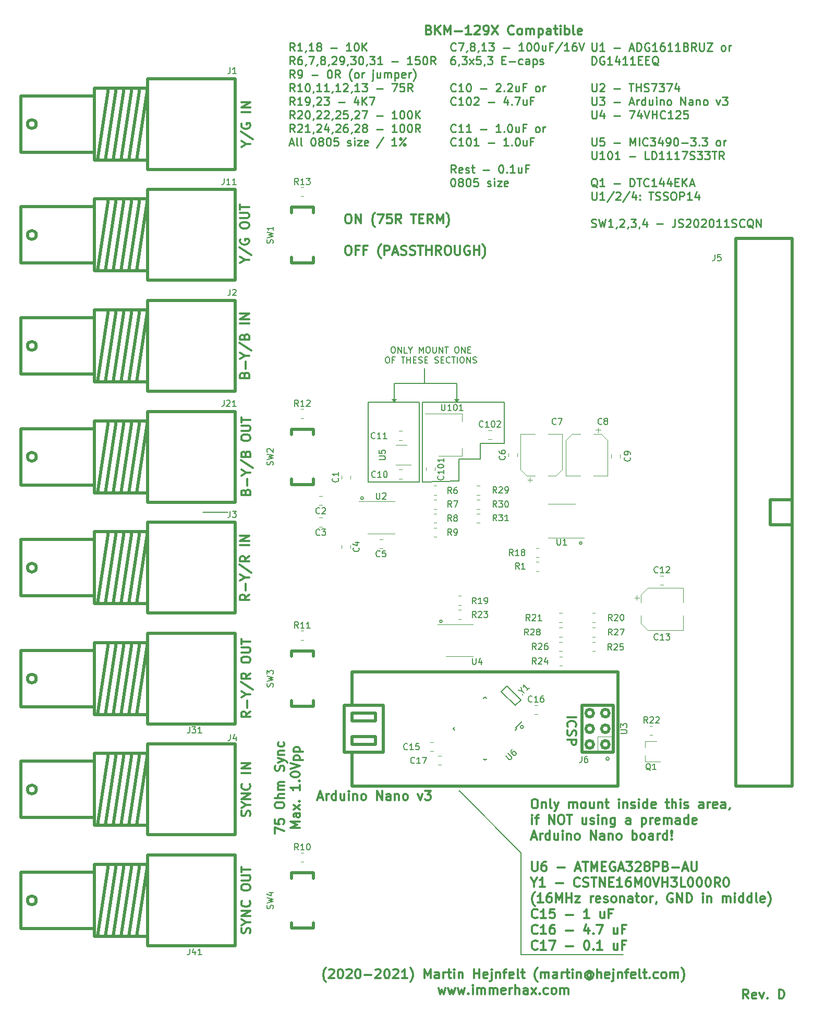
<source format=gbr>
%TF.GenerationSoftware,KiCad,Pcbnew,5.1.12-84ad8e8a86~92~ubuntu20.04.1*%
%TF.CreationDate,2022-05-19T19:13:28+02:00*%
%TF.ProjectId,bkm-129x-simple,626b6d2d-3132-4397-982d-73696d706c65,rev?*%
%TF.SameCoordinates,Original*%
%TF.FileFunction,Legend,Top*%
%TF.FilePolarity,Positive*%
%FSLAX46Y46*%
G04 Gerber Fmt 4.6, Leading zero omitted, Abs format (unit mm)*
G04 Created by KiCad (PCBNEW 5.1.12-84ad8e8a86~92~ubuntu20.04.1) date 2022-05-19 19:13:28*
%MOMM*%
%LPD*%
G01*
G04 APERTURE LIST*
%ADD10C,0.100000*%
%ADD11C,0.150000*%
%ADD12C,0.200000*%
%ADD13C,0.300000*%
%ADD14C,0.250000*%
%ADD15C,0.500000*%
%ADD16C,0.120000*%
G04 APERTURE END LIST*
D10*
G36*
X134620000Y-105537000D02*
G01*
X134239000Y-105029000D01*
X135001000Y-105029000D01*
X134620000Y-105537000D01*
G37*
X134620000Y-105537000D02*
X134239000Y-105029000D01*
X135001000Y-105029000D01*
X134620000Y-105537000D01*
G36*
X144780000Y-105537000D02*
G01*
X144399000Y-105029000D01*
X145161000Y-105029000D01*
X144780000Y-105537000D01*
G37*
X144780000Y-105537000D02*
X144399000Y-105029000D01*
X145161000Y-105029000D01*
X144780000Y-105537000D01*
D11*
X144780000Y-102489000D02*
X144780000Y-105537000D01*
X139573000Y-102489000D02*
X144780000Y-102489000D01*
X139573000Y-102489000D02*
X139573000Y-100076000D01*
X134620000Y-102489000D02*
X139573000Y-102489000D01*
X134620000Y-105537000D02*
X134620000Y-102489000D01*
X134350904Y-96544380D02*
X134541380Y-96544380D01*
X134636619Y-96592000D01*
X134731857Y-96687238D01*
X134779476Y-96877714D01*
X134779476Y-97211047D01*
X134731857Y-97401523D01*
X134636619Y-97496761D01*
X134541380Y-97544380D01*
X134350904Y-97544380D01*
X134255666Y-97496761D01*
X134160428Y-97401523D01*
X134112809Y-97211047D01*
X134112809Y-96877714D01*
X134160428Y-96687238D01*
X134255666Y-96592000D01*
X134350904Y-96544380D01*
X135208047Y-97544380D02*
X135208047Y-96544380D01*
X135779476Y-97544380D01*
X135779476Y-96544380D01*
X136731857Y-97544380D02*
X136255666Y-97544380D01*
X136255666Y-96544380D01*
X137255666Y-97068190D02*
X137255666Y-97544380D01*
X136922333Y-96544380D02*
X137255666Y-97068190D01*
X137589000Y-96544380D01*
X138684238Y-97544380D02*
X138684238Y-96544380D01*
X139017571Y-97258666D01*
X139350904Y-96544380D01*
X139350904Y-97544380D01*
X140017571Y-96544380D02*
X140208047Y-96544380D01*
X140303285Y-96592000D01*
X140398523Y-96687238D01*
X140446142Y-96877714D01*
X140446142Y-97211047D01*
X140398523Y-97401523D01*
X140303285Y-97496761D01*
X140208047Y-97544380D01*
X140017571Y-97544380D01*
X139922333Y-97496761D01*
X139827095Y-97401523D01*
X139779476Y-97211047D01*
X139779476Y-96877714D01*
X139827095Y-96687238D01*
X139922333Y-96592000D01*
X140017571Y-96544380D01*
X140874714Y-96544380D02*
X140874714Y-97353904D01*
X140922333Y-97449142D01*
X140969952Y-97496761D01*
X141065190Y-97544380D01*
X141255666Y-97544380D01*
X141350904Y-97496761D01*
X141398523Y-97449142D01*
X141446142Y-97353904D01*
X141446142Y-96544380D01*
X141922333Y-97544380D02*
X141922333Y-96544380D01*
X142493761Y-97544380D01*
X142493761Y-96544380D01*
X142827095Y-96544380D02*
X143398523Y-96544380D01*
X143112809Y-97544380D02*
X143112809Y-96544380D01*
X144684238Y-96544380D02*
X144874714Y-96544380D01*
X144969952Y-96592000D01*
X145065190Y-96687238D01*
X145112809Y-96877714D01*
X145112809Y-97211047D01*
X145065190Y-97401523D01*
X144969952Y-97496761D01*
X144874714Y-97544380D01*
X144684238Y-97544380D01*
X144589000Y-97496761D01*
X144493761Y-97401523D01*
X144446142Y-97211047D01*
X144446142Y-96877714D01*
X144493761Y-96687238D01*
X144589000Y-96592000D01*
X144684238Y-96544380D01*
X145541380Y-97544380D02*
X145541380Y-96544380D01*
X146112809Y-97544380D01*
X146112809Y-96544380D01*
X146589000Y-97020571D02*
X146922333Y-97020571D01*
X147065190Y-97544380D02*
X146589000Y-97544380D01*
X146589000Y-96544380D01*
X147065190Y-96544380D01*
X133446142Y-98194380D02*
X133636619Y-98194380D01*
X133731857Y-98242000D01*
X133827095Y-98337238D01*
X133874714Y-98527714D01*
X133874714Y-98861047D01*
X133827095Y-99051523D01*
X133731857Y-99146761D01*
X133636619Y-99194380D01*
X133446142Y-99194380D01*
X133350904Y-99146761D01*
X133255666Y-99051523D01*
X133208047Y-98861047D01*
X133208047Y-98527714D01*
X133255666Y-98337238D01*
X133350904Y-98242000D01*
X133446142Y-98194380D01*
X134636619Y-98670571D02*
X134303285Y-98670571D01*
X134303285Y-99194380D02*
X134303285Y-98194380D01*
X134779476Y-98194380D01*
X135779476Y-98194380D02*
X136350904Y-98194380D01*
X136065190Y-99194380D02*
X136065190Y-98194380D01*
X136684238Y-99194380D02*
X136684238Y-98194380D01*
X136684238Y-98670571D02*
X137255666Y-98670571D01*
X137255666Y-99194380D02*
X137255666Y-98194380D01*
X137731857Y-98670571D02*
X138065190Y-98670571D01*
X138208047Y-99194380D02*
X137731857Y-99194380D01*
X137731857Y-98194380D01*
X138208047Y-98194380D01*
X138589000Y-99146761D02*
X138731857Y-99194380D01*
X138969952Y-99194380D01*
X139065190Y-99146761D01*
X139112809Y-99099142D01*
X139160428Y-99003904D01*
X139160428Y-98908666D01*
X139112809Y-98813428D01*
X139065190Y-98765809D01*
X138969952Y-98718190D01*
X138779476Y-98670571D01*
X138684238Y-98622952D01*
X138636619Y-98575333D01*
X138589000Y-98480095D01*
X138589000Y-98384857D01*
X138636619Y-98289619D01*
X138684238Y-98242000D01*
X138779476Y-98194380D01*
X139017571Y-98194380D01*
X139160428Y-98242000D01*
X139589000Y-98670571D02*
X139922333Y-98670571D01*
X140065190Y-99194380D02*
X139589000Y-99194380D01*
X139589000Y-98194380D01*
X140065190Y-98194380D01*
X141208047Y-99146761D02*
X141350904Y-99194380D01*
X141589000Y-99194380D01*
X141684238Y-99146761D01*
X141731857Y-99099142D01*
X141779476Y-99003904D01*
X141779476Y-98908666D01*
X141731857Y-98813428D01*
X141684238Y-98765809D01*
X141589000Y-98718190D01*
X141398523Y-98670571D01*
X141303285Y-98622952D01*
X141255666Y-98575333D01*
X141208047Y-98480095D01*
X141208047Y-98384857D01*
X141255666Y-98289619D01*
X141303285Y-98242000D01*
X141398523Y-98194380D01*
X141636619Y-98194380D01*
X141779476Y-98242000D01*
X142208047Y-98670571D02*
X142541380Y-98670571D01*
X142684238Y-99194380D02*
X142208047Y-99194380D01*
X142208047Y-98194380D01*
X142684238Y-98194380D01*
X143684238Y-99099142D02*
X143636619Y-99146761D01*
X143493761Y-99194380D01*
X143398523Y-99194380D01*
X143255666Y-99146761D01*
X143160428Y-99051523D01*
X143112809Y-98956285D01*
X143065190Y-98765809D01*
X143065190Y-98622952D01*
X143112809Y-98432476D01*
X143160428Y-98337238D01*
X143255666Y-98242000D01*
X143398523Y-98194380D01*
X143493761Y-98194380D01*
X143636619Y-98242000D01*
X143684238Y-98289619D01*
X143969952Y-98194380D02*
X144541380Y-98194380D01*
X144255666Y-99194380D02*
X144255666Y-98194380D01*
X144874714Y-99194380D02*
X144874714Y-98194380D01*
X145541380Y-98194380D02*
X145731857Y-98194380D01*
X145827095Y-98242000D01*
X145922333Y-98337238D01*
X145969952Y-98527714D01*
X145969952Y-98861047D01*
X145922333Y-99051523D01*
X145827095Y-99146761D01*
X145731857Y-99194380D01*
X145541380Y-99194380D01*
X145446142Y-99146761D01*
X145350904Y-99051523D01*
X145303285Y-98861047D01*
X145303285Y-98527714D01*
X145350904Y-98337238D01*
X145446142Y-98242000D01*
X145541380Y-98194380D01*
X146398523Y-99194380D02*
X146398523Y-98194380D01*
X146969952Y-99194380D01*
X146969952Y-98194380D01*
X147398523Y-99146761D02*
X147541380Y-99194380D01*
X147779476Y-99194380D01*
X147874714Y-99146761D01*
X147922333Y-99099142D01*
X147969952Y-99003904D01*
X147969952Y-98908666D01*
X147922333Y-98813428D01*
X147874714Y-98765809D01*
X147779476Y-98718190D01*
X147589000Y-98670571D01*
X147493761Y-98622952D01*
X147446142Y-98575333D01*
X147398523Y-98480095D01*
X147398523Y-98384857D01*
X147446142Y-98289619D01*
X147493761Y-98242000D01*
X147589000Y-98194380D01*
X147827095Y-98194380D01*
X147969952Y-98242000D01*
X130429000Y-118491000D02*
X138684000Y-118491000D01*
X130429000Y-105537000D02*
X130429000Y-118491000D01*
X138684000Y-105537000D02*
X130429000Y-105537000D01*
X138684000Y-118491000D02*
X138684000Y-105537000D01*
X152527000Y-105537000D02*
X139192000Y-105537000D01*
X152527000Y-112268000D02*
X152527000Y-105537000D01*
X148590000Y-112268000D02*
X152527000Y-112268000D01*
X148590000Y-114808000D02*
X148590000Y-112268000D01*
X145161000Y-114808000D02*
X148590000Y-114808000D01*
X145161000Y-118364000D02*
X145161000Y-114808000D01*
X139192000Y-118491000D02*
X145161000Y-118364000D01*
X139192000Y-105537000D02*
X139192000Y-118491000D01*
D12*
X155511500Y-153035000D02*
G75*
G03*
X155511500Y-153035000I-63500J0D01*
G01*
D13*
X162691428Y-156645714D02*
X164191428Y-156645714D01*
X162834285Y-158217142D02*
X162762857Y-158145714D01*
X162691428Y-157931428D01*
X162691428Y-157788571D01*
X162762857Y-157574285D01*
X162905714Y-157431428D01*
X163048571Y-157360000D01*
X163334285Y-157288571D01*
X163548571Y-157288571D01*
X163834285Y-157360000D01*
X163977142Y-157431428D01*
X164120000Y-157574285D01*
X164191428Y-157788571D01*
X164191428Y-157931428D01*
X164120000Y-158145714D01*
X164048571Y-158217142D01*
X162762857Y-158788571D02*
X162691428Y-159002857D01*
X162691428Y-159360000D01*
X162762857Y-159502857D01*
X162834285Y-159574285D01*
X162977142Y-159645714D01*
X163120000Y-159645714D01*
X163262857Y-159574285D01*
X163334285Y-159502857D01*
X163405714Y-159360000D01*
X163477142Y-159074285D01*
X163548571Y-158931428D01*
X163620000Y-158860000D01*
X163762857Y-158788571D01*
X163905714Y-158788571D01*
X164048571Y-158860000D01*
X164120000Y-158931428D01*
X164191428Y-159074285D01*
X164191428Y-159431428D01*
X164120000Y-159645714D01*
X162691428Y-160288571D02*
X164191428Y-160288571D01*
X164191428Y-160860000D01*
X164120000Y-161002857D01*
X164048571Y-161074285D01*
X163905714Y-161145714D01*
X163691428Y-161145714D01*
X163548571Y-161074285D01*
X163477142Y-161002857D01*
X163405714Y-160860000D01*
X163405714Y-160288571D01*
D12*
X169516833Y-163390000D02*
G75*
G03*
X169516833Y-163390000I-266833J0D01*
G01*
X155593516Y-158250000D02*
G75*
G03*
X155593516Y-158250000I-243516J0D01*
G01*
X145170000Y-168640000D02*
X145080000Y-168640000D01*
X155220000Y-178690000D02*
X145170000Y-168640000D01*
X155220000Y-195220000D02*
X155220000Y-178690000D01*
X171750000Y-195220000D02*
X155220000Y-195220000D01*
D13*
X157297857Y-169948571D02*
X157583571Y-169948571D01*
X157726428Y-170020000D01*
X157869285Y-170162857D01*
X157940714Y-170448571D01*
X157940714Y-170948571D01*
X157869285Y-171234285D01*
X157726428Y-171377142D01*
X157583571Y-171448571D01*
X157297857Y-171448571D01*
X157155000Y-171377142D01*
X157012142Y-171234285D01*
X156940714Y-170948571D01*
X156940714Y-170448571D01*
X157012142Y-170162857D01*
X157155000Y-170020000D01*
X157297857Y-169948571D01*
X158583571Y-170448571D02*
X158583571Y-171448571D01*
X158583571Y-170591428D02*
X158655000Y-170520000D01*
X158797857Y-170448571D01*
X159012142Y-170448571D01*
X159155000Y-170520000D01*
X159226428Y-170662857D01*
X159226428Y-171448571D01*
X160155000Y-171448571D02*
X160012142Y-171377142D01*
X159940714Y-171234285D01*
X159940714Y-169948571D01*
X160583571Y-170448571D02*
X160940714Y-171448571D01*
X161297857Y-170448571D02*
X160940714Y-171448571D01*
X160797857Y-171805714D01*
X160726428Y-171877142D01*
X160583571Y-171948571D01*
X163012142Y-171448571D02*
X163012142Y-170448571D01*
X163012142Y-170591428D02*
X163083571Y-170520000D01*
X163226428Y-170448571D01*
X163440714Y-170448571D01*
X163583571Y-170520000D01*
X163655000Y-170662857D01*
X163655000Y-171448571D01*
X163655000Y-170662857D02*
X163726428Y-170520000D01*
X163869285Y-170448571D01*
X164083571Y-170448571D01*
X164226428Y-170520000D01*
X164297857Y-170662857D01*
X164297857Y-171448571D01*
X165226428Y-171448571D02*
X165083571Y-171377142D01*
X165012142Y-171305714D01*
X164940714Y-171162857D01*
X164940714Y-170734285D01*
X165012142Y-170591428D01*
X165083571Y-170520000D01*
X165226428Y-170448571D01*
X165440714Y-170448571D01*
X165583571Y-170520000D01*
X165655000Y-170591428D01*
X165726428Y-170734285D01*
X165726428Y-171162857D01*
X165655000Y-171305714D01*
X165583571Y-171377142D01*
X165440714Y-171448571D01*
X165226428Y-171448571D01*
X167012142Y-170448571D02*
X167012142Y-171448571D01*
X166369285Y-170448571D02*
X166369285Y-171234285D01*
X166440714Y-171377142D01*
X166583571Y-171448571D01*
X166797857Y-171448571D01*
X166940714Y-171377142D01*
X167012142Y-171305714D01*
X167726428Y-170448571D02*
X167726428Y-171448571D01*
X167726428Y-170591428D02*
X167797857Y-170520000D01*
X167940714Y-170448571D01*
X168155000Y-170448571D01*
X168297857Y-170520000D01*
X168369285Y-170662857D01*
X168369285Y-171448571D01*
X168869285Y-170448571D02*
X169440714Y-170448571D01*
X169083571Y-169948571D02*
X169083571Y-171234285D01*
X169155000Y-171377142D01*
X169297857Y-171448571D01*
X169440714Y-171448571D01*
X171083571Y-171448571D02*
X171083571Y-170448571D01*
X171083571Y-169948571D02*
X171012142Y-170020000D01*
X171083571Y-170091428D01*
X171155000Y-170020000D01*
X171083571Y-169948571D01*
X171083571Y-170091428D01*
X171797857Y-170448571D02*
X171797857Y-171448571D01*
X171797857Y-170591428D02*
X171869285Y-170520000D01*
X172012142Y-170448571D01*
X172226428Y-170448571D01*
X172369285Y-170520000D01*
X172440714Y-170662857D01*
X172440714Y-171448571D01*
X173083571Y-171377142D02*
X173226428Y-171448571D01*
X173512142Y-171448571D01*
X173655000Y-171377142D01*
X173726428Y-171234285D01*
X173726428Y-171162857D01*
X173655000Y-171020000D01*
X173512142Y-170948571D01*
X173297857Y-170948571D01*
X173155000Y-170877142D01*
X173083571Y-170734285D01*
X173083571Y-170662857D01*
X173155000Y-170520000D01*
X173297857Y-170448571D01*
X173512142Y-170448571D01*
X173655000Y-170520000D01*
X174369285Y-171448571D02*
X174369285Y-170448571D01*
X174369285Y-169948571D02*
X174297857Y-170020000D01*
X174369285Y-170091428D01*
X174440714Y-170020000D01*
X174369285Y-169948571D01*
X174369285Y-170091428D01*
X175726428Y-171448571D02*
X175726428Y-169948571D01*
X175726428Y-171377142D02*
X175583571Y-171448571D01*
X175297857Y-171448571D01*
X175155000Y-171377142D01*
X175083571Y-171305714D01*
X175012142Y-171162857D01*
X175012142Y-170734285D01*
X175083571Y-170591428D01*
X175155000Y-170520000D01*
X175297857Y-170448571D01*
X175583571Y-170448571D01*
X175726428Y-170520000D01*
X177012142Y-171377142D02*
X176869285Y-171448571D01*
X176583571Y-171448571D01*
X176440714Y-171377142D01*
X176369285Y-171234285D01*
X176369285Y-170662857D01*
X176440714Y-170520000D01*
X176583571Y-170448571D01*
X176869285Y-170448571D01*
X177012142Y-170520000D01*
X177083571Y-170662857D01*
X177083571Y-170805714D01*
X176369285Y-170948571D01*
X178655000Y-170448571D02*
X179226428Y-170448571D01*
X178869285Y-169948571D02*
X178869285Y-171234285D01*
X178940714Y-171377142D01*
X179083571Y-171448571D01*
X179226428Y-171448571D01*
X179726428Y-171448571D02*
X179726428Y-169948571D01*
X180369285Y-171448571D02*
X180369285Y-170662857D01*
X180297857Y-170520000D01*
X180155000Y-170448571D01*
X179940714Y-170448571D01*
X179797857Y-170520000D01*
X179726428Y-170591428D01*
X181083571Y-171448571D02*
X181083571Y-170448571D01*
X181083571Y-169948571D02*
X181012142Y-170020000D01*
X181083571Y-170091428D01*
X181155000Y-170020000D01*
X181083571Y-169948571D01*
X181083571Y-170091428D01*
X181726428Y-171377142D02*
X181869285Y-171448571D01*
X182155000Y-171448571D01*
X182297857Y-171377142D01*
X182369285Y-171234285D01*
X182369285Y-171162857D01*
X182297857Y-171020000D01*
X182155000Y-170948571D01*
X181940714Y-170948571D01*
X181797857Y-170877142D01*
X181726428Y-170734285D01*
X181726428Y-170662857D01*
X181797857Y-170520000D01*
X181940714Y-170448571D01*
X182155000Y-170448571D01*
X182297857Y-170520000D01*
X184797857Y-171448571D02*
X184797857Y-170662857D01*
X184726428Y-170520000D01*
X184583571Y-170448571D01*
X184297857Y-170448571D01*
X184155000Y-170520000D01*
X184797857Y-171377142D02*
X184655000Y-171448571D01*
X184297857Y-171448571D01*
X184155000Y-171377142D01*
X184083571Y-171234285D01*
X184083571Y-171091428D01*
X184155000Y-170948571D01*
X184297857Y-170877142D01*
X184655000Y-170877142D01*
X184797857Y-170805714D01*
X185512142Y-171448571D02*
X185512142Y-170448571D01*
X185512142Y-170734285D02*
X185583571Y-170591428D01*
X185655000Y-170520000D01*
X185797857Y-170448571D01*
X185940714Y-170448571D01*
X187012142Y-171377142D02*
X186869285Y-171448571D01*
X186583571Y-171448571D01*
X186440714Y-171377142D01*
X186369285Y-171234285D01*
X186369285Y-170662857D01*
X186440714Y-170520000D01*
X186583571Y-170448571D01*
X186869285Y-170448571D01*
X187012142Y-170520000D01*
X187083571Y-170662857D01*
X187083571Y-170805714D01*
X186369285Y-170948571D01*
X188369285Y-171448571D02*
X188369285Y-170662857D01*
X188297857Y-170520000D01*
X188155000Y-170448571D01*
X187869285Y-170448571D01*
X187726428Y-170520000D01*
X188369285Y-171377142D02*
X188226428Y-171448571D01*
X187869285Y-171448571D01*
X187726428Y-171377142D01*
X187655000Y-171234285D01*
X187655000Y-171091428D01*
X187726428Y-170948571D01*
X187869285Y-170877142D01*
X188226428Y-170877142D01*
X188369285Y-170805714D01*
X189155000Y-171377142D02*
X189155000Y-171448571D01*
X189083571Y-171591428D01*
X189012142Y-171662857D01*
X157012142Y-173998571D02*
X157012142Y-172998571D01*
X157012142Y-172498571D02*
X156940714Y-172570000D01*
X157012142Y-172641428D01*
X157083571Y-172570000D01*
X157012142Y-172498571D01*
X157012142Y-172641428D01*
X157512142Y-172998571D02*
X158083571Y-172998571D01*
X157726428Y-173998571D02*
X157726428Y-172712857D01*
X157797857Y-172570000D01*
X157940714Y-172498571D01*
X158083571Y-172498571D01*
X159726428Y-173998571D02*
X159726428Y-172498571D01*
X160583571Y-173998571D01*
X160583571Y-172498571D01*
X161583571Y-172498571D02*
X161869285Y-172498571D01*
X162012142Y-172570000D01*
X162155000Y-172712857D01*
X162226428Y-172998571D01*
X162226428Y-173498571D01*
X162155000Y-173784285D01*
X162012142Y-173927142D01*
X161869285Y-173998571D01*
X161583571Y-173998571D01*
X161440714Y-173927142D01*
X161297857Y-173784285D01*
X161226428Y-173498571D01*
X161226428Y-172998571D01*
X161297857Y-172712857D01*
X161440714Y-172570000D01*
X161583571Y-172498571D01*
X162655000Y-172498571D02*
X163512142Y-172498571D01*
X163083571Y-173998571D02*
X163083571Y-172498571D01*
X165797857Y-172998571D02*
X165797857Y-173998571D01*
X165155000Y-172998571D02*
X165155000Y-173784285D01*
X165226428Y-173927142D01*
X165369285Y-173998571D01*
X165583571Y-173998571D01*
X165726428Y-173927142D01*
X165797857Y-173855714D01*
X166440714Y-173927142D02*
X166583571Y-173998571D01*
X166869285Y-173998571D01*
X167012142Y-173927142D01*
X167083571Y-173784285D01*
X167083571Y-173712857D01*
X167012142Y-173570000D01*
X166869285Y-173498571D01*
X166655000Y-173498571D01*
X166512142Y-173427142D01*
X166440714Y-173284285D01*
X166440714Y-173212857D01*
X166512142Y-173070000D01*
X166655000Y-172998571D01*
X166869285Y-172998571D01*
X167012142Y-173070000D01*
X167726428Y-173998571D02*
X167726428Y-172998571D01*
X167726428Y-172498571D02*
X167655000Y-172570000D01*
X167726428Y-172641428D01*
X167797857Y-172570000D01*
X167726428Y-172498571D01*
X167726428Y-172641428D01*
X168440714Y-172998571D02*
X168440714Y-173998571D01*
X168440714Y-173141428D02*
X168512142Y-173070000D01*
X168655000Y-172998571D01*
X168869285Y-172998571D01*
X169012142Y-173070000D01*
X169083571Y-173212857D01*
X169083571Y-173998571D01*
X170440714Y-172998571D02*
X170440714Y-174212857D01*
X170369285Y-174355714D01*
X170297857Y-174427142D01*
X170155000Y-174498571D01*
X169940714Y-174498571D01*
X169797857Y-174427142D01*
X170440714Y-173927142D02*
X170297857Y-173998571D01*
X170012142Y-173998571D01*
X169869285Y-173927142D01*
X169797857Y-173855714D01*
X169726428Y-173712857D01*
X169726428Y-173284285D01*
X169797857Y-173141428D01*
X169869285Y-173070000D01*
X170012142Y-172998571D01*
X170297857Y-172998571D01*
X170440714Y-173070000D01*
X172940714Y-173998571D02*
X172940714Y-173212857D01*
X172869285Y-173070000D01*
X172726428Y-172998571D01*
X172440714Y-172998571D01*
X172297857Y-173070000D01*
X172940714Y-173927142D02*
X172797857Y-173998571D01*
X172440714Y-173998571D01*
X172297857Y-173927142D01*
X172226428Y-173784285D01*
X172226428Y-173641428D01*
X172297857Y-173498571D01*
X172440714Y-173427142D01*
X172797857Y-173427142D01*
X172940714Y-173355714D01*
X174797857Y-172998571D02*
X174797857Y-174498571D01*
X174797857Y-173070000D02*
X174940714Y-172998571D01*
X175226428Y-172998571D01*
X175369285Y-173070000D01*
X175440714Y-173141428D01*
X175512142Y-173284285D01*
X175512142Y-173712857D01*
X175440714Y-173855714D01*
X175369285Y-173927142D01*
X175226428Y-173998571D01*
X174940714Y-173998571D01*
X174797857Y-173927142D01*
X176155000Y-173998571D02*
X176155000Y-172998571D01*
X176155000Y-173284285D02*
X176226428Y-173141428D01*
X176297857Y-173070000D01*
X176440714Y-172998571D01*
X176583571Y-172998571D01*
X177655000Y-173927142D02*
X177512142Y-173998571D01*
X177226428Y-173998571D01*
X177083571Y-173927142D01*
X177012142Y-173784285D01*
X177012142Y-173212857D01*
X177083571Y-173070000D01*
X177226428Y-172998571D01*
X177512142Y-172998571D01*
X177655000Y-173070000D01*
X177726428Y-173212857D01*
X177726428Y-173355714D01*
X177012142Y-173498571D01*
X178369285Y-173998571D02*
X178369285Y-172998571D01*
X178369285Y-173141428D02*
X178440714Y-173070000D01*
X178583571Y-172998571D01*
X178797857Y-172998571D01*
X178940714Y-173070000D01*
X179012142Y-173212857D01*
X179012142Y-173998571D01*
X179012142Y-173212857D02*
X179083571Y-173070000D01*
X179226428Y-172998571D01*
X179440714Y-172998571D01*
X179583571Y-173070000D01*
X179655000Y-173212857D01*
X179655000Y-173998571D01*
X181012142Y-173998571D02*
X181012142Y-173212857D01*
X180940714Y-173070000D01*
X180797857Y-172998571D01*
X180512142Y-172998571D01*
X180369285Y-173070000D01*
X181012142Y-173927142D02*
X180869285Y-173998571D01*
X180512142Y-173998571D01*
X180369285Y-173927142D01*
X180297857Y-173784285D01*
X180297857Y-173641428D01*
X180369285Y-173498571D01*
X180512142Y-173427142D01*
X180869285Y-173427142D01*
X181012142Y-173355714D01*
X182369285Y-173998571D02*
X182369285Y-172498571D01*
X182369285Y-173927142D02*
X182226428Y-173998571D01*
X181940714Y-173998571D01*
X181797857Y-173927142D01*
X181726428Y-173855714D01*
X181655000Y-173712857D01*
X181655000Y-173284285D01*
X181726428Y-173141428D01*
X181797857Y-173070000D01*
X181940714Y-172998571D01*
X182226428Y-172998571D01*
X182369285Y-173070000D01*
X183655000Y-173927142D02*
X183512142Y-173998571D01*
X183226428Y-173998571D01*
X183083571Y-173927142D01*
X183012142Y-173784285D01*
X183012142Y-173212857D01*
X183083571Y-173070000D01*
X183226428Y-172998571D01*
X183512142Y-172998571D01*
X183655000Y-173070000D01*
X183726428Y-173212857D01*
X183726428Y-173355714D01*
X183012142Y-173498571D01*
X156940714Y-176120000D02*
X157655000Y-176120000D01*
X156797857Y-176548571D02*
X157297857Y-175048571D01*
X157797857Y-176548571D01*
X158297857Y-176548571D02*
X158297857Y-175548571D01*
X158297857Y-175834285D02*
X158369285Y-175691428D01*
X158440714Y-175620000D01*
X158583571Y-175548571D01*
X158726428Y-175548571D01*
X159869285Y-176548571D02*
X159869285Y-175048571D01*
X159869285Y-176477142D02*
X159726428Y-176548571D01*
X159440714Y-176548571D01*
X159297857Y-176477142D01*
X159226428Y-176405714D01*
X159155000Y-176262857D01*
X159155000Y-175834285D01*
X159226428Y-175691428D01*
X159297857Y-175620000D01*
X159440714Y-175548571D01*
X159726428Y-175548571D01*
X159869285Y-175620000D01*
X161226428Y-175548571D02*
X161226428Y-176548571D01*
X160583571Y-175548571D02*
X160583571Y-176334285D01*
X160655000Y-176477142D01*
X160797857Y-176548571D01*
X161012142Y-176548571D01*
X161155000Y-176477142D01*
X161226428Y-176405714D01*
X161940714Y-176548571D02*
X161940714Y-175548571D01*
X161940714Y-175048571D02*
X161869285Y-175120000D01*
X161940714Y-175191428D01*
X162012142Y-175120000D01*
X161940714Y-175048571D01*
X161940714Y-175191428D01*
X162655000Y-175548571D02*
X162655000Y-176548571D01*
X162655000Y-175691428D02*
X162726428Y-175620000D01*
X162869285Y-175548571D01*
X163083571Y-175548571D01*
X163226428Y-175620000D01*
X163297857Y-175762857D01*
X163297857Y-176548571D01*
X164226428Y-176548571D02*
X164083571Y-176477142D01*
X164012142Y-176405714D01*
X163940714Y-176262857D01*
X163940714Y-175834285D01*
X164012142Y-175691428D01*
X164083571Y-175620000D01*
X164226428Y-175548571D01*
X164440714Y-175548571D01*
X164583571Y-175620000D01*
X164655000Y-175691428D01*
X164726428Y-175834285D01*
X164726428Y-176262857D01*
X164655000Y-176405714D01*
X164583571Y-176477142D01*
X164440714Y-176548571D01*
X164226428Y-176548571D01*
X166512142Y-176548571D02*
X166512142Y-175048571D01*
X167369285Y-176548571D01*
X167369285Y-175048571D01*
X168726428Y-176548571D02*
X168726428Y-175762857D01*
X168655000Y-175620000D01*
X168512142Y-175548571D01*
X168226428Y-175548571D01*
X168083571Y-175620000D01*
X168726428Y-176477142D02*
X168583571Y-176548571D01*
X168226428Y-176548571D01*
X168083571Y-176477142D01*
X168012142Y-176334285D01*
X168012142Y-176191428D01*
X168083571Y-176048571D01*
X168226428Y-175977142D01*
X168583571Y-175977142D01*
X168726428Y-175905714D01*
X169440714Y-175548571D02*
X169440714Y-176548571D01*
X169440714Y-175691428D02*
X169512142Y-175620000D01*
X169655000Y-175548571D01*
X169869285Y-175548571D01*
X170012142Y-175620000D01*
X170083571Y-175762857D01*
X170083571Y-176548571D01*
X171012142Y-176548571D02*
X170869285Y-176477142D01*
X170797857Y-176405714D01*
X170726428Y-176262857D01*
X170726428Y-175834285D01*
X170797857Y-175691428D01*
X170869285Y-175620000D01*
X171012142Y-175548571D01*
X171226428Y-175548571D01*
X171369285Y-175620000D01*
X171440714Y-175691428D01*
X171512142Y-175834285D01*
X171512142Y-176262857D01*
X171440714Y-176405714D01*
X171369285Y-176477142D01*
X171226428Y-176548571D01*
X171012142Y-176548571D01*
X173297857Y-176548571D02*
X173297857Y-175048571D01*
X173297857Y-175620000D02*
X173440714Y-175548571D01*
X173726428Y-175548571D01*
X173869285Y-175620000D01*
X173940714Y-175691428D01*
X174012142Y-175834285D01*
X174012142Y-176262857D01*
X173940714Y-176405714D01*
X173869285Y-176477142D01*
X173726428Y-176548571D01*
X173440714Y-176548571D01*
X173297857Y-176477142D01*
X174869285Y-176548571D02*
X174726428Y-176477142D01*
X174655000Y-176405714D01*
X174583571Y-176262857D01*
X174583571Y-175834285D01*
X174655000Y-175691428D01*
X174726428Y-175620000D01*
X174869285Y-175548571D01*
X175083571Y-175548571D01*
X175226428Y-175620000D01*
X175297857Y-175691428D01*
X175369285Y-175834285D01*
X175369285Y-176262857D01*
X175297857Y-176405714D01*
X175226428Y-176477142D01*
X175083571Y-176548571D01*
X174869285Y-176548571D01*
X176655000Y-176548571D02*
X176655000Y-175762857D01*
X176583571Y-175620000D01*
X176440714Y-175548571D01*
X176155000Y-175548571D01*
X176012142Y-175620000D01*
X176655000Y-176477142D02*
X176512142Y-176548571D01*
X176155000Y-176548571D01*
X176012142Y-176477142D01*
X175940714Y-176334285D01*
X175940714Y-176191428D01*
X176012142Y-176048571D01*
X176155000Y-175977142D01*
X176512142Y-175977142D01*
X176655000Y-175905714D01*
X177369285Y-176548571D02*
X177369285Y-175548571D01*
X177369285Y-175834285D02*
X177440714Y-175691428D01*
X177512142Y-175620000D01*
X177655000Y-175548571D01*
X177797857Y-175548571D01*
X178940714Y-176548571D02*
X178940714Y-175048571D01*
X178940714Y-176477142D02*
X178797857Y-176548571D01*
X178512142Y-176548571D01*
X178369285Y-176477142D01*
X178297857Y-176405714D01*
X178226428Y-176262857D01*
X178226428Y-175834285D01*
X178297857Y-175691428D01*
X178369285Y-175620000D01*
X178512142Y-175548571D01*
X178797857Y-175548571D01*
X178940714Y-175620000D01*
X179655000Y-176405714D02*
X179726428Y-176477142D01*
X179655000Y-176548571D01*
X179583571Y-176477142D01*
X179655000Y-176405714D01*
X179655000Y-176548571D01*
X179655000Y-175977142D02*
X179583571Y-175120000D01*
X179655000Y-175048571D01*
X179726428Y-175120000D01*
X179655000Y-175977142D01*
X179655000Y-175048571D01*
X157012142Y-180148571D02*
X157012142Y-181362857D01*
X157083571Y-181505714D01*
X157155000Y-181577142D01*
X157297857Y-181648571D01*
X157583571Y-181648571D01*
X157726428Y-181577142D01*
X157797857Y-181505714D01*
X157869285Y-181362857D01*
X157869285Y-180148571D01*
X159226428Y-180148571D02*
X158940714Y-180148571D01*
X158797857Y-180220000D01*
X158726428Y-180291428D01*
X158583571Y-180505714D01*
X158512142Y-180791428D01*
X158512142Y-181362857D01*
X158583571Y-181505714D01*
X158655000Y-181577142D01*
X158797857Y-181648571D01*
X159083571Y-181648571D01*
X159226428Y-181577142D01*
X159297857Y-181505714D01*
X159369285Y-181362857D01*
X159369285Y-181005714D01*
X159297857Y-180862857D01*
X159226428Y-180791428D01*
X159083571Y-180720000D01*
X158797857Y-180720000D01*
X158655000Y-180791428D01*
X158583571Y-180862857D01*
X158512142Y-181005714D01*
X161155000Y-181077142D02*
X162297857Y-181077142D01*
X164083571Y-181220000D02*
X164797857Y-181220000D01*
X163940714Y-181648571D02*
X164440714Y-180148571D01*
X164940714Y-181648571D01*
X165226428Y-180148571D02*
X166083571Y-180148571D01*
X165655000Y-181648571D02*
X165655000Y-180148571D01*
X166583571Y-181648571D02*
X166583571Y-180148571D01*
X167083571Y-181220000D01*
X167583571Y-180148571D01*
X167583571Y-181648571D01*
X168297857Y-180862857D02*
X168797857Y-180862857D01*
X169012142Y-181648571D02*
X168297857Y-181648571D01*
X168297857Y-180148571D01*
X169012142Y-180148571D01*
X170440714Y-180220000D02*
X170297857Y-180148571D01*
X170083571Y-180148571D01*
X169869285Y-180220000D01*
X169726428Y-180362857D01*
X169655000Y-180505714D01*
X169583571Y-180791428D01*
X169583571Y-181005714D01*
X169655000Y-181291428D01*
X169726428Y-181434285D01*
X169869285Y-181577142D01*
X170083571Y-181648571D01*
X170226428Y-181648571D01*
X170440714Y-181577142D01*
X170512142Y-181505714D01*
X170512142Y-181005714D01*
X170226428Y-181005714D01*
X171083571Y-181220000D02*
X171797857Y-181220000D01*
X170940714Y-181648571D02*
X171440714Y-180148571D01*
X171940714Y-181648571D01*
X172297857Y-180148571D02*
X173226428Y-180148571D01*
X172726428Y-180720000D01*
X172940714Y-180720000D01*
X173083571Y-180791428D01*
X173155000Y-180862857D01*
X173226428Y-181005714D01*
X173226428Y-181362857D01*
X173155000Y-181505714D01*
X173083571Y-181577142D01*
X172940714Y-181648571D01*
X172512142Y-181648571D01*
X172369285Y-181577142D01*
X172297857Y-181505714D01*
X173797857Y-180291428D02*
X173869285Y-180220000D01*
X174012142Y-180148571D01*
X174369285Y-180148571D01*
X174512142Y-180220000D01*
X174583571Y-180291428D01*
X174655000Y-180434285D01*
X174655000Y-180577142D01*
X174583571Y-180791428D01*
X173726428Y-181648571D01*
X174655000Y-181648571D01*
X175512142Y-180791428D02*
X175369285Y-180720000D01*
X175297857Y-180648571D01*
X175226428Y-180505714D01*
X175226428Y-180434285D01*
X175297857Y-180291428D01*
X175369285Y-180220000D01*
X175512142Y-180148571D01*
X175797857Y-180148571D01*
X175940714Y-180220000D01*
X176012142Y-180291428D01*
X176083571Y-180434285D01*
X176083571Y-180505714D01*
X176012142Y-180648571D01*
X175940714Y-180720000D01*
X175797857Y-180791428D01*
X175512142Y-180791428D01*
X175369285Y-180862857D01*
X175297857Y-180934285D01*
X175226428Y-181077142D01*
X175226428Y-181362857D01*
X175297857Y-181505714D01*
X175369285Y-181577142D01*
X175512142Y-181648571D01*
X175797857Y-181648571D01*
X175940714Y-181577142D01*
X176012142Y-181505714D01*
X176083571Y-181362857D01*
X176083571Y-181077142D01*
X176012142Y-180934285D01*
X175940714Y-180862857D01*
X175797857Y-180791428D01*
X176726428Y-181648571D02*
X176726428Y-180148571D01*
X177297857Y-180148571D01*
X177440714Y-180220000D01*
X177512142Y-180291428D01*
X177583571Y-180434285D01*
X177583571Y-180648571D01*
X177512142Y-180791428D01*
X177440714Y-180862857D01*
X177297857Y-180934285D01*
X176726428Y-180934285D01*
X178726428Y-180862857D02*
X178940714Y-180934285D01*
X179012142Y-181005714D01*
X179083571Y-181148571D01*
X179083571Y-181362857D01*
X179012142Y-181505714D01*
X178940714Y-181577142D01*
X178797857Y-181648571D01*
X178226428Y-181648571D01*
X178226428Y-180148571D01*
X178726428Y-180148571D01*
X178869285Y-180220000D01*
X178940714Y-180291428D01*
X179012142Y-180434285D01*
X179012142Y-180577142D01*
X178940714Y-180720000D01*
X178869285Y-180791428D01*
X178726428Y-180862857D01*
X178226428Y-180862857D01*
X179726428Y-181077142D02*
X180869285Y-181077142D01*
X181512142Y-181220000D02*
X182226428Y-181220000D01*
X181369285Y-181648571D02*
X181869285Y-180148571D01*
X182369285Y-181648571D01*
X182869285Y-180148571D02*
X182869285Y-181362857D01*
X182940714Y-181505714D01*
X183012142Y-181577142D01*
X183155000Y-181648571D01*
X183440714Y-181648571D01*
X183583571Y-181577142D01*
X183655000Y-181505714D01*
X183726428Y-181362857D01*
X183726428Y-180148571D01*
X157297857Y-183484285D02*
X157297857Y-184198571D01*
X156797857Y-182698571D02*
X157297857Y-183484285D01*
X157797857Y-182698571D01*
X159083571Y-184198571D02*
X158226428Y-184198571D01*
X158655000Y-184198571D02*
X158655000Y-182698571D01*
X158512142Y-182912857D01*
X158369285Y-183055714D01*
X158226428Y-183127142D01*
X160869285Y-183627142D02*
X162012142Y-183627142D01*
X164726428Y-184055714D02*
X164655000Y-184127142D01*
X164440714Y-184198571D01*
X164297857Y-184198571D01*
X164083571Y-184127142D01*
X163940714Y-183984285D01*
X163869285Y-183841428D01*
X163797857Y-183555714D01*
X163797857Y-183341428D01*
X163869285Y-183055714D01*
X163940714Y-182912857D01*
X164083571Y-182770000D01*
X164297857Y-182698571D01*
X164440714Y-182698571D01*
X164655000Y-182770000D01*
X164726428Y-182841428D01*
X165297857Y-184127142D02*
X165512142Y-184198571D01*
X165869285Y-184198571D01*
X166012142Y-184127142D01*
X166083571Y-184055714D01*
X166155000Y-183912857D01*
X166155000Y-183770000D01*
X166083571Y-183627142D01*
X166012142Y-183555714D01*
X165869285Y-183484285D01*
X165583571Y-183412857D01*
X165440714Y-183341428D01*
X165369285Y-183270000D01*
X165297857Y-183127142D01*
X165297857Y-182984285D01*
X165369285Y-182841428D01*
X165440714Y-182770000D01*
X165583571Y-182698571D01*
X165940714Y-182698571D01*
X166155000Y-182770000D01*
X166583571Y-182698571D02*
X167440714Y-182698571D01*
X167012142Y-184198571D02*
X167012142Y-182698571D01*
X167940714Y-184198571D02*
X167940714Y-182698571D01*
X168797857Y-184198571D01*
X168797857Y-182698571D01*
X169512142Y-183412857D02*
X170012142Y-183412857D01*
X170226428Y-184198571D02*
X169512142Y-184198571D01*
X169512142Y-182698571D01*
X170226428Y-182698571D01*
X171655000Y-184198571D02*
X170797857Y-184198571D01*
X171226428Y-184198571D02*
X171226428Y-182698571D01*
X171083571Y-182912857D01*
X170940714Y-183055714D01*
X170797857Y-183127142D01*
X172940714Y-182698571D02*
X172655000Y-182698571D01*
X172512142Y-182770000D01*
X172440714Y-182841428D01*
X172297857Y-183055714D01*
X172226428Y-183341428D01*
X172226428Y-183912857D01*
X172297857Y-184055714D01*
X172369285Y-184127142D01*
X172512142Y-184198571D01*
X172797857Y-184198571D01*
X172940714Y-184127142D01*
X173012142Y-184055714D01*
X173083571Y-183912857D01*
X173083571Y-183555714D01*
X173012142Y-183412857D01*
X172940714Y-183341428D01*
X172797857Y-183270000D01*
X172512142Y-183270000D01*
X172369285Y-183341428D01*
X172297857Y-183412857D01*
X172226428Y-183555714D01*
X173726428Y-184198571D02*
X173726428Y-182698571D01*
X174226428Y-183770000D01*
X174726428Y-182698571D01*
X174726428Y-184198571D01*
X175726428Y-182698571D02*
X175869285Y-182698571D01*
X176012142Y-182770000D01*
X176083571Y-182841428D01*
X176155000Y-182984285D01*
X176226428Y-183270000D01*
X176226428Y-183627142D01*
X176155000Y-183912857D01*
X176083571Y-184055714D01*
X176012142Y-184127142D01*
X175869285Y-184198571D01*
X175726428Y-184198571D01*
X175583571Y-184127142D01*
X175512142Y-184055714D01*
X175440714Y-183912857D01*
X175369285Y-183627142D01*
X175369285Y-183270000D01*
X175440714Y-182984285D01*
X175512142Y-182841428D01*
X175583571Y-182770000D01*
X175726428Y-182698571D01*
X176655000Y-182698571D02*
X177155000Y-184198571D01*
X177655000Y-182698571D01*
X178155000Y-184198571D02*
X178155000Y-182698571D01*
X178155000Y-183412857D02*
X179012142Y-183412857D01*
X179012142Y-184198571D02*
X179012142Y-182698571D01*
X179583571Y-182698571D02*
X180512142Y-182698571D01*
X180012142Y-183270000D01*
X180226428Y-183270000D01*
X180369285Y-183341428D01*
X180440714Y-183412857D01*
X180512142Y-183555714D01*
X180512142Y-183912857D01*
X180440714Y-184055714D01*
X180369285Y-184127142D01*
X180226428Y-184198571D01*
X179797857Y-184198571D01*
X179655000Y-184127142D01*
X179583571Y-184055714D01*
X181869285Y-184198571D02*
X181155000Y-184198571D01*
X181155000Y-182698571D01*
X182655000Y-182698571D02*
X182797857Y-182698571D01*
X182940714Y-182770000D01*
X183012142Y-182841428D01*
X183083571Y-182984285D01*
X183155000Y-183270000D01*
X183155000Y-183627142D01*
X183083571Y-183912857D01*
X183012142Y-184055714D01*
X182940714Y-184127142D01*
X182797857Y-184198571D01*
X182655000Y-184198571D01*
X182512142Y-184127142D01*
X182440714Y-184055714D01*
X182369285Y-183912857D01*
X182297857Y-183627142D01*
X182297857Y-183270000D01*
X182369285Y-182984285D01*
X182440714Y-182841428D01*
X182512142Y-182770000D01*
X182655000Y-182698571D01*
X184083571Y-182698571D02*
X184226428Y-182698571D01*
X184369285Y-182770000D01*
X184440714Y-182841428D01*
X184512142Y-182984285D01*
X184583571Y-183270000D01*
X184583571Y-183627142D01*
X184512142Y-183912857D01*
X184440714Y-184055714D01*
X184369285Y-184127142D01*
X184226428Y-184198571D01*
X184083571Y-184198571D01*
X183940714Y-184127142D01*
X183869285Y-184055714D01*
X183797857Y-183912857D01*
X183726428Y-183627142D01*
X183726428Y-183270000D01*
X183797857Y-182984285D01*
X183869285Y-182841428D01*
X183940714Y-182770000D01*
X184083571Y-182698571D01*
X185512142Y-182698571D02*
X185655000Y-182698571D01*
X185797857Y-182770000D01*
X185869285Y-182841428D01*
X185940714Y-182984285D01*
X186012142Y-183270000D01*
X186012142Y-183627142D01*
X185940714Y-183912857D01*
X185869285Y-184055714D01*
X185797857Y-184127142D01*
X185655000Y-184198571D01*
X185512142Y-184198571D01*
X185369285Y-184127142D01*
X185297857Y-184055714D01*
X185226428Y-183912857D01*
X185155000Y-183627142D01*
X185155000Y-183270000D01*
X185226428Y-182984285D01*
X185297857Y-182841428D01*
X185369285Y-182770000D01*
X185512142Y-182698571D01*
X187512142Y-184198571D02*
X187012142Y-183484285D01*
X186655000Y-184198571D02*
X186655000Y-182698571D01*
X187226428Y-182698571D01*
X187369285Y-182770000D01*
X187440714Y-182841428D01*
X187512142Y-182984285D01*
X187512142Y-183198571D01*
X187440714Y-183341428D01*
X187369285Y-183412857D01*
X187226428Y-183484285D01*
X186655000Y-183484285D01*
X188440714Y-182698571D02*
X188583571Y-182698571D01*
X188726428Y-182770000D01*
X188797857Y-182841428D01*
X188869285Y-182984285D01*
X188940714Y-183270000D01*
X188940714Y-183627142D01*
X188869285Y-183912857D01*
X188797857Y-184055714D01*
X188726428Y-184127142D01*
X188583571Y-184198571D01*
X188440714Y-184198571D01*
X188297857Y-184127142D01*
X188226428Y-184055714D01*
X188155000Y-183912857D01*
X188083571Y-183627142D01*
X188083571Y-183270000D01*
X188155000Y-182984285D01*
X188226428Y-182841428D01*
X188297857Y-182770000D01*
X188440714Y-182698571D01*
X157440714Y-187320000D02*
X157369285Y-187248571D01*
X157226428Y-187034285D01*
X157155000Y-186891428D01*
X157083571Y-186677142D01*
X157012142Y-186320000D01*
X157012142Y-186034285D01*
X157083571Y-185677142D01*
X157155000Y-185462857D01*
X157226428Y-185320000D01*
X157369285Y-185105714D01*
X157440714Y-185034285D01*
X158797857Y-186748571D02*
X157940714Y-186748571D01*
X158369285Y-186748571D02*
X158369285Y-185248571D01*
X158226428Y-185462857D01*
X158083571Y-185605714D01*
X157940714Y-185677142D01*
X160083571Y-185248571D02*
X159797857Y-185248571D01*
X159655000Y-185320000D01*
X159583571Y-185391428D01*
X159440714Y-185605714D01*
X159369285Y-185891428D01*
X159369285Y-186462857D01*
X159440714Y-186605714D01*
X159512142Y-186677142D01*
X159655000Y-186748571D01*
X159940714Y-186748571D01*
X160083571Y-186677142D01*
X160155000Y-186605714D01*
X160226428Y-186462857D01*
X160226428Y-186105714D01*
X160155000Y-185962857D01*
X160083571Y-185891428D01*
X159940714Y-185820000D01*
X159655000Y-185820000D01*
X159512142Y-185891428D01*
X159440714Y-185962857D01*
X159369285Y-186105714D01*
X160869285Y-186748571D02*
X160869285Y-185248571D01*
X161369285Y-186320000D01*
X161869285Y-185248571D01*
X161869285Y-186748571D01*
X162583571Y-186748571D02*
X162583571Y-185248571D01*
X162583571Y-185962857D02*
X163440714Y-185962857D01*
X163440714Y-186748571D02*
X163440714Y-185248571D01*
X164012142Y-185748571D02*
X164797857Y-185748571D01*
X164012142Y-186748571D01*
X164797857Y-186748571D01*
X166512142Y-186748571D02*
X166512142Y-185748571D01*
X166512142Y-186034285D02*
X166583571Y-185891428D01*
X166655000Y-185820000D01*
X166797857Y-185748571D01*
X166940714Y-185748571D01*
X168012142Y-186677142D02*
X167869285Y-186748571D01*
X167583571Y-186748571D01*
X167440714Y-186677142D01*
X167369285Y-186534285D01*
X167369285Y-185962857D01*
X167440714Y-185820000D01*
X167583571Y-185748571D01*
X167869285Y-185748571D01*
X168012142Y-185820000D01*
X168083571Y-185962857D01*
X168083571Y-186105714D01*
X167369285Y-186248571D01*
X168655000Y-186677142D02*
X168797857Y-186748571D01*
X169083571Y-186748571D01*
X169226428Y-186677142D01*
X169297857Y-186534285D01*
X169297857Y-186462857D01*
X169226428Y-186320000D01*
X169083571Y-186248571D01*
X168869285Y-186248571D01*
X168726428Y-186177142D01*
X168655000Y-186034285D01*
X168655000Y-185962857D01*
X168726428Y-185820000D01*
X168869285Y-185748571D01*
X169083571Y-185748571D01*
X169226428Y-185820000D01*
X170155000Y-186748571D02*
X170012142Y-186677142D01*
X169940714Y-186605714D01*
X169869285Y-186462857D01*
X169869285Y-186034285D01*
X169940714Y-185891428D01*
X170012142Y-185820000D01*
X170155000Y-185748571D01*
X170369285Y-185748571D01*
X170512142Y-185820000D01*
X170583571Y-185891428D01*
X170655000Y-186034285D01*
X170655000Y-186462857D01*
X170583571Y-186605714D01*
X170512142Y-186677142D01*
X170369285Y-186748571D01*
X170155000Y-186748571D01*
X171297857Y-185748571D02*
X171297857Y-186748571D01*
X171297857Y-185891428D02*
X171369285Y-185820000D01*
X171512142Y-185748571D01*
X171726428Y-185748571D01*
X171869285Y-185820000D01*
X171940714Y-185962857D01*
X171940714Y-186748571D01*
X173297857Y-186748571D02*
X173297857Y-185962857D01*
X173226428Y-185820000D01*
X173083571Y-185748571D01*
X172797857Y-185748571D01*
X172655000Y-185820000D01*
X173297857Y-186677142D02*
X173155000Y-186748571D01*
X172797857Y-186748571D01*
X172655000Y-186677142D01*
X172583571Y-186534285D01*
X172583571Y-186391428D01*
X172655000Y-186248571D01*
X172797857Y-186177142D01*
X173155000Y-186177142D01*
X173297857Y-186105714D01*
X173797857Y-185748571D02*
X174369285Y-185748571D01*
X174012142Y-185248571D02*
X174012142Y-186534285D01*
X174083571Y-186677142D01*
X174226428Y-186748571D01*
X174369285Y-186748571D01*
X175083571Y-186748571D02*
X174940714Y-186677142D01*
X174869285Y-186605714D01*
X174797857Y-186462857D01*
X174797857Y-186034285D01*
X174869285Y-185891428D01*
X174940714Y-185820000D01*
X175083571Y-185748571D01*
X175297857Y-185748571D01*
X175440714Y-185820000D01*
X175512142Y-185891428D01*
X175583571Y-186034285D01*
X175583571Y-186462857D01*
X175512142Y-186605714D01*
X175440714Y-186677142D01*
X175297857Y-186748571D01*
X175083571Y-186748571D01*
X176226428Y-186748571D02*
X176226428Y-185748571D01*
X176226428Y-186034285D02*
X176297857Y-185891428D01*
X176369285Y-185820000D01*
X176512142Y-185748571D01*
X176655000Y-185748571D01*
X177226428Y-186677142D02*
X177226428Y-186748571D01*
X177155000Y-186891428D01*
X177083571Y-186962857D01*
X179797857Y-185320000D02*
X179655000Y-185248571D01*
X179440714Y-185248571D01*
X179226428Y-185320000D01*
X179083571Y-185462857D01*
X179012142Y-185605714D01*
X178940714Y-185891428D01*
X178940714Y-186105714D01*
X179012142Y-186391428D01*
X179083571Y-186534285D01*
X179226428Y-186677142D01*
X179440714Y-186748571D01*
X179583571Y-186748571D01*
X179797857Y-186677142D01*
X179869285Y-186605714D01*
X179869285Y-186105714D01*
X179583571Y-186105714D01*
X180512142Y-186748571D02*
X180512142Y-185248571D01*
X181369285Y-186748571D01*
X181369285Y-185248571D01*
X182083571Y-186748571D02*
X182083571Y-185248571D01*
X182440714Y-185248571D01*
X182655000Y-185320000D01*
X182797857Y-185462857D01*
X182869285Y-185605714D01*
X182940714Y-185891428D01*
X182940714Y-186105714D01*
X182869285Y-186391428D01*
X182797857Y-186534285D01*
X182655000Y-186677142D01*
X182440714Y-186748571D01*
X182083571Y-186748571D01*
X184726428Y-186748571D02*
X184726428Y-185748571D01*
X184726428Y-185248571D02*
X184655000Y-185320000D01*
X184726428Y-185391428D01*
X184797857Y-185320000D01*
X184726428Y-185248571D01*
X184726428Y-185391428D01*
X185440714Y-185748571D02*
X185440714Y-186748571D01*
X185440714Y-185891428D02*
X185512142Y-185820000D01*
X185655000Y-185748571D01*
X185869285Y-185748571D01*
X186012142Y-185820000D01*
X186083571Y-185962857D01*
X186083571Y-186748571D01*
X187940714Y-186748571D02*
X187940714Y-185748571D01*
X187940714Y-185891428D02*
X188012142Y-185820000D01*
X188155000Y-185748571D01*
X188369285Y-185748571D01*
X188512142Y-185820000D01*
X188583571Y-185962857D01*
X188583571Y-186748571D01*
X188583571Y-185962857D02*
X188655000Y-185820000D01*
X188797857Y-185748571D01*
X189012142Y-185748571D01*
X189155000Y-185820000D01*
X189226428Y-185962857D01*
X189226428Y-186748571D01*
X189940714Y-186748571D02*
X189940714Y-185748571D01*
X189940714Y-185248571D02*
X189869285Y-185320000D01*
X189940714Y-185391428D01*
X190012142Y-185320000D01*
X189940714Y-185248571D01*
X189940714Y-185391428D01*
X191297857Y-186748571D02*
X191297857Y-185248571D01*
X191297857Y-186677142D02*
X191155000Y-186748571D01*
X190869285Y-186748571D01*
X190726428Y-186677142D01*
X190655000Y-186605714D01*
X190583571Y-186462857D01*
X190583571Y-186034285D01*
X190655000Y-185891428D01*
X190726428Y-185820000D01*
X190869285Y-185748571D01*
X191155000Y-185748571D01*
X191297857Y-185820000D01*
X192655000Y-186748571D02*
X192655000Y-185248571D01*
X192655000Y-186677142D02*
X192512142Y-186748571D01*
X192226428Y-186748571D01*
X192083571Y-186677142D01*
X192012142Y-186605714D01*
X191940714Y-186462857D01*
X191940714Y-186034285D01*
X192012142Y-185891428D01*
X192083571Y-185820000D01*
X192226428Y-185748571D01*
X192512142Y-185748571D01*
X192655000Y-185820000D01*
X193583571Y-186748571D02*
X193440714Y-186677142D01*
X193369285Y-186534285D01*
X193369285Y-185248571D01*
X194726428Y-186677142D02*
X194583571Y-186748571D01*
X194297857Y-186748571D01*
X194155000Y-186677142D01*
X194083571Y-186534285D01*
X194083571Y-185962857D01*
X194155000Y-185820000D01*
X194297857Y-185748571D01*
X194583571Y-185748571D01*
X194726428Y-185820000D01*
X194797857Y-185962857D01*
X194797857Y-186105714D01*
X194083571Y-186248571D01*
X195297857Y-187320000D02*
X195369285Y-187248571D01*
X195512142Y-187034285D01*
X195583571Y-186891428D01*
X195655000Y-186677142D01*
X195726428Y-186320000D01*
X195726428Y-186034285D01*
X195655000Y-185677142D01*
X195583571Y-185462857D01*
X195512142Y-185320000D01*
X195369285Y-185105714D01*
X195297857Y-185034285D01*
X157869285Y-189155714D02*
X157797857Y-189227142D01*
X157583571Y-189298571D01*
X157440714Y-189298571D01*
X157226428Y-189227142D01*
X157083571Y-189084285D01*
X157012142Y-188941428D01*
X156940714Y-188655714D01*
X156940714Y-188441428D01*
X157012142Y-188155714D01*
X157083571Y-188012857D01*
X157226428Y-187870000D01*
X157440714Y-187798571D01*
X157583571Y-187798571D01*
X157797857Y-187870000D01*
X157869285Y-187941428D01*
X159297857Y-189298571D02*
X158440714Y-189298571D01*
X158869285Y-189298571D02*
X158869285Y-187798571D01*
X158726428Y-188012857D01*
X158583571Y-188155714D01*
X158440714Y-188227142D01*
X160655000Y-187798571D02*
X159940714Y-187798571D01*
X159869285Y-188512857D01*
X159940714Y-188441428D01*
X160083571Y-188370000D01*
X160440714Y-188370000D01*
X160583571Y-188441428D01*
X160655000Y-188512857D01*
X160726428Y-188655714D01*
X160726428Y-189012857D01*
X160655000Y-189155714D01*
X160583571Y-189227142D01*
X160440714Y-189298571D01*
X160083571Y-189298571D01*
X159940714Y-189227142D01*
X159869285Y-189155714D01*
X162512142Y-188727142D02*
X163655000Y-188727142D01*
X166297857Y-189298571D02*
X165440714Y-189298571D01*
X165869285Y-189298571D02*
X165869285Y-187798571D01*
X165726428Y-188012857D01*
X165583571Y-188155714D01*
X165440714Y-188227142D01*
X168726428Y-188298571D02*
X168726428Y-189298571D01*
X168083571Y-188298571D02*
X168083571Y-189084285D01*
X168155000Y-189227142D01*
X168297857Y-189298571D01*
X168512142Y-189298571D01*
X168655000Y-189227142D01*
X168726428Y-189155714D01*
X169940714Y-188512857D02*
X169440714Y-188512857D01*
X169440714Y-189298571D02*
X169440714Y-187798571D01*
X170155000Y-187798571D01*
X157869285Y-191705714D02*
X157797857Y-191777142D01*
X157583571Y-191848571D01*
X157440714Y-191848571D01*
X157226428Y-191777142D01*
X157083571Y-191634285D01*
X157012142Y-191491428D01*
X156940714Y-191205714D01*
X156940714Y-190991428D01*
X157012142Y-190705714D01*
X157083571Y-190562857D01*
X157226428Y-190420000D01*
X157440714Y-190348571D01*
X157583571Y-190348571D01*
X157797857Y-190420000D01*
X157869285Y-190491428D01*
X159297857Y-191848571D02*
X158440714Y-191848571D01*
X158869285Y-191848571D02*
X158869285Y-190348571D01*
X158726428Y-190562857D01*
X158583571Y-190705714D01*
X158440714Y-190777142D01*
X160583571Y-190348571D02*
X160297857Y-190348571D01*
X160155000Y-190420000D01*
X160083571Y-190491428D01*
X159940714Y-190705714D01*
X159869285Y-190991428D01*
X159869285Y-191562857D01*
X159940714Y-191705714D01*
X160012142Y-191777142D01*
X160155000Y-191848571D01*
X160440714Y-191848571D01*
X160583571Y-191777142D01*
X160655000Y-191705714D01*
X160726428Y-191562857D01*
X160726428Y-191205714D01*
X160655000Y-191062857D01*
X160583571Y-190991428D01*
X160440714Y-190920000D01*
X160155000Y-190920000D01*
X160012142Y-190991428D01*
X159940714Y-191062857D01*
X159869285Y-191205714D01*
X162512142Y-191277142D02*
X163655000Y-191277142D01*
X166155000Y-190848571D02*
X166155000Y-191848571D01*
X165797857Y-190277142D02*
X165440714Y-191348571D01*
X166369285Y-191348571D01*
X166940714Y-191705714D02*
X167012142Y-191777142D01*
X166940714Y-191848571D01*
X166869285Y-191777142D01*
X166940714Y-191705714D01*
X166940714Y-191848571D01*
X167512142Y-190348571D02*
X168512142Y-190348571D01*
X167869285Y-191848571D01*
X170869285Y-190848571D02*
X170869285Y-191848571D01*
X170226428Y-190848571D02*
X170226428Y-191634285D01*
X170297857Y-191777142D01*
X170440714Y-191848571D01*
X170655000Y-191848571D01*
X170797857Y-191777142D01*
X170869285Y-191705714D01*
X172083571Y-191062857D02*
X171583571Y-191062857D01*
X171583571Y-191848571D02*
X171583571Y-190348571D01*
X172297857Y-190348571D01*
X157869285Y-194255714D02*
X157797857Y-194327142D01*
X157583571Y-194398571D01*
X157440714Y-194398571D01*
X157226428Y-194327142D01*
X157083571Y-194184285D01*
X157012142Y-194041428D01*
X156940714Y-193755714D01*
X156940714Y-193541428D01*
X157012142Y-193255714D01*
X157083571Y-193112857D01*
X157226428Y-192970000D01*
X157440714Y-192898571D01*
X157583571Y-192898571D01*
X157797857Y-192970000D01*
X157869285Y-193041428D01*
X159297857Y-194398571D02*
X158440714Y-194398571D01*
X158869285Y-194398571D02*
X158869285Y-192898571D01*
X158726428Y-193112857D01*
X158583571Y-193255714D01*
X158440714Y-193327142D01*
X159797857Y-192898571D02*
X160797857Y-192898571D01*
X160155000Y-194398571D01*
X162512142Y-193827142D02*
X163655000Y-193827142D01*
X165797857Y-192898571D02*
X165940714Y-192898571D01*
X166083571Y-192970000D01*
X166155000Y-193041428D01*
X166226428Y-193184285D01*
X166297857Y-193470000D01*
X166297857Y-193827142D01*
X166226428Y-194112857D01*
X166155000Y-194255714D01*
X166083571Y-194327142D01*
X165940714Y-194398571D01*
X165797857Y-194398571D01*
X165655000Y-194327142D01*
X165583571Y-194255714D01*
X165512142Y-194112857D01*
X165440714Y-193827142D01*
X165440714Y-193470000D01*
X165512142Y-193184285D01*
X165583571Y-193041428D01*
X165655000Y-192970000D01*
X165797857Y-192898571D01*
X166940714Y-194255714D02*
X167012142Y-194327142D01*
X166940714Y-194398571D01*
X166869285Y-194327142D01*
X166940714Y-194255714D01*
X166940714Y-194398571D01*
X168440714Y-194398571D02*
X167583571Y-194398571D01*
X168012142Y-194398571D02*
X168012142Y-192898571D01*
X167869285Y-193112857D01*
X167726428Y-193255714D01*
X167583571Y-193327142D01*
X170869285Y-193398571D02*
X170869285Y-194398571D01*
X170226428Y-193398571D02*
X170226428Y-194184285D01*
X170297857Y-194327142D01*
X170440714Y-194398571D01*
X170655000Y-194398571D01*
X170797857Y-194327142D01*
X170869285Y-194255714D01*
X172083571Y-193612857D02*
X171583571Y-193612857D01*
X171583571Y-194398571D02*
X171583571Y-192898571D01*
X172297857Y-192898571D01*
X115253571Y-175518571D02*
X115253571Y-174518571D01*
X116753571Y-175161428D01*
X115253571Y-173232857D02*
X115253571Y-173947142D01*
X115967857Y-174018571D01*
X115896428Y-173947142D01*
X115825000Y-173804285D01*
X115825000Y-173447142D01*
X115896428Y-173304285D01*
X115967857Y-173232857D01*
X116110714Y-173161428D01*
X116467857Y-173161428D01*
X116610714Y-173232857D01*
X116682142Y-173304285D01*
X116753571Y-173447142D01*
X116753571Y-173804285D01*
X116682142Y-173947142D01*
X116610714Y-174018571D01*
X115253571Y-171090000D02*
X115253571Y-170804285D01*
X115325000Y-170661428D01*
X115467857Y-170518571D01*
X115753571Y-170447142D01*
X116253571Y-170447142D01*
X116539285Y-170518571D01*
X116682142Y-170661428D01*
X116753571Y-170804285D01*
X116753571Y-171090000D01*
X116682142Y-171232857D01*
X116539285Y-171375714D01*
X116253571Y-171447142D01*
X115753571Y-171447142D01*
X115467857Y-171375714D01*
X115325000Y-171232857D01*
X115253571Y-171090000D01*
X116753571Y-169804285D02*
X115253571Y-169804285D01*
X116753571Y-169161428D02*
X115967857Y-169161428D01*
X115825000Y-169232857D01*
X115753571Y-169375714D01*
X115753571Y-169590000D01*
X115825000Y-169732857D01*
X115896428Y-169804285D01*
X116753571Y-168447142D02*
X115753571Y-168447142D01*
X115896428Y-168447142D02*
X115825000Y-168375714D01*
X115753571Y-168232857D01*
X115753571Y-168018571D01*
X115825000Y-167875714D01*
X115967857Y-167804285D01*
X116753571Y-167804285D01*
X115967857Y-167804285D02*
X115825000Y-167732857D01*
X115753571Y-167590000D01*
X115753571Y-167375714D01*
X115825000Y-167232857D01*
X115967857Y-167161428D01*
X116753571Y-167161428D01*
X116682142Y-165375714D02*
X116753571Y-165161428D01*
X116753571Y-164804285D01*
X116682142Y-164661428D01*
X116610714Y-164590000D01*
X116467857Y-164518571D01*
X116325000Y-164518571D01*
X116182142Y-164590000D01*
X116110714Y-164661428D01*
X116039285Y-164804285D01*
X115967857Y-165090000D01*
X115896428Y-165232857D01*
X115825000Y-165304285D01*
X115682142Y-165375714D01*
X115539285Y-165375714D01*
X115396428Y-165304285D01*
X115325000Y-165232857D01*
X115253571Y-165090000D01*
X115253571Y-164732857D01*
X115325000Y-164518571D01*
X115753571Y-164018571D02*
X116753571Y-163661428D01*
X115753571Y-163304285D02*
X116753571Y-163661428D01*
X117110714Y-163804285D01*
X117182142Y-163875714D01*
X117253571Y-164018571D01*
X115753571Y-162732857D02*
X116753571Y-162732857D01*
X115896428Y-162732857D02*
X115825000Y-162661428D01*
X115753571Y-162518571D01*
X115753571Y-162304285D01*
X115825000Y-162161428D01*
X115967857Y-162090000D01*
X116753571Y-162090000D01*
X116682142Y-160732857D02*
X116753571Y-160875714D01*
X116753571Y-161161428D01*
X116682142Y-161304285D01*
X116610714Y-161375714D01*
X116467857Y-161447142D01*
X116039285Y-161447142D01*
X115896428Y-161375714D01*
X115825000Y-161304285D01*
X115753571Y-161161428D01*
X115753571Y-160875714D01*
X115825000Y-160732857D01*
X119303571Y-174590000D02*
X117803571Y-174590000D01*
X118875000Y-174090000D01*
X117803571Y-173590000D01*
X119303571Y-173590000D01*
X119303571Y-172232857D02*
X118517857Y-172232857D01*
X118375000Y-172304285D01*
X118303571Y-172447142D01*
X118303571Y-172732857D01*
X118375000Y-172875714D01*
X119232142Y-172232857D02*
X119303571Y-172375714D01*
X119303571Y-172732857D01*
X119232142Y-172875714D01*
X119089285Y-172947142D01*
X118946428Y-172947142D01*
X118803571Y-172875714D01*
X118732142Y-172732857D01*
X118732142Y-172375714D01*
X118660714Y-172232857D01*
X119303571Y-171661428D02*
X118303571Y-170875714D01*
X118303571Y-171661428D02*
X119303571Y-170875714D01*
X119160714Y-170304285D02*
X119232142Y-170232857D01*
X119303571Y-170304285D01*
X119232142Y-170375714D01*
X119160714Y-170304285D01*
X119303571Y-170304285D01*
X119303571Y-167661428D02*
X119303571Y-168518571D01*
X119303571Y-168090000D02*
X117803571Y-168090000D01*
X118017857Y-168232857D01*
X118160714Y-168375714D01*
X118232142Y-168518571D01*
X119160714Y-167018571D02*
X119232142Y-166947142D01*
X119303571Y-167018571D01*
X119232142Y-167090000D01*
X119160714Y-167018571D01*
X119303571Y-167018571D01*
X117803571Y-166018571D02*
X117803571Y-165875714D01*
X117875000Y-165732857D01*
X117946428Y-165661428D01*
X118089285Y-165590000D01*
X118375000Y-165518571D01*
X118732142Y-165518571D01*
X119017857Y-165590000D01*
X119160714Y-165661428D01*
X119232142Y-165732857D01*
X119303571Y-165875714D01*
X119303571Y-166018571D01*
X119232142Y-166161428D01*
X119160714Y-166232857D01*
X119017857Y-166304285D01*
X118732142Y-166375714D01*
X118375000Y-166375714D01*
X118089285Y-166304285D01*
X117946428Y-166232857D01*
X117875000Y-166161428D01*
X117803571Y-166018571D01*
X117803571Y-165090000D02*
X119303571Y-164590000D01*
X117803571Y-164090000D01*
X118303571Y-163590000D02*
X119803571Y-163590000D01*
X118375000Y-163590000D02*
X118303571Y-163447142D01*
X118303571Y-163161428D01*
X118375000Y-163018571D01*
X118446428Y-162947142D01*
X118589285Y-162875714D01*
X119017857Y-162875714D01*
X119160714Y-162947142D01*
X119232142Y-163018571D01*
X119303571Y-163161428D01*
X119303571Y-163447142D01*
X119232142Y-163590000D01*
X118303571Y-162232857D02*
X119803571Y-162232857D01*
X118375000Y-162232857D02*
X118303571Y-162090000D01*
X118303571Y-161804285D01*
X118375000Y-161661428D01*
X118446428Y-161590000D01*
X118589285Y-161518571D01*
X119017857Y-161518571D01*
X119160714Y-161590000D01*
X119232142Y-161661428D01*
X119303571Y-161804285D01*
X119303571Y-162090000D01*
X119232142Y-162232857D01*
X127037857Y-75028571D02*
X127323571Y-75028571D01*
X127466428Y-75100000D01*
X127609285Y-75242857D01*
X127680714Y-75528571D01*
X127680714Y-76028571D01*
X127609285Y-76314285D01*
X127466428Y-76457142D01*
X127323571Y-76528571D01*
X127037857Y-76528571D01*
X126895000Y-76457142D01*
X126752142Y-76314285D01*
X126680714Y-76028571D01*
X126680714Y-75528571D01*
X126752142Y-75242857D01*
X126895000Y-75100000D01*
X127037857Y-75028571D01*
X128323571Y-76528571D02*
X128323571Y-75028571D01*
X129180714Y-76528571D01*
X129180714Y-75028571D01*
X131466428Y-77100000D02*
X131395000Y-77028571D01*
X131252142Y-76814285D01*
X131180714Y-76671428D01*
X131109285Y-76457142D01*
X131037857Y-76100000D01*
X131037857Y-75814285D01*
X131109285Y-75457142D01*
X131180714Y-75242857D01*
X131252142Y-75100000D01*
X131395000Y-74885714D01*
X131466428Y-74814285D01*
X131895000Y-75028571D02*
X132895000Y-75028571D01*
X132252142Y-76528571D01*
X134180714Y-75028571D02*
X133466428Y-75028571D01*
X133395000Y-75742857D01*
X133466428Y-75671428D01*
X133609285Y-75600000D01*
X133966428Y-75600000D01*
X134109285Y-75671428D01*
X134180714Y-75742857D01*
X134252142Y-75885714D01*
X134252142Y-76242857D01*
X134180714Y-76385714D01*
X134109285Y-76457142D01*
X133966428Y-76528571D01*
X133609285Y-76528571D01*
X133466428Y-76457142D01*
X133395000Y-76385714D01*
X135752142Y-76528571D02*
X135252142Y-75814285D01*
X134895000Y-76528571D02*
X134895000Y-75028571D01*
X135466428Y-75028571D01*
X135609285Y-75100000D01*
X135680714Y-75171428D01*
X135752142Y-75314285D01*
X135752142Y-75528571D01*
X135680714Y-75671428D01*
X135609285Y-75742857D01*
X135466428Y-75814285D01*
X134895000Y-75814285D01*
X137323571Y-75028571D02*
X138180714Y-75028571D01*
X137752142Y-76528571D02*
X137752142Y-75028571D01*
X138680714Y-75742857D02*
X139180714Y-75742857D01*
X139395000Y-76528571D02*
X138680714Y-76528571D01*
X138680714Y-75028571D01*
X139395000Y-75028571D01*
X140895000Y-76528571D02*
X140395000Y-75814285D01*
X140037857Y-76528571D02*
X140037857Y-75028571D01*
X140609285Y-75028571D01*
X140752142Y-75100000D01*
X140823571Y-75171428D01*
X140895000Y-75314285D01*
X140895000Y-75528571D01*
X140823571Y-75671428D01*
X140752142Y-75742857D01*
X140609285Y-75814285D01*
X140037857Y-75814285D01*
X141537857Y-76528571D02*
X141537857Y-75028571D01*
X142037857Y-76100000D01*
X142537857Y-75028571D01*
X142537857Y-76528571D01*
X143109285Y-77100000D02*
X143180714Y-77028571D01*
X143323571Y-76814285D01*
X143395000Y-76671428D01*
X143466428Y-76457142D01*
X143537857Y-76100000D01*
X143537857Y-75814285D01*
X143466428Y-75457142D01*
X143395000Y-75242857D01*
X143323571Y-75100000D01*
X143180714Y-74885714D01*
X143109285Y-74814285D01*
X127037857Y-80128571D02*
X127323571Y-80128571D01*
X127466428Y-80200000D01*
X127609285Y-80342857D01*
X127680714Y-80628571D01*
X127680714Y-81128571D01*
X127609285Y-81414285D01*
X127466428Y-81557142D01*
X127323571Y-81628571D01*
X127037857Y-81628571D01*
X126895000Y-81557142D01*
X126752142Y-81414285D01*
X126680714Y-81128571D01*
X126680714Y-80628571D01*
X126752142Y-80342857D01*
X126895000Y-80200000D01*
X127037857Y-80128571D01*
X128823571Y-80842857D02*
X128323571Y-80842857D01*
X128323571Y-81628571D02*
X128323571Y-80128571D01*
X129037857Y-80128571D01*
X130109285Y-80842857D02*
X129609285Y-80842857D01*
X129609285Y-81628571D02*
X129609285Y-80128571D01*
X130323571Y-80128571D01*
X132466428Y-82200000D02*
X132395000Y-82128571D01*
X132252142Y-81914285D01*
X132180714Y-81771428D01*
X132109285Y-81557142D01*
X132037857Y-81200000D01*
X132037857Y-80914285D01*
X132109285Y-80557142D01*
X132180714Y-80342857D01*
X132252142Y-80200000D01*
X132395000Y-79985714D01*
X132466428Y-79914285D01*
X133037857Y-81628571D02*
X133037857Y-80128571D01*
X133609285Y-80128571D01*
X133752142Y-80200000D01*
X133823571Y-80271428D01*
X133895000Y-80414285D01*
X133895000Y-80628571D01*
X133823571Y-80771428D01*
X133752142Y-80842857D01*
X133609285Y-80914285D01*
X133037857Y-80914285D01*
X134466428Y-81200000D02*
X135180714Y-81200000D01*
X134323571Y-81628571D02*
X134823571Y-80128571D01*
X135323571Y-81628571D01*
X135752142Y-81557142D02*
X135966428Y-81628571D01*
X136323571Y-81628571D01*
X136466428Y-81557142D01*
X136537857Y-81485714D01*
X136609285Y-81342857D01*
X136609285Y-81200000D01*
X136537857Y-81057142D01*
X136466428Y-80985714D01*
X136323571Y-80914285D01*
X136037857Y-80842857D01*
X135895000Y-80771428D01*
X135823571Y-80700000D01*
X135752142Y-80557142D01*
X135752142Y-80414285D01*
X135823571Y-80271428D01*
X135895000Y-80200000D01*
X136037857Y-80128571D01*
X136395000Y-80128571D01*
X136609285Y-80200000D01*
X137180714Y-81557142D02*
X137395000Y-81628571D01*
X137752142Y-81628571D01*
X137895000Y-81557142D01*
X137966428Y-81485714D01*
X138037857Y-81342857D01*
X138037857Y-81200000D01*
X137966428Y-81057142D01*
X137895000Y-80985714D01*
X137752142Y-80914285D01*
X137466428Y-80842857D01*
X137323571Y-80771428D01*
X137252142Y-80700000D01*
X137180714Y-80557142D01*
X137180714Y-80414285D01*
X137252142Y-80271428D01*
X137323571Y-80200000D01*
X137466428Y-80128571D01*
X137823571Y-80128571D01*
X138037857Y-80200000D01*
X138466428Y-80128571D02*
X139323571Y-80128571D01*
X138895000Y-81628571D02*
X138895000Y-80128571D01*
X139823571Y-81628571D02*
X139823571Y-80128571D01*
X139823571Y-80842857D02*
X140680714Y-80842857D01*
X140680714Y-81628571D02*
X140680714Y-80128571D01*
X142252142Y-81628571D02*
X141752142Y-80914285D01*
X141395000Y-81628571D02*
X141395000Y-80128571D01*
X141966428Y-80128571D01*
X142109285Y-80200000D01*
X142180714Y-80271428D01*
X142252142Y-80414285D01*
X142252142Y-80628571D01*
X142180714Y-80771428D01*
X142109285Y-80842857D01*
X141966428Y-80914285D01*
X141395000Y-80914285D01*
X143180714Y-80128571D02*
X143466428Y-80128571D01*
X143609285Y-80200000D01*
X143752142Y-80342857D01*
X143823571Y-80628571D01*
X143823571Y-81128571D01*
X143752142Y-81414285D01*
X143609285Y-81557142D01*
X143466428Y-81628571D01*
X143180714Y-81628571D01*
X143037857Y-81557142D01*
X142895000Y-81414285D01*
X142823571Y-81128571D01*
X142823571Y-80628571D01*
X142895000Y-80342857D01*
X143037857Y-80200000D01*
X143180714Y-80128571D01*
X144466428Y-80128571D02*
X144466428Y-81342857D01*
X144537857Y-81485714D01*
X144609285Y-81557142D01*
X144752142Y-81628571D01*
X145037857Y-81628571D01*
X145180714Y-81557142D01*
X145252142Y-81485714D01*
X145323571Y-81342857D01*
X145323571Y-80128571D01*
X146823571Y-80200000D02*
X146680714Y-80128571D01*
X146466428Y-80128571D01*
X146252142Y-80200000D01*
X146109285Y-80342857D01*
X146037857Y-80485714D01*
X145966428Y-80771428D01*
X145966428Y-80985714D01*
X146037857Y-81271428D01*
X146109285Y-81414285D01*
X146252142Y-81557142D01*
X146466428Y-81628571D01*
X146609285Y-81628571D01*
X146823571Y-81557142D01*
X146895000Y-81485714D01*
X146895000Y-80985714D01*
X146609285Y-80985714D01*
X147537857Y-81628571D02*
X147537857Y-80128571D01*
X147537857Y-80842857D02*
X148395000Y-80842857D01*
X148395000Y-81628571D02*
X148395000Y-80128571D01*
X148966428Y-82200000D02*
X149037857Y-82128571D01*
X149180714Y-81914285D01*
X149252142Y-81771428D01*
X149323571Y-81557142D01*
X149395000Y-81200000D01*
X149395000Y-80914285D01*
X149323571Y-80557142D01*
X149252142Y-80342857D01*
X149180714Y-80200000D01*
X149037857Y-79985714D01*
X148966428Y-79914285D01*
D12*
X142400000Y-141100000D02*
G75*
G03*
X142400000Y-141100000I-200000J0D01*
G01*
X165100000Y-128400000D02*
G75*
G03*
X165100000Y-128400000I-200000J0D01*
G01*
X129623607Y-121100000D02*
G75*
G03*
X129623607Y-121100000I-223607J0D01*
G01*
D13*
X110364285Y-82449999D02*
X111078571Y-82449999D01*
X109578571Y-82949999D02*
X110364285Y-82449999D01*
X109578571Y-81949999D01*
X109507142Y-80378571D02*
X111435714Y-81664285D01*
X109650000Y-79092857D02*
X109578571Y-79235714D01*
X109578571Y-79449999D01*
X109650000Y-79664285D01*
X109792857Y-79807142D01*
X109935714Y-79878571D01*
X110221428Y-79949999D01*
X110435714Y-79949999D01*
X110721428Y-79878571D01*
X110864285Y-79807142D01*
X111007142Y-79664285D01*
X111078571Y-79449999D01*
X111078571Y-79307142D01*
X111007142Y-79092857D01*
X110935714Y-79021428D01*
X110435714Y-79021428D01*
X110435714Y-79307142D01*
X109578571Y-76950000D02*
X109578571Y-76664285D01*
X109650000Y-76521428D01*
X109792857Y-76378571D01*
X110078571Y-76307142D01*
X110578571Y-76307142D01*
X110864285Y-76378571D01*
X111007142Y-76521428D01*
X111078571Y-76664285D01*
X111078571Y-76950000D01*
X111007142Y-77092857D01*
X110864285Y-77235714D01*
X110578571Y-77307142D01*
X110078571Y-77307142D01*
X109792857Y-77235714D01*
X109650000Y-77092857D01*
X109578571Y-76950000D01*
X109578571Y-75664285D02*
X110792857Y-75664285D01*
X110935714Y-75592857D01*
X111007142Y-75521428D01*
X111078571Y-75378571D01*
X111078571Y-75092857D01*
X111007142Y-74950000D01*
X110935714Y-74878571D01*
X110792857Y-74807142D01*
X109578571Y-74807142D01*
X109578571Y-74307142D02*
X109578571Y-73450000D01*
X111078571Y-73878571D02*
X109578571Y-73878571D01*
X110564285Y-63650000D02*
X111278571Y-63650000D01*
X109778571Y-64150000D02*
X110564285Y-63650000D01*
X109778571Y-63150000D01*
X109707142Y-61578571D02*
X111635714Y-62864285D01*
X109850000Y-60292857D02*
X109778571Y-60435714D01*
X109778571Y-60650000D01*
X109850000Y-60864285D01*
X109992857Y-61007142D01*
X110135714Y-61078571D01*
X110421428Y-61150000D01*
X110635714Y-61150000D01*
X110921428Y-61078571D01*
X111064285Y-61007142D01*
X111207142Y-60864285D01*
X111278571Y-60650000D01*
X111278571Y-60507142D01*
X111207142Y-60292857D01*
X111135714Y-60221428D01*
X110635714Y-60221428D01*
X110635714Y-60507142D01*
X111278571Y-58435714D02*
X109778571Y-58435714D01*
X111278571Y-57721428D02*
X109778571Y-57721428D01*
X111278571Y-56864285D01*
X109778571Y-56864285D01*
X110492857Y-120114285D02*
X110564285Y-119900000D01*
X110635714Y-119828571D01*
X110778571Y-119757142D01*
X110992857Y-119757142D01*
X111135714Y-119828571D01*
X111207142Y-119900000D01*
X111278571Y-120042857D01*
X111278571Y-120614285D01*
X109778571Y-120614285D01*
X109778571Y-120114285D01*
X109850000Y-119971428D01*
X109921428Y-119900000D01*
X110064285Y-119828571D01*
X110207142Y-119828571D01*
X110350000Y-119900000D01*
X110421428Y-119971428D01*
X110492857Y-120114285D01*
X110492857Y-120614285D01*
X110707142Y-119114285D02*
X110707142Y-117971428D01*
X110564285Y-116971428D02*
X111278571Y-116971428D01*
X109778571Y-117471428D02*
X110564285Y-116971428D01*
X109778571Y-116471428D01*
X109707142Y-114900000D02*
X111635714Y-116185714D01*
X110492857Y-113900000D02*
X110564285Y-113685714D01*
X110635714Y-113614285D01*
X110778571Y-113542857D01*
X110992857Y-113542857D01*
X111135714Y-113614285D01*
X111207142Y-113685714D01*
X111278571Y-113828571D01*
X111278571Y-114400000D01*
X109778571Y-114400000D01*
X109778571Y-113900000D01*
X109850000Y-113757142D01*
X109921428Y-113685714D01*
X110064285Y-113614285D01*
X110207142Y-113614285D01*
X110350000Y-113685714D01*
X110421428Y-113757142D01*
X110492857Y-113900000D01*
X110492857Y-114400000D01*
X109778571Y-111471428D02*
X109778571Y-111185714D01*
X109850000Y-111042857D01*
X109992857Y-110900000D01*
X110278571Y-110828571D01*
X110778571Y-110828571D01*
X111064285Y-110900000D01*
X111207142Y-111042857D01*
X111278571Y-111185714D01*
X111278571Y-111471428D01*
X111207142Y-111614285D01*
X111064285Y-111757142D01*
X110778571Y-111828571D01*
X110278571Y-111828571D01*
X109992857Y-111757142D01*
X109850000Y-111614285D01*
X109778571Y-111471428D01*
X109778571Y-110185714D02*
X110992857Y-110185714D01*
X111135714Y-110114285D01*
X111207142Y-110042857D01*
X111278571Y-109900000D01*
X111278571Y-109614285D01*
X111207142Y-109471428D01*
X111135714Y-109400000D01*
X110992857Y-109328571D01*
X109778571Y-109328571D01*
X109778571Y-108828571D02*
X109778571Y-107971428D01*
X111278571Y-108400000D02*
X109778571Y-108400000D01*
X111278571Y-155757142D02*
X110564285Y-156257142D01*
X111278571Y-156614285D02*
X109778571Y-156614285D01*
X109778571Y-156042857D01*
X109850000Y-155900000D01*
X109921428Y-155828571D01*
X110064285Y-155757142D01*
X110278571Y-155757142D01*
X110421428Y-155828571D01*
X110492857Y-155900000D01*
X110564285Y-156042857D01*
X110564285Y-156614285D01*
X110707142Y-155114285D02*
X110707142Y-153971428D01*
X110564285Y-152971428D02*
X111278571Y-152971428D01*
X109778571Y-153471428D02*
X110564285Y-152971428D01*
X109778571Y-152471428D01*
X109707142Y-150900000D02*
X111635714Y-152185714D01*
X111278571Y-149542857D02*
X110564285Y-150042857D01*
X111278571Y-150400000D02*
X109778571Y-150400000D01*
X109778571Y-149828571D01*
X109850000Y-149685714D01*
X109921428Y-149614285D01*
X110064285Y-149542857D01*
X110278571Y-149542857D01*
X110421428Y-149614285D01*
X110492857Y-149685714D01*
X110564285Y-149828571D01*
X110564285Y-150400000D01*
X109778571Y-147471428D02*
X109778571Y-147185714D01*
X109850000Y-147042857D01*
X109992857Y-146900000D01*
X110278571Y-146828571D01*
X110778571Y-146828571D01*
X111064285Y-146900000D01*
X111207142Y-147042857D01*
X111278571Y-147185714D01*
X111278571Y-147471428D01*
X111207142Y-147614285D01*
X111064285Y-147757142D01*
X110778571Y-147828571D01*
X110278571Y-147828571D01*
X109992857Y-147757142D01*
X109850000Y-147614285D01*
X109778571Y-147471428D01*
X109778571Y-146185714D02*
X110992857Y-146185714D01*
X111135714Y-146114285D01*
X111207142Y-146042857D01*
X111278571Y-145900000D01*
X111278571Y-145614285D01*
X111207142Y-145471428D01*
X111135714Y-145400000D01*
X110992857Y-145328571D01*
X109778571Y-145328571D01*
X109778571Y-144828571D02*
X109778571Y-143971428D01*
X111278571Y-144400000D02*
X109778571Y-144400000D01*
X111207142Y-191721428D02*
X111278571Y-191507142D01*
X111278571Y-191150000D01*
X111207142Y-191007142D01*
X111135714Y-190935714D01*
X110992857Y-190864285D01*
X110850000Y-190864285D01*
X110707142Y-190935714D01*
X110635714Y-191007142D01*
X110564285Y-191150000D01*
X110492857Y-191435714D01*
X110421428Y-191578571D01*
X110350000Y-191650000D01*
X110207142Y-191721428D01*
X110064285Y-191721428D01*
X109921428Y-191650000D01*
X109850000Y-191578571D01*
X109778571Y-191435714D01*
X109778571Y-191078571D01*
X109850000Y-190864285D01*
X110564285Y-189935714D02*
X111278571Y-189935714D01*
X109778571Y-190435714D02*
X110564285Y-189935714D01*
X109778571Y-189435714D01*
X111278571Y-188935714D02*
X109778571Y-188935714D01*
X111278571Y-188078571D01*
X109778571Y-188078571D01*
X111135714Y-186507142D02*
X111207142Y-186578571D01*
X111278571Y-186792857D01*
X111278571Y-186935714D01*
X111207142Y-187150000D01*
X111064285Y-187292857D01*
X110921428Y-187364285D01*
X110635714Y-187435714D01*
X110421428Y-187435714D01*
X110135714Y-187364285D01*
X109992857Y-187292857D01*
X109850000Y-187150000D01*
X109778571Y-186935714D01*
X109778571Y-186792857D01*
X109850000Y-186578571D01*
X109921428Y-186507142D01*
X109778571Y-184435714D02*
X109778571Y-184150000D01*
X109850000Y-184007142D01*
X109992857Y-183864285D01*
X110278571Y-183792857D01*
X110778571Y-183792857D01*
X111064285Y-183864285D01*
X111207142Y-184007142D01*
X111278571Y-184150000D01*
X111278571Y-184435714D01*
X111207142Y-184578571D01*
X111064285Y-184721428D01*
X110778571Y-184792857D01*
X110278571Y-184792857D01*
X109992857Y-184721428D01*
X109850000Y-184578571D01*
X109778571Y-184435714D01*
X109778571Y-183150000D02*
X110992857Y-183150000D01*
X111135714Y-183078571D01*
X111207142Y-183007142D01*
X111278571Y-182864285D01*
X111278571Y-182578571D01*
X111207142Y-182435714D01*
X111135714Y-182364285D01*
X110992857Y-182292857D01*
X109778571Y-182292857D01*
X109778571Y-181792857D02*
X109778571Y-180935714D01*
X111278571Y-181364285D02*
X109778571Y-181364285D01*
X192135428Y-202354571D02*
X191635428Y-201640285D01*
X191278285Y-202354571D02*
X191278285Y-200854571D01*
X191849714Y-200854571D01*
X191992571Y-200926000D01*
X192064000Y-200997428D01*
X192135428Y-201140285D01*
X192135428Y-201354571D01*
X192064000Y-201497428D01*
X191992571Y-201568857D01*
X191849714Y-201640285D01*
X191278285Y-201640285D01*
X193349714Y-202283142D02*
X193206857Y-202354571D01*
X192921142Y-202354571D01*
X192778285Y-202283142D01*
X192706857Y-202140285D01*
X192706857Y-201568857D01*
X192778285Y-201426000D01*
X192921142Y-201354571D01*
X193206857Y-201354571D01*
X193349714Y-201426000D01*
X193421142Y-201568857D01*
X193421142Y-201711714D01*
X192706857Y-201854571D01*
X193921142Y-201354571D02*
X194278285Y-202354571D01*
X194635428Y-201354571D01*
X195206857Y-202211714D02*
X195278285Y-202283142D01*
X195206857Y-202354571D01*
X195135428Y-202283142D01*
X195206857Y-202211714D01*
X195206857Y-202354571D01*
X197064000Y-202354571D02*
X197064000Y-200854571D01*
X197421142Y-200854571D01*
X197635428Y-200926000D01*
X197778285Y-201068857D01*
X197849714Y-201211714D01*
X197921142Y-201497428D01*
X197921142Y-201711714D01*
X197849714Y-201997428D01*
X197778285Y-202140285D01*
X197635428Y-202283142D01*
X197421142Y-202354571D01*
X197064000Y-202354571D01*
X111207142Y-172721428D02*
X111278571Y-172507142D01*
X111278571Y-172150000D01*
X111207142Y-172007142D01*
X111135714Y-171935714D01*
X110992857Y-171864285D01*
X110850000Y-171864285D01*
X110707142Y-171935714D01*
X110635714Y-172007142D01*
X110564285Y-172150000D01*
X110492857Y-172435714D01*
X110421428Y-172578571D01*
X110350000Y-172650000D01*
X110207142Y-172721428D01*
X110064285Y-172721428D01*
X109921428Y-172650000D01*
X109850000Y-172578571D01*
X109778571Y-172435714D01*
X109778571Y-172078571D01*
X109850000Y-171864285D01*
X110564285Y-170935714D02*
X111278571Y-170935714D01*
X109778571Y-171435714D02*
X110564285Y-170935714D01*
X109778571Y-170435714D01*
X111278571Y-169935714D02*
X109778571Y-169935714D01*
X111278571Y-169078571D01*
X109778571Y-169078571D01*
X111135714Y-167507142D02*
X111207142Y-167578571D01*
X111278571Y-167792857D01*
X111278571Y-167935714D01*
X111207142Y-168150000D01*
X111064285Y-168292857D01*
X110921428Y-168364285D01*
X110635714Y-168435714D01*
X110421428Y-168435714D01*
X110135714Y-168364285D01*
X109992857Y-168292857D01*
X109850000Y-168150000D01*
X109778571Y-167935714D01*
X109778571Y-167792857D01*
X109850000Y-167578571D01*
X109921428Y-167507142D01*
X111278571Y-165721428D02*
X109778571Y-165721428D01*
X111278571Y-165007142D02*
X109778571Y-165007142D01*
X111278571Y-164150000D01*
X109778571Y-164150000D01*
X111078571Y-136757142D02*
X110364285Y-137257142D01*
X111078571Y-137614285D02*
X109578571Y-137614285D01*
X109578571Y-137042857D01*
X109650000Y-136900000D01*
X109721428Y-136828571D01*
X109864285Y-136757142D01*
X110078571Y-136757142D01*
X110221428Y-136828571D01*
X110292857Y-136900000D01*
X110364285Y-137042857D01*
X110364285Y-137614285D01*
X110507142Y-136114285D02*
X110507142Y-134971428D01*
X110364285Y-133971428D02*
X111078571Y-133971428D01*
X109578571Y-134471428D02*
X110364285Y-133971428D01*
X109578571Y-133471428D01*
X109507142Y-131900000D02*
X111435714Y-133185714D01*
X111078571Y-130542857D02*
X110364285Y-131042857D01*
X111078571Y-131400000D02*
X109578571Y-131400000D01*
X109578571Y-130828571D01*
X109650000Y-130685714D01*
X109721428Y-130614285D01*
X109864285Y-130542857D01*
X110078571Y-130542857D01*
X110221428Y-130614285D01*
X110292857Y-130685714D01*
X110364285Y-130828571D01*
X110364285Y-131400000D01*
X111078571Y-128757142D02*
X109578571Y-128757142D01*
X111078571Y-128042857D02*
X109578571Y-128042857D01*
X111078571Y-127185714D01*
X109578571Y-127185714D01*
X110292857Y-101114285D02*
X110364285Y-100900000D01*
X110435714Y-100828571D01*
X110578571Y-100757142D01*
X110792857Y-100757142D01*
X110935714Y-100828571D01*
X111007142Y-100900000D01*
X111078571Y-101042857D01*
X111078571Y-101614285D01*
X109578571Y-101614285D01*
X109578571Y-101114285D01*
X109650000Y-100971428D01*
X109721428Y-100900000D01*
X109864285Y-100828571D01*
X110007142Y-100828571D01*
X110150000Y-100900000D01*
X110221428Y-100971428D01*
X110292857Y-101114285D01*
X110292857Y-101614285D01*
X110507142Y-100114285D02*
X110507142Y-98971428D01*
X110364285Y-97971428D02*
X111078571Y-97971428D01*
X109578571Y-98471428D02*
X110364285Y-97971428D01*
X109578571Y-97471428D01*
X109507142Y-95900000D02*
X111435714Y-97185714D01*
X110292857Y-94900000D02*
X110364285Y-94685714D01*
X110435714Y-94614285D01*
X110578571Y-94542857D01*
X110792857Y-94542857D01*
X110935714Y-94614285D01*
X111007142Y-94685714D01*
X111078571Y-94828571D01*
X111078571Y-95400000D01*
X109578571Y-95400000D01*
X109578571Y-94900000D01*
X109650000Y-94757142D01*
X109721428Y-94685714D01*
X109864285Y-94614285D01*
X110007142Y-94614285D01*
X110150000Y-94685714D01*
X110221428Y-94757142D01*
X110292857Y-94900000D01*
X110292857Y-95400000D01*
X111078571Y-92757142D02*
X109578571Y-92757142D01*
X111078571Y-92042857D02*
X109578571Y-92042857D01*
X111078571Y-91185714D01*
X109578571Y-91185714D01*
X123507142Y-199619000D02*
X123435714Y-199547571D01*
X123292857Y-199333285D01*
X123221428Y-199190428D01*
X123150000Y-198976142D01*
X123078571Y-198619000D01*
X123078571Y-198333285D01*
X123150000Y-197976142D01*
X123221428Y-197761857D01*
X123292857Y-197619000D01*
X123435714Y-197404714D01*
X123507142Y-197333285D01*
X124007142Y-197690428D02*
X124078571Y-197619000D01*
X124221428Y-197547571D01*
X124578571Y-197547571D01*
X124721428Y-197619000D01*
X124792857Y-197690428D01*
X124864285Y-197833285D01*
X124864285Y-197976142D01*
X124792857Y-198190428D01*
X123935714Y-199047571D01*
X124864285Y-199047571D01*
X125792857Y-197547571D02*
X125935714Y-197547571D01*
X126078571Y-197619000D01*
X126150000Y-197690428D01*
X126221428Y-197833285D01*
X126292857Y-198119000D01*
X126292857Y-198476142D01*
X126221428Y-198761857D01*
X126150000Y-198904714D01*
X126078571Y-198976142D01*
X125935714Y-199047571D01*
X125792857Y-199047571D01*
X125650000Y-198976142D01*
X125578571Y-198904714D01*
X125507142Y-198761857D01*
X125435714Y-198476142D01*
X125435714Y-198119000D01*
X125507142Y-197833285D01*
X125578571Y-197690428D01*
X125650000Y-197619000D01*
X125792857Y-197547571D01*
X126864285Y-197690428D02*
X126935714Y-197619000D01*
X127078571Y-197547571D01*
X127435714Y-197547571D01*
X127578571Y-197619000D01*
X127650000Y-197690428D01*
X127721428Y-197833285D01*
X127721428Y-197976142D01*
X127650000Y-198190428D01*
X126792857Y-199047571D01*
X127721428Y-199047571D01*
X128650000Y-197547571D02*
X128792857Y-197547571D01*
X128935714Y-197619000D01*
X129007142Y-197690428D01*
X129078571Y-197833285D01*
X129150000Y-198119000D01*
X129150000Y-198476142D01*
X129078571Y-198761857D01*
X129007142Y-198904714D01*
X128935714Y-198976142D01*
X128792857Y-199047571D01*
X128650000Y-199047571D01*
X128507142Y-198976142D01*
X128435714Y-198904714D01*
X128364285Y-198761857D01*
X128292857Y-198476142D01*
X128292857Y-198119000D01*
X128364285Y-197833285D01*
X128435714Y-197690428D01*
X128507142Y-197619000D01*
X128650000Y-197547571D01*
X129792857Y-198476142D02*
X130935714Y-198476142D01*
X131578571Y-197690428D02*
X131650000Y-197619000D01*
X131792857Y-197547571D01*
X132150000Y-197547571D01*
X132292857Y-197619000D01*
X132364285Y-197690428D01*
X132435714Y-197833285D01*
X132435714Y-197976142D01*
X132364285Y-198190428D01*
X131507142Y-199047571D01*
X132435714Y-199047571D01*
X133364285Y-197547571D02*
X133507142Y-197547571D01*
X133650000Y-197619000D01*
X133721428Y-197690428D01*
X133792857Y-197833285D01*
X133864285Y-198119000D01*
X133864285Y-198476142D01*
X133792857Y-198761857D01*
X133721428Y-198904714D01*
X133650000Y-198976142D01*
X133507142Y-199047571D01*
X133364285Y-199047571D01*
X133221428Y-198976142D01*
X133150000Y-198904714D01*
X133078571Y-198761857D01*
X133007142Y-198476142D01*
X133007142Y-198119000D01*
X133078571Y-197833285D01*
X133150000Y-197690428D01*
X133221428Y-197619000D01*
X133364285Y-197547571D01*
X134435714Y-197690428D02*
X134507142Y-197619000D01*
X134650000Y-197547571D01*
X135007142Y-197547571D01*
X135150000Y-197619000D01*
X135221428Y-197690428D01*
X135292857Y-197833285D01*
X135292857Y-197976142D01*
X135221428Y-198190428D01*
X134364285Y-199047571D01*
X135292857Y-199047571D01*
X136721428Y-199047571D02*
X135864285Y-199047571D01*
X136292857Y-199047571D02*
X136292857Y-197547571D01*
X136150000Y-197761857D01*
X136007142Y-197904714D01*
X135864285Y-197976142D01*
X137221428Y-199619000D02*
X137292857Y-199547571D01*
X137435714Y-199333285D01*
X137507142Y-199190428D01*
X137578571Y-198976142D01*
X137650000Y-198619000D01*
X137650000Y-198333285D01*
X137578571Y-197976142D01*
X137507142Y-197761857D01*
X137435714Y-197619000D01*
X137292857Y-197404714D01*
X137221428Y-197333285D01*
X139507142Y-199047571D02*
X139507142Y-197547571D01*
X140007142Y-198619000D01*
X140507142Y-197547571D01*
X140507142Y-199047571D01*
X141864285Y-199047571D02*
X141864285Y-198261857D01*
X141792857Y-198119000D01*
X141650000Y-198047571D01*
X141364285Y-198047571D01*
X141221428Y-198119000D01*
X141864285Y-198976142D02*
X141721428Y-199047571D01*
X141364285Y-199047571D01*
X141221428Y-198976142D01*
X141150000Y-198833285D01*
X141150000Y-198690428D01*
X141221428Y-198547571D01*
X141364285Y-198476142D01*
X141721428Y-198476142D01*
X141864285Y-198404714D01*
X142578571Y-199047571D02*
X142578571Y-198047571D01*
X142578571Y-198333285D02*
X142650000Y-198190428D01*
X142721428Y-198119000D01*
X142864285Y-198047571D01*
X143007142Y-198047571D01*
X143292857Y-198047571D02*
X143864285Y-198047571D01*
X143507142Y-197547571D02*
X143507142Y-198833285D01*
X143578571Y-198976142D01*
X143721428Y-199047571D01*
X143864285Y-199047571D01*
X144364285Y-199047571D02*
X144364285Y-198047571D01*
X144364285Y-197547571D02*
X144292857Y-197619000D01*
X144364285Y-197690428D01*
X144435714Y-197619000D01*
X144364285Y-197547571D01*
X144364285Y-197690428D01*
X145078571Y-198047571D02*
X145078571Y-199047571D01*
X145078571Y-198190428D02*
X145150000Y-198119000D01*
X145292857Y-198047571D01*
X145507142Y-198047571D01*
X145650000Y-198119000D01*
X145721428Y-198261857D01*
X145721428Y-199047571D01*
X147578571Y-199047571D02*
X147578571Y-197547571D01*
X147578571Y-198261857D02*
X148435714Y-198261857D01*
X148435714Y-199047571D02*
X148435714Y-197547571D01*
X149721428Y-198976142D02*
X149578571Y-199047571D01*
X149292857Y-199047571D01*
X149150000Y-198976142D01*
X149078571Y-198833285D01*
X149078571Y-198261857D01*
X149150000Y-198119000D01*
X149292857Y-198047571D01*
X149578571Y-198047571D01*
X149721428Y-198119000D01*
X149792857Y-198261857D01*
X149792857Y-198404714D01*
X149078571Y-198547571D01*
X150435714Y-198047571D02*
X150435714Y-199333285D01*
X150364285Y-199476142D01*
X150221428Y-199547571D01*
X150150000Y-199547571D01*
X150435714Y-197547571D02*
X150364285Y-197619000D01*
X150435714Y-197690428D01*
X150507142Y-197619000D01*
X150435714Y-197547571D01*
X150435714Y-197690428D01*
X151150000Y-198047571D02*
X151150000Y-199047571D01*
X151150000Y-198190428D02*
X151221428Y-198119000D01*
X151364285Y-198047571D01*
X151578571Y-198047571D01*
X151721428Y-198119000D01*
X151792857Y-198261857D01*
X151792857Y-199047571D01*
X152292857Y-198047571D02*
X152864285Y-198047571D01*
X152507142Y-199047571D02*
X152507142Y-197761857D01*
X152578571Y-197619000D01*
X152721428Y-197547571D01*
X152864285Y-197547571D01*
X153935714Y-198976142D02*
X153792857Y-199047571D01*
X153507142Y-199047571D01*
X153364285Y-198976142D01*
X153292857Y-198833285D01*
X153292857Y-198261857D01*
X153364285Y-198119000D01*
X153507142Y-198047571D01*
X153792857Y-198047571D01*
X153935714Y-198119000D01*
X154007142Y-198261857D01*
X154007142Y-198404714D01*
X153292857Y-198547571D01*
X154864285Y-199047571D02*
X154721428Y-198976142D01*
X154650000Y-198833285D01*
X154650000Y-197547571D01*
X155221428Y-198047571D02*
X155792857Y-198047571D01*
X155435714Y-197547571D02*
X155435714Y-198833285D01*
X155507142Y-198976142D01*
X155650000Y-199047571D01*
X155792857Y-199047571D01*
X157864285Y-199619000D02*
X157792857Y-199547571D01*
X157650000Y-199333285D01*
X157578571Y-199190428D01*
X157507142Y-198976142D01*
X157435714Y-198619000D01*
X157435714Y-198333285D01*
X157507142Y-197976142D01*
X157578571Y-197761857D01*
X157650000Y-197619000D01*
X157792857Y-197404714D01*
X157864285Y-197333285D01*
X158435714Y-199047571D02*
X158435714Y-198047571D01*
X158435714Y-198190428D02*
X158507142Y-198119000D01*
X158650000Y-198047571D01*
X158864285Y-198047571D01*
X159007142Y-198119000D01*
X159078571Y-198261857D01*
X159078571Y-199047571D01*
X159078571Y-198261857D02*
X159150000Y-198119000D01*
X159292857Y-198047571D01*
X159507142Y-198047571D01*
X159650000Y-198119000D01*
X159721428Y-198261857D01*
X159721428Y-199047571D01*
X161078571Y-199047571D02*
X161078571Y-198261857D01*
X161007142Y-198119000D01*
X160864285Y-198047571D01*
X160578571Y-198047571D01*
X160435714Y-198119000D01*
X161078571Y-198976142D02*
X160935714Y-199047571D01*
X160578571Y-199047571D01*
X160435714Y-198976142D01*
X160364285Y-198833285D01*
X160364285Y-198690428D01*
X160435714Y-198547571D01*
X160578571Y-198476142D01*
X160935714Y-198476142D01*
X161078571Y-198404714D01*
X161792857Y-199047571D02*
X161792857Y-198047571D01*
X161792857Y-198333285D02*
X161864285Y-198190428D01*
X161935714Y-198119000D01*
X162078571Y-198047571D01*
X162221428Y-198047571D01*
X162507142Y-198047571D02*
X163078571Y-198047571D01*
X162721428Y-197547571D02*
X162721428Y-198833285D01*
X162792857Y-198976142D01*
X162935714Y-199047571D01*
X163078571Y-199047571D01*
X163578571Y-199047571D02*
X163578571Y-198047571D01*
X163578571Y-197547571D02*
X163507142Y-197619000D01*
X163578571Y-197690428D01*
X163650000Y-197619000D01*
X163578571Y-197547571D01*
X163578571Y-197690428D01*
X164292857Y-198047571D02*
X164292857Y-199047571D01*
X164292857Y-198190428D02*
X164364285Y-198119000D01*
X164507142Y-198047571D01*
X164721428Y-198047571D01*
X164864285Y-198119000D01*
X164935714Y-198261857D01*
X164935714Y-199047571D01*
X166578571Y-198333285D02*
X166507142Y-198261857D01*
X166364285Y-198190428D01*
X166221428Y-198190428D01*
X166078571Y-198261857D01*
X166007142Y-198333285D01*
X165935714Y-198476142D01*
X165935714Y-198619000D01*
X166007142Y-198761857D01*
X166078571Y-198833285D01*
X166221428Y-198904714D01*
X166364285Y-198904714D01*
X166507142Y-198833285D01*
X166578571Y-198761857D01*
X166578571Y-198190428D02*
X166578571Y-198761857D01*
X166650000Y-198833285D01*
X166721428Y-198833285D01*
X166864285Y-198761857D01*
X166935714Y-198619000D01*
X166935714Y-198261857D01*
X166792857Y-198047571D01*
X166578571Y-197904714D01*
X166292857Y-197833285D01*
X166007142Y-197904714D01*
X165792857Y-198047571D01*
X165650000Y-198261857D01*
X165578571Y-198547571D01*
X165650000Y-198833285D01*
X165792857Y-199047571D01*
X166007142Y-199190428D01*
X166292857Y-199261857D01*
X166578571Y-199190428D01*
X166792857Y-199047571D01*
X167578571Y-199047571D02*
X167578571Y-197547571D01*
X168221428Y-199047571D02*
X168221428Y-198261857D01*
X168150000Y-198119000D01*
X168007142Y-198047571D01*
X167792857Y-198047571D01*
X167650000Y-198119000D01*
X167578571Y-198190428D01*
X169507142Y-198976142D02*
X169364285Y-199047571D01*
X169078571Y-199047571D01*
X168935714Y-198976142D01*
X168864285Y-198833285D01*
X168864285Y-198261857D01*
X168935714Y-198119000D01*
X169078571Y-198047571D01*
X169364285Y-198047571D01*
X169507142Y-198119000D01*
X169578571Y-198261857D01*
X169578571Y-198404714D01*
X168864285Y-198547571D01*
X170221428Y-198047571D02*
X170221428Y-199333285D01*
X170150000Y-199476142D01*
X170007142Y-199547571D01*
X169935714Y-199547571D01*
X170221428Y-197547571D02*
X170150000Y-197619000D01*
X170221428Y-197690428D01*
X170292857Y-197619000D01*
X170221428Y-197547571D01*
X170221428Y-197690428D01*
X170935714Y-198047571D02*
X170935714Y-199047571D01*
X170935714Y-198190428D02*
X171007142Y-198119000D01*
X171150000Y-198047571D01*
X171364285Y-198047571D01*
X171507142Y-198119000D01*
X171578571Y-198261857D01*
X171578571Y-199047571D01*
X172078571Y-198047571D02*
X172650000Y-198047571D01*
X172292857Y-199047571D02*
X172292857Y-197761857D01*
X172364285Y-197619000D01*
X172507142Y-197547571D01*
X172650000Y-197547571D01*
X173721428Y-198976142D02*
X173578571Y-199047571D01*
X173292857Y-199047571D01*
X173150000Y-198976142D01*
X173078571Y-198833285D01*
X173078571Y-198261857D01*
X173150000Y-198119000D01*
X173292857Y-198047571D01*
X173578571Y-198047571D01*
X173721428Y-198119000D01*
X173792857Y-198261857D01*
X173792857Y-198404714D01*
X173078571Y-198547571D01*
X174650000Y-199047571D02*
X174507142Y-198976142D01*
X174435714Y-198833285D01*
X174435714Y-197547571D01*
X175007142Y-198047571D02*
X175578571Y-198047571D01*
X175221428Y-197547571D02*
X175221428Y-198833285D01*
X175292857Y-198976142D01*
X175435714Y-199047571D01*
X175578571Y-199047571D01*
X176078571Y-198904714D02*
X176150000Y-198976142D01*
X176078571Y-199047571D01*
X176007142Y-198976142D01*
X176078571Y-198904714D01*
X176078571Y-199047571D01*
X177435714Y-198976142D02*
X177292857Y-199047571D01*
X177007142Y-199047571D01*
X176864285Y-198976142D01*
X176792857Y-198904714D01*
X176721428Y-198761857D01*
X176721428Y-198333285D01*
X176792857Y-198190428D01*
X176864285Y-198119000D01*
X177007142Y-198047571D01*
X177292857Y-198047571D01*
X177435714Y-198119000D01*
X178292857Y-199047571D02*
X178150000Y-198976142D01*
X178078571Y-198904714D01*
X178007142Y-198761857D01*
X178007142Y-198333285D01*
X178078571Y-198190428D01*
X178150000Y-198119000D01*
X178292857Y-198047571D01*
X178507142Y-198047571D01*
X178650000Y-198119000D01*
X178721428Y-198190428D01*
X178792857Y-198333285D01*
X178792857Y-198761857D01*
X178721428Y-198904714D01*
X178650000Y-198976142D01*
X178507142Y-199047571D01*
X178292857Y-199047571D01*
X179435714Y-199047571D02*
X179435714Y-198047571D01*
X179435714Y-198190428D02*
X179507142Y-198119000D01*
X179650000Y-198047571D01*
X179864285Y-198047571D01*
X180007142Y-198119000D01*
X180078571Y-198261857D01*
X180078571Y-199047571D01*
X180078571Y-198261857D02*
X180150000Y-198119000D01*
X180292857Y-198047571D01*
X180507142Y-198047571D01*
X180650000Y-198119000D01*
X180721428Y-198261857D01*
X180721428Y-199047571D01*
X181292857Y-199619000D02*
X181364285Y-199547571D01*
X181507142Y-199333285D01*
X181578571Y-199190428D01*
X181650000Y-198976142D01*
X181721428Y-198619000D01*
X181721428Y-198333285D01*
X181650000Y-197976142D01*
X181578571Y-197761857D01*
X181507142Y-197619000D01*
X181364285Y-197404714D01*
X181292857Y-197333285D01*
X141792857Y-200597571D02*
X142078571Y-201597571D01*
X142364285Y-200883285D01*
X142650000Y-201597571D01*
X142935714Y-200597571D01*
X143364285Y-200597571D02*
X143650000Y-201597571D01*
X143935714Y-200883285D01*
X144221428Y-201597571D01*
X144507142Y-200597571D01*
X144935714Y-200597571D02*
X145221428Y-201597571D01*
X145507142Y-200883285D01*
X145792857Y-201597571D01*
X146078571Y-200597571D01*
X146650000Y-201454714D02*
X146721428Y-201526142D01*
X146650000Y-201597571D01*
X146578571Y-201526142D01*
X146650000Y-201454714D01*
X146650000Y-201597571D01*
X147364285Y-201597571D02*
X147364285Y-200597571D01*
X147364285Y-200097571D02*
X147292857Y-200169000D01*
X147364285Y-200240428D01*
X147435714Y-200169000D01*
X147364285Y-200097571D01*
X147364285Y-200240428D01*
X148078571Y-201597571D02*
X148078571Y-200597571D01*
X148078571Y-200740428D02*
X148150000Y-200669000D01*
X148292857Y-200597571D01*
X148507142Y-200597571D01*
X148650000Y-200669000D01*
X148721428Y-200811857D01*
X148721428Y-201597571D01*
X148721428Y-200811857D02*
X148792857Y-200669000D01*
X148935714Y-200597571D01*
X149150000Y-200597571D01*
X149292857Y-200669000D01*
X149364285Y-200811857D01*
X149364285Y-201597571D01*
X150078571Y-201597571D02*
X150078571Y-200597571D01*
X150078571Y-200740428D02*
X150150000Y-200669000D01*
X150292857Y-200597571D01*
X150507142Y-200597571D01*
X150650000Y-200669000D01*
X150721428Y-200811857D01*
X150721428Y-201597571D01*
X150721428Y-200811857D02*
X150792857Y-200669000D01*
X150935714Y-200597571D01*
X151150000Y-200597571D01*
X151292857Y-200669000D01*
X151364285Y-200811857D01*
X151364285Y-201597571D01*
X152650000Y-201526142D02*
X152507142Y-201597571D01*
X152221428Y-201597571D01*
X152078571Y-201526142D01*
X152007142Y-201383285D01*
X152007142Y-200811857D01*
X152078571Y-200669000D01*
X152221428Y-200597571D01*
X152507142Y-200597571D01*
X152650000Y-200669000D01*
X152721428Y-200811857D01*
X152721428Y-200954714D01*
X152007142Y-201097571D01*
X153364285Y-201597571D02*
X153364285Y-200597571D01*
X153364285Y-200883285D02*
X153435714Y-200740428D01*
X153507142Y-200669000D01*
X153650000Y-200597571D01*
X153792857Y-200597571D01*
X154292857Y-201597571D02*
X154292857Y-200097571D01*
X154935714Y-201597571D02*
X154935714Y-200811857D01*
X154864285Y-200669000D01*
X154721428Y-200597571D01*
X154507142Y-200597571D01*
X154364285Y-200669000D01*
X154292857Y-200740428D01*
X156292857Y-201597571D02*
X156292857Y-200811857D01*
X156221428Y-200669000D01*
X156078571Y-200597571D01*
X155792857Y-200597571D01*
X155650000Y-200669000D01*
X156292857Y-201526142D02*
X156150000Y-201597571D01*
X155792857Y-201597571D01*
X155650000Y-201526142D01*
X155578571Y-201383285D01*
X155578571Y-201240428D01*
X155650000Y-201097571D01*
X155792857Y-201026142D01*
X156150000Y-201026142D01*
X156292857Y-200954714D01*
X156864285Y-201597571D02*
X157650000Y-200597571D01*
X156864285Y-200597571D02*
X157650000Y-201597571D01*
X158221428Y-201454714D02*
X158292857Y-201526142D01*
X158221428Y-201597571D01*
X158150000Y-201526142D01*
X158221428Y-201454714D01*
X158221428Y-201597571D01*
X159578571Y-201526142D02*
X159435714Y-201597571D01*
X159150000Y-201597571D01*
X159007142Y-201526142D01*
X158935714Y-201454714D01*
X158864285Y-201311857D01*
X158864285Y-200883285D01*
X158935714Y-200740428D01*
X159007142Y-200669000D01*
X159150000Y-200597571D01*
X159435714Y-200597571D01*
X159578571Y-200669000D01*
X160435714Y-201597571D02*
X160292857Y-201526142D01*
X160221428Y-201454714D01*
X160150000Y-201311857D01*
X160150000Y-200883285D01*
X160221428Y-200740428D01*
X160292857Y-200669000D01*
X160435714Y-200597571D01*
X160650000Y-200597571D01*
X160792857Y-200669000D01*
X160864285Y-200740428D01*
X160935714Y-200883285D01*
X160935714Y-201311857D01*
X160864285Y-201454714D01*
X160792857Y-201526142D01*
X160650000Y-201597571D01*
X160435714Y-201597571D01*
X161578571Y-201597571D02*
X161578571Y-200597571D01*
X161578571Y-200740428D02*
X161650000Y-200669000D01*
X161792857Y-200597571D01*
X162007142Y-200597571D01*
X162150000Y-200669000D01*
X162221428Y-200811857D01*
X162221428Y-201597571D01*
X162221428Y-200811857D02*
X162292857Y-200669000D01*
X162435714Y-200597571D01*
X162650000Y-200597571D01*
X162792857Y-200669000D01*
X162864285Y-200811857D01*
X162864285Y-201597571D01*
D14*
X144597880Y-48392285D02*
X144535976Y-48454190D01*
X144350261Y-48516095D01*
X144226452Y-48516095D01*
X144040738Y-48454190D01*
X143916928Y-48330380D01*
X143855023Y-48206571D01*
X143793119Y-47958952D01*
X143793119Y-47773238D01*
X143855023Y-47525619D01*
X143916928Y-47401809D01*
X144040738Y-47278000D01*
X144226452Y-47216095D01*
X144350261Y-47216095D01*
X144535976Y-47278000D01*
X144597880Y-47339904D01*
X145031214Y-47216095D02*
X145897880Y-47216095D01*
X145340738Y-48516095D01*
X146455023Y-48454190D02*
X146455023Y-48516095D01*
X146393119Y-48639904D01*
X146331214Y-48701809D01*
X147197880Y-47773238D02*
X147074071Y-47711333D01*
X147012166Y-47649428D01*
X146950261Y-47525619D01*
X146950261Y-47463714D01*
X147012166Y-47339904D01*
X147074071Y-47278000D01*
X147197880Y-47216095D01*
X147445500Y-47216095D01*
X147569309Y-47278000D01*
X147631214Y-47339904D01*
X147693119Y-47463714D01*
X147693119Y-47525619D01*
X147631214Y-47649428D01*
X147569309Y-47711333D01*
X147445500Y-47773238D01*
X147197880Y-47773238D01*
X147074071Y-47835142D01*
X147012166Y-47897047D01*
X146950261Y-48020857D01*
X146950261Y-48268476D01*
X147012166Y-48392285D01*
X147074071Y-48454190D01*
X147197880Y-48516095D01*
X147445500Y-48516095D01*
X147569309Y-48454190D01*
X147631214Y-48392285D01*
X147693119Y-48268476D01*
X147693119Y-48020857D01*
X147631214Y-47897047D01*
X147569309Y-47835142D01*
X147445500Y-47773238D01*
X148312166Y-48454190D02*
X148312166Y-48516095D01*
X148250261Y-48639904D01*
X148188357Y-48701809D01*
X149550261Y-48516095D02*
X148807404Y-48516095D01*
X149178833Y-48516095D02*
X149178833Y-47216095D01*
X149055023Y-47401809D01*
X148931214Y-47525619D01*
X148807404Y-47587523D01*
X149983595Y-47216095D02*
X150788357Y-47216095D01*
X150355023Y-47711333D01*
X150540738Y-47711333D01*
X150664547Y-47773238D01*
X150726452Y-47835142D01*
X150788357Y-47958952D01*
X150788357Y-48268476D01*
X150726452Y-48392285D01*
X150664547Y-48454190D01*
X150540738Y-48516095D01*
X150169309Y-48516095D01*
X150045500Y-48454190D01*
X149983595Y-48392285D01*
X152335976Y-48020857D02*
X153326452Y-48020857D01*
X155616928Y-48516095D02*
X154874071Y-48516095D01*
X155245500Y-48516095D02*
X155245500Y-47216095D01*
X155121690Y-47401809D01*
X154997880Y-47525619D01*
X154874071Y-47587523D01*
X156421690Y-47216095D02*
X156545500Y-47216095D01*
X156669309Y-47278000D01*
X156731214Y-47339904D01*
X156793119Y-47463714D01*
X156855023Y-47711333D01*
X156855023Y-48020857D01*
X156793119Y-48268476D01*
X156731214Y-48392285D01*
X156669309Y-48454190D01*
X156545500Y-48516095D01*
X156421690Y-48516095D01*
X156297880Y-48454190D01*
X156235976Y-48392285D01*
X156174071Y-48268476D01*
X156112166Y-48020857D01*
X156112166Y-47711333D01*
X156174071Y-47463714D01*
X156235976Y-47339904D01*
X156297880Y-47278000D01*
X156421690Y-47216095D01*
X157659785Y-47216095D02*
X157783595Y-47216095D01*
X157907404Y-47278000D01*
X157969309Y-47339904D01*
X158031214Y-47463714D01*
X158093119Y-47711333D01*
X158093119Y-48020857D01*
X158031214Y-48268476D01*
X157969309Y-48392285D01*
X157907404Y-48454190D01*
X157783595Y-48516095D01*
X157659785Y-48516095D01*
X157535976Y-48454190D01*
X157474071Y-48392285D01*
X157412166Y-48268476D01*
X157350261Y-48020857D01*
X157350261Y-47711333D01*
X157412166Y-47463714D01*
X157474071Y-47339904D01*
X157535976Y-47278000D01*
X157659785Y-47216095D01*
X159207404Y-47649428D02*
X159207404Y-48516095D01*
X158650261Y-47649428D02*
X158650261Y-48330380D01*
X158712166Y-48454190D01*
X158835976Y-48516095D01*
X159021690Y-48516095D01*
X159145500Y-48454190D01*
X159207404Y-48392285D01*
X160259785Y-47835142D02*
X159826452Y-47835142D01*
X159826452Y-48516095D02*
X159826452Y-47216095D01*
X160445500Y-47216095D01*
X161869309Y-47154190D02*
X160755023Y-48825619D01*
X162983595Y-48516095D02*
X162240738Y-48516095D01*
X162612166Y-48516095D02*
X162612166Y-47216095D01*
X162488357Y-47401809D01*
X162364547Y-47525619D01*
X162240738Y-47587523D01*
X164097880Y-47216095D02*
X163850261Y-47216095D01*
X163726452Y-47278000D01*
X163664547Y-47339904D01*
X163540738Y-47525619D01*
X163478833Y-47773238D01*
X163478833Y-48268476D01*
X163540738Y-48392285D01*
X163602642Y-48454190D01*
X163726452Y-48516095D01*
X163974071Y-48516095D01*
X164097880Y-48454190D01*
X164159785Y-48392285D01*
X164221690Y-48268476D01*
X164221690Y-47958952D01*
X164159785Y-47835142D01*
X164097880Y-47773238D01*
X163974071Y-47711333D01*
X163726452Y-47711333D01*
X163602642Y-47773238D01*
X163540738Y-47835142D01*
X163478833Y-47958952D01*
X164593119Y-47216095D02*
X165026452Y-48516095D01*
X165459785Y-47216095D01*
X144412166Y-49416095D02*
X144164547Y-49416095D01*
X144040738Y-49478000D01*
X143978833Y-49539904D01*
X143855023Y-49725619D01*
X143793119Y-49973238D01*
X143793119Y-50468476D01*
X143855023Y-50592285D01*
X143916928Y-50654190D01*
X144040738Y-50716095D01*
X144288357Y-50716095D01*
X144412166Y-50654190D01*
X144474071Y-50592285D01*
X144535976Y-50468476D01*
X144535976Y-50158952D01*
X144474071Y-50035142D01*
X144412166Y-49973238D01*
X144288357Y-49911333D01*
X144040738Y-49911333D01*
X143916928Y-49973238D01*
X143855023Y-50035142D01*
X143793119Y-50158952D01*
X145155023Y-50654190D02*
X145155023Y-50716095D01*
X145093119Y-50839904D01*
X145031214Y-50901809D01*
X145588357Y-49416095D02*
X146393119Y-49416095D01*
X145959785Y-49911333D01*
X146145500Y-49911333D01*
X146269309Y-49973238D01*
X146331214Y-50035142D01*
X146393119Y-50158952D01*
X146393119Y-50468476D01*
X146331214Y-50592285D01*
X146269309Y-50654190D01*
X146145500Y-50716095D01*
X145774071Y-50716095D01*
X145650261Y-50654190D01*
X145588357Y-50592285D01*
X146826452Y-50716095D02*
X147507404Y-49849428D01*
X146826452Y-49849428D02*
X147507404Y-50716095D01*
X148621690Y-49416095D02*
X148002642Y-49416095D01*
X147940738Y-50035142D01*
X148002642Y-49973238D01*
X148126452Y-49911333D01*
X148435976Y-49911333D01*
X148559785Y-49973238D01*
X148621690Y-50035142D01*
X148683595Y-50158952D01*
X148683595Y-50468476D01*
X148621690Y-50592285D01*
X148559785Y-50654190D01*
X148435976Y-50716095D01*
X148126452Y-50716095D01*
X148002642Y-50654190D01*
X147940738Y-50592285D01*
X149302642Y-50654190D02*
X149302642Y-50716095D01*
X149240738Y-50839904D01*
X149178833Y-50901809D01*
X149735976Y-49416095D02*
X150540738Y-49416095D01*
X150107404Y-49911333D01*
X150293119Y-49911333D01*
X150416928Y-49973238D01*
X150478833Y-50035142D01*
X150540738Y-50158952D01*
X150540738Y-50468476D01*
X150478833Y-50592285D01*
X150416928Y-50654190D01*
X150293119Y-50716095D01*
X149921690Y-50716095D01*
X149797880Y-50654190D01*
X149735976Y-50592285D01*
X152088357Y-50035142D02*
X152521690Y-50035142D01*
X152707404Y-50716095D02*
X152088357Y-50716095D01*
X152088357Y-49416095D01*
X152707404Y-49416095D01*
X153264547Y-50220857D02*
X154255023Y-50220857D01*
X155431214Y-50654190D02*
X155307404Y-50716095D01*
X155059785Y-50716095D01*
X154935976Y-50654190D01*
X154874071Y-50592285D01*
X154812166Y-50468476D01*
X154812166Y-50097047D01*
X154874071Y-49973238D01*
X154935976Y-49911333D01*
X155059785Y-49849428D01*
X155307404Y-49849428D01*
X155431214Y-49911333D01*
X156545500Y-50716095D02*
X156545500Y-50035142D01*
X156483595Y-49911333D01*
X156359785Y-49849428D01*
X156112166Y-49849428D01*
X155988357Y-49911333D01*
X156545500Y-50654190D02*
X156421690Y-50716095D01*
X156112166Y-50716095D01*
X155988357Y-50654190D01*
X155926452Y-50530380D01*
X155926452Y-50406571D01*
X155988357Y-50282761D01*
X156112166Y-50220857D01*
X156421690Y-50220857D01*
X156545500Y-50158952D01*
X157164547Y-49849428D02*
X157164547Y-51149428D01*
X157164547Y-49911333D02*
X157288357Y-49849428D01*
X157535976Y-49849428D01*
X157659785Y-49911333D01*
X157721690Y-49973238D01*
X157783595Y-50097047D01*
X157783595Y-50468476D01*
X157721690Y-50592285D01*
X157659785Y-50654190D01*
X157535976Y-50716095D01*
X157288357Y-50716095D01*
X157164547Y-50654190D01*
X158278833Y-50654190D02*
X158402642Y-50716095D01*
X158650261Y-50716095D01*
X158774071Y-50654190D01*
X158835976Y-50530380D01*
X158835976Y-50468476D01*
X158774071Y-50344666D01*
X158650261Y-50282761D01*
X158464547Y-50282761D01*
X158340738Y-50220857D01*
X158278833Y-50097047D01*
X158278833Y-50035142D01*
X158340738Y-49911333D01*
X158464547Y-49849428D01*
X158650261Y-49849428D01*
X158774071Y-49911333D01*
X144597880Y-54992285D02*
X144535976Y-55054190D01*
X144350261Y-55116095D01*
X144226452Y-55116095D01*
X144040738Y-55054190D01*
X143916928Y-54930380D01*
X143855023Y-54806571D01*
X143793119Y-54558952D01*
X143793119Y-54373238D01*
X143855023Y-54125619D01*
X143916928Y-54001809D01*
X144040738Y-53878000D01*
X144226452Y-53816095D01*
X144350261Y-53816095D01*
X144535976Y-53878000D01*
X144597880Y-53939904D01*
X145835976Y-55116095D02*
X145093119Y-55116095D01*
X145464547Y-55116095D02*
X145464547Y-53816095D01*
X145340738Y-54001809D01*
X145216928Y-54125619D01*
X145093119Y-54187523D01*
X146640738Y-53816095D02*
X146764547Y-53816095D01*
X146888357Y-53878000D01*
X146950261Y-53939904D01*
X147012166Y-54063714D01*
X147074071Y-54311333D01*
X147074071Y-54620857D01*
X147012166Y-54868476D01*
X146950261Y-54992285D01*
X146888357Y-55054190D01*
X146764547Y-55116095D01*
X146640738Y-55116095D01*
X146516928Y-55054190D01*
X146455023Y-54992285D01*
X146393119Y-54868476D01*
X146331214Y-54620857D01*
X146331214Y-54311333D01*
X146393119Y-54063714D01*
X146455023Y-53939904D01*
X146516928Y-53878000D01*
X146640738Y-53816095D01*
X148621690Y-54620857D02*
X149612166Y-54620857D01*
X151159785Y-53939904D02*
X151221690Y-53878000D01*
X151345500Y-53816095D01*
X151655023Y-53816095D01*
X151778833Y-53878000D01*
X151840738Y-53939904D01*
X151902642Y-54063714D01*
X151902642Y-54187523D01*
X151840738Y-54373238D01*
X151097880Y-55116095D01*
X151902642Y-55116095D01*
X152459785Y-54992285D02*
X152521690Y-55054190D01*
X152459785Y-55116095D01*
X152397880Y-55054190D01*
X152459785Y-54992285D01*
X152459785Y-55116095D01*
X153016928Y-53939904D02*
X153078833Y-53878000D01*
X153202642Y-53816095D01*
X153512166Y-53816095D01*
X153635976Y-53878000D01*
X153697880Y-53939904D01*
X153759785Y-54063714D01*
X153759785Y-54187523D01*
X153697880Y-54373238D01*
X152955023Y-55116095D01*
X153759785Y-55116095D01*
X154874071Y-54249428D02*
X154874071Y-55116095D01*
X154316928Y-54249428D02*
X154316928Y-54930380D01*
X154378833Y-55054190D01*
X154502642Y-55116095D01*
X154688357Y-55116095D01*
X154812166Y-55054190D01*
X154874071Y-54992285D01*
X155926452Y-54435142D02*
X155493119Y-54435142D01*
X155493119Y-55116095D02*
X155493119Y-53816095D01*
X156112166Y-53816095D01*
X157783595Y-55116095D02*
X157659785Y-55054190D01*
X157597880Y-54992285D01*
X157535976Y-54868476D01*
X157535976Y-54497047D01*
X157597880Y-54373238D01*
X157659785Y-54311333D01*
X157783595Y-54249428D01*
X157969309Y-54249428D01*
X158093119Y-54311333D01*
X158155023Y-54373238D01*
X158216928Y-54497047D01*
X158216928Y-54868476D01*
X158155023Y-54992285D01*
X158093119Y-55054190D01*
X157969309Y-55116095D01*
X157783595Y-55116095D01*
X158774071Y-55116095D02*
X158774071Y-54249428D01*
X158774071Y-54497047D02*
X158835976Y-54373238D01*
X158897880Y-54311333D01*
X159021690Y-54249428D01*
X159145500Y-54249428D01*
X144597880Y-57192285D02*
X144535976Y-57254190D01*
X144350261Y-57316095D01*
X144226452Y-57316095D01*
X144040738Y-57254190D01*
X143916928Y-57130380D01*
X143855023Y-57006571D01*
X143793119Y-56758952D01*
X143793119Y-56573238D01*
X143855023Y-56325619D01*
X143916928Y-56201809D01*
X144040738Y-56078000D01*
X144226452Y-56016095D01*
X144350261Y-56016095D01*
X144535976Y-56078000D01*
X144597880Y-56139904D01*
X145835976Y-57316095D02*
X145093119Y-57316095D01*
X145464547Y-57316095D02*
X145464547Y-56016095D01*
X145340738Y-56201809D01*
X145216928Y-56325619D01*
X145093119Y-56387523D01*
X146640738Y-56016095D02*
X146764547Y-56016095D01*
X146888357Y-56078000D01*
X146950261Y-56139904D01*
X147012166Y-56263714D01*
X147074071Y-56511333D01*
X147074071Y-56820857D01*
X147012166Y-57068476D01*
X146950261Y-57192285D01*
X146888357Y-57254190D01*
X146764547Y-57316095D01*
X146640738Y-57316095D01*
X146516928Y-57254190D01*
X146455023Y-57192285D01*
X146393119Y-57068476D01*
X146331214Y-56820857D01*
X146331214Y-56511333D01*
X146393119Y-56263714D01*
X146455023Y-56139904D01*
X146516928Y-56078000D01*
X146640738Y-56016095D01*
X147569309Y-56139904D02*
X147631214Y-56078000D01*
X147755023Y-56016095D01*
X148064547Y-56016095D01*
X148188357Y-56078000D01*
X148250261Y-56139904D01*
X148312166Y-56263714D01*
X148312166Y-56387523D01*
X148250261Y-56573238D01*
X147507404Y-57316095D01*
X148312166Y-57316095D01*
X149859785Y-56820857D02*
X150850261Y-56820857D01*
X153016928Y-56449428D02*
X153016928Y-57316095D01*
X152707404Y-55954190D02*
X152397880Y-56882761D01*
X153202642Y-56882761D01*
X153697880Y-57192285D02*
X153759785Y-57254190D01*
X153697880Y-57316095D01*
X153635976Y-57254190D01*
X153697880Y-57192285D01*
X153697880Y-57316095D01*
X154193119Y-56016095D02*
X155059785Y-56016095D01*
X154502642Y-57316095D01*
X156112166Y-56449428D02*
X156112166Y-57316095D01*
X155555023Y-56449428D02*
X155555023Y-57130380D01*
X155616928Y-57254190D01*
X155740738Y-57316095D01*
X155926452Y-57316095D01*
X156050261Y-57254190D01*
X156112166Y-57192285D01*
X157164547Y-56635142D02*
X156731214Y-56635142D01*
X156731214Y-57316095D02*
X156731214Y-56016095D01*
X157350261Y-56016095D01*
X144597880Y-61592285D02*
X144535976Y-61654190D01*
X144350261Y-61716095D01*
X144226452Y-61716095D01*
X144040738Y-61654190D01*
X143916928Y-61530380D01*
X143855023Y-61406571D01*
X143793119Y-61158952D01*
X143793119Y-60973238D01*
X143855023Y-60725619D01*
X143916928Y-60601809D01*
X144040738Y-60478000D01*
X144226452Y-60416095D01*
X144350261Y-60416095D01*
X144535976Y-60478000D01*
X144597880Y-60539904D01*
X145835976Y-61716095D02*
X145093119Y-61716095D01*
X145464547Y-61716095D02*
X145464547Y-60416095D01*
X145340738Y-60601809D01*
X145216928Y-60725619D01*
X145093119Y-60787523D01*
X147074071Y-61716095D02*
X146331214Y-61716095D01*
X146702642Y-61716095D02*
X146702642Y-60416095D01*
X146578833Y-60601809D01*
X146455023Y-60725619D01*
X146331214Y-60787523D01*
X148621690Y-61220857D02*
X149612166Y-61220857D01*
X151902642Y-61716095D02*
X151159785Y-61716095D01*
X151531214Y-61716095D02*
X151531214Y-60416095D01*
X151407404Y-60601809D01*
X151283595Y-60725619D01*
X151159785Y-60787523D01*
X152459785Y-61592285D02*
X152521690Y-61654190D01*
X152459785Y-61716095D01*
X152397880Y-61654190D01*
X152459785Y-61592285D01*
X152459785Y-61716095D01*
X153326452Y-60416095D02*
X153450261Y-60416095D01*
X153574071Y-60478000D01*
X153635976Y-60539904D01*
X153697880Y-60663714D01*
X153759785Y-60911333D01*
X153759785Y-61220857D01*
X153697880Y-61468476D01*
X153635976Y-61592285D01*
X153574071Y-61654190D01*
X153450261Y-61716095D01*
X153326452Y-61716095D01*
X153202642Y-61654190D01*
X153140738Y-61592285D01*
X153078833Y-61468476D01*
X153016928Y-61220857D01*
X153016928Y-60911333D01*
X153078833Y-60663714D01*
X153140738Y-60539904D01*
X153202642Y-60478000D01*
X153326452Y-60416095D01*
X154874071Y-60849428D02*
X154874071Y-61716095D01*
X154316928Y-60849428D02*
X154316928Y-61530380D01*
X154378833Y-61654190D01*
X154502642Y-61716095D01*
X154688357Y-61716095D01*
X154812166Y-61654190D01*
X154874071Y-61592285D01*
X155926452Y-61035142D02*
X155493119Y-61035142D01*
X155493119Y-61716095D02*
X155493119Y-60416095D01*
X156112166Y-60416095D01*
X157783595Y-61716095D02*
X157659785Y-61654190D01*
X157597880Y-61592285D01*
X157535976Y-61468476D01*
X157535976Y-61097047D01*
X157597880Y-60973238D01*
X157659785Y-60911333D01*
X157783595Y-60849428D01*
X157969309Y-60849428D01*
X158093119Y-60911333D01*
X158155023Y-60973238D01*
X158216928Y-61097047D01*
X158216928Y-61468476D01*
X158155023Y-61592285D01*
X158093119Y-61654190D01*
X157969309Y-61716095D01*
X157783595Y-61716095D01*
X158774071Y-61716095D02*
X158774071Y-60849428D01*
X158774071Y-61097047D02*
X158835976Y-60973238D01*
X158897880Y-60911333D01*
X159021690Y-60849428D01*
X159145500Y-60849428D01*
X144597880Y-63792285D02*
X144535976Y-63854190D01*
X144350261Y-63916095D01*
X144226452Y-63916095D01*
X144040738Y-63854190D01*
X143916928Y-63730380D01*
X143855023Y-63606571D01*
X143793119Y-63358952D01*
X143793119Y-63173238D01*
X143855023Y-62925619D01*
X143916928Y-62801809D01*
X144040738Y-62678000D01*
X144226452Y-62616095D01*
X144350261Y-62616095D01*
X144535976Y-62678000D01*
X144597880Y-62739904D01*
X145835976Y-63916095D02*
X145093119Y-63916095D01*
X145464547Y-63916095D02*
X145464547Y-62616095D01*
X145340738Y-62801809D01*
X145216928Y-62925619D01*
X145093119Y-62987523D01*
X146640738Y-62616095D02*
X146764547Y-62616095D01*
X146888357Y-62678000D01*
X146950261Y-62739904D01*
X147012166Y-62863714D01*
X147074071Y-63111333D01*
X147074071Y-63420857D01*
X147012166Y-63668476D01*
X146950261Y-63792285D01*
X146888357Y-63854190D01*
X146764547Y-63916095D01*
X146640738Y-63916095D01*
X146516928Y-63854190D01*
X146455023Y-63792285D01*
X146393119Y-63668476D01*
X146331214Y-63420857D01*
X146331214Y-63111333D01*
X146393119Y-62863714D01*
X146455023Y-62739904D01*
X146516928Y-62678000D01*
X146640738Y-62616095D01*
X148312166Y-63916095D02*
X147569309Y-63916095D01*
X147940738Y-63916095D02*
X147940738Y-62616095D01*
X147816928Y-62801809D01*
X147693119Y-62925619D01*
X147569309Y-62987523D01*
X149859785Y-63420857D02*
X150850261Y-63420857D01*
X153140738Y-63916095D02*
X152397880Y-63916095D01*
X152769309Y-63916095D02*
X152769309Y-62616095D01*
X152645500Y-62801809D01*
X152521690Y-62925619D01*
X152397880Y-62987523D01*
X153697880Y-63792285D02*
X153759785Y-63854190D01*
X153697880Y-63916095D01*
X153635976Y-63854190D01*
X153697880Y-63792285D01*
X153697880Y-63916095D01*
X154564547Y-62616095D02*
X154688357Y-62616095D01*
X154812166Y-62678000D01*
X154874071Y-62739904D01*
X154935976Y-62863714D01*
X154997880Y-63111333D01*
X154997880Y-63420857D01*
X154935976Y-63668476D01*
X154874071Y-63792285D01*
X154812166Y-63854190D01*
X154688357Y-63916095D01*
X154564547Y-63916095D01*
X154440738Y-63854190D01*
X154378833Y-63792285D01*
X154316928Y-63668476D01*
X154255023Y-63420857D01*
X154255023Y-63111333D01*
X154316928Y-62863714D01*
X154378833Y-62739904D01*
X154440738Y-62678000D01*
X154564547Y-62616095D01*
X156112166Y-63049428D02*
X156112166Y-63916095D01*
X155555023Y-63049428D02*
X155555023Y-63730380D01*
X155616928Y-63854190D01*
X155740738Y-63916095D01*
X155926452Y-63916095D01*
X156050261Y-63854190D01*
X156112166Y-63792285D01*
X157164547Y-63235142D02*
X156731214Y-63235142D01*
X156731214Y-63916095D02*
X156731214Y-62616095D01*
X157350261Y-62616095D01*
X144597880Y-68316095D02*
X144164547Y-67697047D01*
X143855023Y-68316095D02*
X143855023Y-67016095D01*
X144350261Y-67016095D01*
X144474071Y-67078000D01*
X144535976Y-67139904D01*
X144597880Y-67263714D01*
X144597880Y-67449428D01*
X144535976Y-67573238D01*
X144474071Y-67635142D01*
X144350261Y-67697047D01*
X143855023Y-67697047D01*
X145650261Y-68254190D02*
X145526452Y-68316095D01*
X145278833Y-68316095D01*
X145155023Y-68254190D01*
X145093119Y-68130380D01*
X145093119Y-67635142D01*
X145155023Y-67511333D01*
X145278833Y-67449428D01*
X145526452Y-67449428D01*
X145650261Y-67511333D01*
X145712166Y-67635142D01*
X145712166Y-67758952D01*
X145093119Y-67882761D01*
X146207404Y-68254190D02*
X146331214Y-68316095D01*
X146578833Y-68316095D01*
X146702642Y-68254190D01*
X146764547Y-68130380D01*
X146764547Y-68068476D01*
X146702642Y-67944666D01*
X146578833Y-67882761D01*
X146393119Y-67882761D01*
X146269309Y-67820857D01*
X146207404Y-67697047D01*
X146207404Y-67635142D01*
X146269309Y-67511333D01*
X146393119Y-67449428D01*
X146578833Y-67449428D01*
X146702642Y-67511333D01*
X147135976Y-67449428D02*
X147631214Y-67449428D01*
X147321690Y-67016095D02*
X147321690Y-68130380D01*
X147383595Y-68254190D01*
X147507404Y-68316095D01*
X147631214Y-68316095D01*
X149055023Y-67820857D02*
X150045500Y-67820857D01*
X151902642Y-67016095D02*
X152026452Y-67016095D01*
X152150261Y-67078000D01*
X152212166Y-67139904D01*
X152274071Y-67263714D01*
X152335976Y-67511333D01*
X152335976Y-67820857D01*
X152274071Y-68068476D01*
X152212166Y-68192285D01*
X152150261Y-68254190D01*
X152026452Y-68316095D01*
X151902642Y-68316095D01*
X151778833Y-68254190D01*
X151716928Y-68192285D01*
X151655023Y-68068476D01*
X151593119Y-67820857D01*
X151593119Y-67511333D01*
X151655023Y-67263714D01*
X151716928Y-67139904D01*
X151778833Y-67078000D01*
X151902642Y-67016095D01*
X152893119Y-68192285D02*
X152955023Y-68254190D01*
X152893119Y-68316095D01*
X152831214Y-68254190D01*
X152893119Y-68192285D01*
X152893119Y-68316095D01*
X154193119Y-68316095D02*
X153450261Y-68316095D01*
X153821690Y-68316095D02*
X153821690Y-67016095D01*
X153697880Y-67201809D01*
X153574071Y-67325619D01*
X153450261Y-67387523D01*
X155307404Y-67449428D02*
X155307404Y-68316095D01*
X154750261Y-67449428D02*
X154750261Y-68130380D01*
X154812166Y-68254190D01*
X154935976Y-68316095D01*
X155121690Y-68316095D01*
X155245500Y-68254190D01*
X155307404Y-68192285D01*
X156359785Y-67635142D02*
X155926452Y-67635142D01*
X155926452Y-68316095D02*
X155926452Y-67016095D01*
X156545500Y-67016095D01*
X144102642Y-69216095D02*
X144226452Y-69216095D01*
X144350261Y-69278000D01*
X144412166Y-69339904D01*
X144474071Y-69463714D01*
X144535976Y-69711333D01*
X144535976Y-70020857D01*
X144474071Y-70268476D01*
X144412166Y-70392285D01*
X144350261Y-70454190D01*
X144226452Y-70516095D01*
X144102642Y-70516095D01*
X143978833Y-70454190D01*
X143916928Y-70392285D01*
X143855023Y-70268476D01*
X143793119Y-70020857D01*
X143793119Y-69711333D01*
X143855023Y-69463714D01*
X143916928Y-69339904D01*
X143978833Y-69278000D01*
X144102642Y-69216095D01*
X145278833Y-69773238D02*
X145155023Y-69711333D01*
X145093119Y-69649428D01*
X145031214Y-69525619D01*
X145031214Y-69463714D01*
X145093119Y-69339904D01*
X145155023Y-69278000D01*
X145278833Y-69216095D01*
X145526452Y-69216095D01*
X145650261Y-69278000D01*
X145712166Y-69339904D01*
X145774071Y-69463714D01*
X145774071Y-69525619D01*
X145712166Y-69649428D01*
X145650261Y-69711333D01*
X145526452Y-69773238D01*
X145278833Y-69773238D01*
X145155023Y-69835142D01*
X145093119Y-69897047D01*
X145031214Y-70020857D01*
X145031214Y-70268476D01*
X145093119Y-70392285D01*
X145155023Y-70454190D01*
X145278833Y-70516095D01*
X145526452Y-70516095D01*
X145650261Y-70454190D01*
X145712166Y-70392285D01*
X145774071Y-70268476D01*
X145774071Y-70020857D01*
X145712166Y-69897047D01*
X145650261Y-69835142D01*
X145526452Y-69773238D01*
X146578833Y-69216095D02*
X146702642Y-69216095D01*
X146826452Y-69278000D01*
X146888357Y-69339904D01*
X146950261Y-69463714D01*
X147012166Y-69711333D01*
X147012166Y-70020857D01*
X146950261Y-70268476D01*
X146888357Y-70392285D01*
X146826452Y-70454190D01*
X146702642Y-70516095D01*
X146578833Y-70516095D01*
X146455023Y-70454190D01*
X146393119Y-70392285D01*
X146331214Y-70268476D01*
X146269309Y-70020857D01*
X146269309Y-69711333D01*
X146331214Y-69463714D01*
X146393119Y-69339904D01*
X146455023Y-69278000D01*
X146578833Y-69216095D01*
X148188357Y-69216095D02*
X147569309Y-69216095D01*
X147507404Y-69835142D01*
X147569309Y-69773238D01*
X147693119Y-69711333D01*
X148002642Y-69711333D01*
X148126452Y-69773238D01*
X148188357Y-69835142D01*
X148250261Y-69958952D01*
X148250261Y-70268476D01*
X148188357Y-70392285D01*
X148126452Y-70454190D01*
X148002642Y-70516095D01*
X147693119Y-70516095D01*
X147569309Y-70454190D01*
X147507404Y-70392285D01*
X149735976Y-70454190D02*
X149859785Y-70516095D01*
X150107404Y-70516095D01*
X150231214Y-70454190D01*
X150293119Y-70330380D01*
X150293119Y-70268476D01*
X150231214Y-70144666D01*
X150107404Y-70082761D01*
X149921690Y-70082761D01*
X149797880Y-70020857D01*
X149735976Y-69897047D01*
X149735976Y-69835142D01*
X149797880Y-69711333D01*
X149921690Y-69649428D01*
X150107404Y-69649428D01*
X150231214Y-69711333D01*
X150850261Y-70516095D02*
X150850261Y-69649428D01*
X150850261Y-69216095D02*
X150788357Y-69278000D01*
X150850261Y-69339904D01*
X150912166Y-69278000D01*
X150850261Y-69216095D01*
X150850261Y-69339904D01*
X151345500Y-69649428D02*
X152026452Y-69649428D01*
X151345500Y-70516095D01*
X152026452Y-70516095D01*
X153016928Y-70454190D02*
X152893119Y-70516095D01*
X152645500Y-70516095D01*
X152521690Y-70454190D01*
X152459785Y-70330380D01*
X152459785Y-69835142D01*
X152521690Y-69711333D01*
X152645500Y-69649428D01*
X152893119Y-69649428D01*
X153016928Y-69711333D01*
X153078833Y-69835142D01*
X153078833Y-69958952D01*
X152459785Y-70082761D01*
X118435880Y-48514095D02*
X118002547Y-47895047D01*
X117693023Y-48514095D02*
X117693023Y-47214095D01*
X118188261Y-47214095D01*
X118312071Y-47276000D01*
X118373976Y-47337904D01*
X118435880Y-47461714D01*
X118435880Y-47647428D01*
X118373976Y-47771238D01*
X118312071Y-47833142D01*
X118188261Y-47895047D01*
X117693023Y-47895047D01*
X119673976Y-48514095D02*
X118931119Y-48514095D01*
X119302547Y-48514095D02*
X119302547Y-47214095D01*
X119178738Y-47399809D01*
X119054928Y-47523619D01*
X118931119Y-47585523D01*
X120293023Y-48452190D02*
X120293023Y-48514095D01*
X120231119Y-48637904D01*
X120169214Y-48699809D01*
X121531119Y-48514095D02*
X120788261Y-48514095D01*
X121159690Y-48514095D02*
X121159690Y-47214095D01*
X121035880Y-47399809D01*
X120912071Y-47523619D01*
X120788261Y-47585523D01*
X122273976Y-47771238D02*
X122150166Y-47709333D01*
X122088261Y-47647428D01*
X122026357Y-47523619D01*
X122026357Y-47461714D01*
X122088261Y-47337904D01*
X122150166Y-47276000D01*
X122273976Y-47214095D01*
X122521595Y-47214095D01*
X122645404Y-47276000D01*
X122707309Y-47337904D01*
X122769214Y-47461714D01*
X122769214Y-47523619D01*
X122707309Y-47647428D01*
X122645404Y-47709333D01*
X122521595Y-47771238D01*
X122273976Y-47771238D01*
X122150166Y-47833142D01*
X122088261Y-47895047D01*
X122026357Y-48018857D01*
X122026357Y-48266476D01*
X122088261Y-48390285D01*
X122150166Y-48452190D01*
X122273976Y-48514095D01*
X122521595Y-48514095D01*
X122645404Y-48452190D01*
X122707309Y-48390285D01*
X122769214Y-48266476D01*
X122769214Y-48018857D01*
X122707309Y-47895047D01*
X122645404Y-47833142D01*
X122521595Y-47771238D01*
X124316833Y-48018857D02*
X125307309Y-48018857D01*
X127597785Y-48514095D02*
X126854928Y-48514095D01*
X127226357Y-48514095D02*
X127226357Y-47214095D01*
X127102547Y-47399809D01*
X126978738Y-47523619D01*
X126854928Y-47585523D01*
X128402547Y-47214095D02*
X128526357Y-47214095D01*
X128650166Y-47276000D01*
X128712071Y-47337904D01*
X128773976Y-47461714D01*
X128835880Y-47709333D01*
X128835880Y-48018857D01*
X128773976Y-48266476D01*
X128712071Y-48390285D01*
X128650166Y-48452190D01*
X128526357Y-48514095D01*
X128402547Y-48514095D01*
X128278738Y-48452190D01*
X128216833Y-48390285D01*
X128154928Y-48266476D01*
X128093023Y-48018857D01*
X128093023Y-47709333D01*
X128154928Y-47461714D01*
X128216833Y-47337904D01*
X128278738Y-47276000D01*
X128402547Y-47214095D01*
X129393023Y-48514095D02*
X129393023Y-47214095D01*
X130135880Y-48514095D02*
X129578738Y-47771238D01*
X130135880Y-47214095D02*
X129393023Y-47956952D01*
X118435880Y-50714095D02*
X118002547Y-50095047D01*
X117693023Y-50714095D02*
X117693023Y-49414095D01*
X118188261Y-49414095D01*
X118312071Y-49476000D01*
X118373976Y-49537904D01*
X118435880Y-49661714D01*
X118435880Y-49847428D01*
X118373976Y-49971238D01*
X118312071Y-50033142D01*
X118188261Y-50095047D01*
X117693023Y-50095047D01*
X119550166Y-49414095D02*
X119302547Y-49414095D01*
X119178738Y-49476000D01*
X119116833Y-49537904D01*
X118993023Y-49723619D01*
X118931119Y-49971238D01*
X118931119Y-50466476D01*
X118993023Y-50590285D01*
X119054928Y-50652190D01*
X119178738Y-50714095D01*
X119426357Y-50714095D01*
X119550166Y-50652190D01*
X119612071Y-50590285D01*
X119673976Y-50466476D01*
X119673976Y-50156952D01*
X119612071Y-50033142D01*
X119550166Y-49971238D01*
X119426357Y-49909333D01*
X119178738Y-49909333D01*
X119054928Y-49971238D01*
X118993023Y-50033142D01*
X118931119Y-50156952D01*
X120293023Y-50652190D02*
X120293023Y-50714095D01*
X120231119Y-50837904D01*
X120169214Y-50899809D01*
X120726357Y-49414095D02*
X121593023Y-49414095D01*
X121035880Y-50714095D01*
X122150166Y-50652190D02*
X122150166Y-50714095D01*
X122088261Y-50837904D01*
X122026357Y-50899809D01*
X122893023Y-49971238D02*
X122769214Y-49909333D01*
X122707309Y-49847428D01*
X122645404Y-49723619D01*
X122645404Y-49661714D01*
X122707309Y-49537904D01*
X122769214Y-49476000D01*
X122893023Y-49414095D01*
X123140642Y-49414095D01*
X123264452Y-49476000D01*
X123326357Y-49537904D01*
X123388261Y-49661714D01*
X123388261Y-49723619D01*
X123326357Y-49847428D01*
X123264452Y-49909333D01*
X123140642Y-49971238D01*
X122893023Y-49971238D01*
X122769214Y-50033142D01*
X122707309Y-50095047D01*
X122645404Y-50218857D01*
X122645404Y-50466476D01*
X122707309Y-50590285D01*
X122769214Y-50652190D01*
X122893023Y-50714095D01*
X123140642Y-50714095D01*
X123264452Y-50652190D01*
X123326357Y-50590285D01*
X123388261Y-50466476D01*
X123388261Y-50218857D01*
X123326357Y-50095047D01*
X123264452Y-50033142D01*
X123140642Y-49971238D01*
X124007309Y-50652190D02*
X124007309Y-50714095D01*
X123945404Y-50837904D01*
X123883500Y-50899809D01*
X124502547Y-49537904D02*
X124564452Y-49476000D01*
X124688261Y-49414095D01*
X124997785Y-49414095D01*
X125121595Y-49476000D01*
X125183500Y-49537904D01*
X125245404Y-49661714D01*
X125245404Y-49785523D01*
X125183500Y-49971238D01*
X124440642Y-50714095D01*
X125245404Y-50714095D01*
X125864452Y-50714095D02*
X126112071Y-50714095D01*
X126235880Y-50652190D01*
X126297785Y-50590285D01*
X126421595Y-50404571D01*
X126483500Y-50156952D01*
X126483500Y-49661714D01*
X126421595Y-49537904D01*
X126359690Y-49476000D01*
X126235880Y-49414095D01*
X125988261Y-49414095D01*
X125864452Y-49476000D01*
X125802547Y-49537904D01*
X125740642Y-49661714D01*
X125740642Y-49971238D01*
X125802547Y-50095047D01*
X125864452Y-50156952D01*
X125988261Y-50218857D01*
X126235880Y-50218857D01*
X126359690Y-50156952D01*
X126421595Y-50095047D01*
X126483500Y-49971238D01*
X127102547Y-50652190D02*
X127102547Y-50714095D01*
X127040642Y-50837904D01*
X126978738Y-50899809D01*
X127535880Y-49414095D02*
X128340642Y-49414095D01*
X127907309Y-49909333D01*
X128093023Y-49909333D01*
X128216833Y-49971238D01*
X128278738Y-50033142D01*
X128340642Y-50156952D01*
X128340642Y-50466476D01*
X128278738Y-50590285D01*
X128216833Y-50652190D01*
X128093023Y-50714095D01*
X127721595Y-50714095D01*
X127597785Y-50652190D01*
X127535880Y-50590285D01*
X129145404Y-49414095D02*
X129269214Y-49414095D01*
X129393023Y-49476000D01*
X129454928Y-49537904D01*
X129516833Y-49661714D01*
X129578738Y-49909333D01*
X129578738Y-50218857D01*
X129516833Y-50466476D01*
X129454928Y-50590285D01*
X129393023Y-50652190D01*
X129269214Y-50714095D01*
X129145404Y-50714095D01*
X129021595Y-50652190D01*
X128959690Y-50590285D01*
X128897785Y-50466476D01*
X128835880Y-50218857D01*
X128835880Y-49909333D01*
X128897785Y-49661714D01*
X128959690Y-49537904D01*
X129021595Y-49476000D01*
X129145404Y-49414095D01*
X130197785Y-50652190D02*
X130197785Y-50714095D01*
X130135880Y-50837904D01*
X130073976Y-50899809D01*
X130631119Y-49414095D02*
X131435880Y-49414095D01*
X131002547Y-49909333D01*
X131188261Y-49909333D01*
X131312071Y-49971238D01*
X131373976Y-50033142D01*
X131435880Y-50156952D01*
X131435880Y-50466476D01*
X131373976Y-50590285D01*
X131312071Y-50652190D01*
X131188261Y-50714095D01*
X130816833Y-50714095D01*
X130693023Y-50652190D01*
X130631119Y-50590285D01*
X132673976Y-50714095D02*
X131931119Y-50714095D01*
X132302547Y-50714095D02*
X132302547Y-49414095D01*
X132178738Y-49599809D01*
X132054928Y-49723619D01*
X131931119Y-49785523D01*
X134221595Y-50218857D02*
X135212071Y-50218857D01*
X137502547Y-50714095D02*
X136759690Y-50714095D01*
X137131119Y-50714095D02*
X137131119Y-49414095D01*
X137007309Y-49599809D01*
X136883500Y-49723619D01*
X136759690Y-49785523D01*
X138678738Y-49414095D02*
X138059690Y-49414095D01*
X137997785Y-50033142D01*
X138059690Y-49971238D01*
X138183500Y-49909333D01*
X138493023Y-49909333D01*
X138616833Y-49971238D01*
X138678738Y-50033142D01*
X138740642Y-50156952D01*
X138740642Y-50466476D01*
X138678738Y-50590285D01*
X138616833Y-50652190D01*
X138493023Y-50714095D01*
X138183500Y-50714095D01*
X138059690Y-50652190D01*
X137997785Y-50590285D01*
X139545404Y-49414095D02*
X139669214Y-49414095D01*
X139793023Y-49476000D01*
X139854928Y-49537904D01*
X139916833Y-49661714D01*
X139978738Y-49909333D01*
X139978738Y-50218857D01*
X139916833Y-50466476D01*
X139854928Y-50590285D01*
X139793023Y-50652190D01*
X139669214Y-50714095D01*
X139545404Y-50714095D01*
X139421595Y-50652190D01*
X139359690Y-50590285D01*
X139297785Y-50466476D01*
X139235880Y-50218857D01*
X139235880Y-49909333D01*
X139297785Y-49661714D01*
X139359690Y-49537904D01*
X139421595Y-49476000D01*
X139545404Y-49414095D01*
X141278738Y-50714095D02*
X140845404Y-50095047D01*
X140535880Y-50714095D02*
X140535880Y-49414095D01*
X141031119Y-49414095D01*
X141154928Y-49476000D01*
X141216833Y-49537904D01*
X141278738Y-49661714D01*
X141278738Y-49847428D01*
X141216833Y-49971238D01*
X141154928Y-50033142D01*
X141031119Y-50095047D01*
X140535880Y-50095047D01*
X118435880Y-52914095D02*
X118002547Y-52295047D01*
X117693023Y-52914095D02*
X117693023Y-51614095D01*
X118188261Y-51614095D01*
X118312071Y-51676000D01*
X118373976Y-51737904D01*
X118435880Y-51861714D01*
X118435880Y-52047428D01*
X118373976Y-52171238D01*
X118312071Y-52233142D01*
X118188261Y-52295047D01*
X117693023Y-52295047D01*
X119054928Y-52914095D02*
X119302547Y-52914095D01*
X119426357Y-52852190D01*
X119488261Y-52790285D01*
X119612071Y-52604571D01*
X119673976Y-52356952D01*
X119673976Y-51861714D01*
X119612071Y-51737904D01*
X119550166Y-51676000D01*
X119426357Y-51614095D01*
X119178738Y-51614095D01*
X119054928Y-51676000D01*
X118993023Y-51737904D01*
X118931119Y-51861714D01*
X118931119Y-52171238D01*
X118993023Y-52295047D01*
X119054928Y-52356952D01*
X119178738Y-52418857D01*
X119426357Y-52418857D01*
X119550166Y-52356952D01*
X119612071Y-52295047D01*
X119673976Y-52171238D01*
X121221595Y-52418857D02*
X122212071Y-52418857D01*
X124069214Y-51614095D02*
X124193023Y-51614095D01*
X124316833Y-51676000D01*
X124378738Y-51737904D01*
X124440642Y-51861714D01*
X124502547Y-52109333D01*
X124502547Y-52418857D01*
X124440642Y-52666476D01*
X124378738Y-52790285D01*
X124316833Y-52852190D01*
X124193023Y-52914095D01*
X124069214Y-52914095D01*
X123945404Y-52852190D01*
X123883500Y-52790285D01*
X123821595Y-52666476D01*
X123759690Y-52418857D01*
X123759690Y-52109333D01*
X123821595Y-51861714D01*
X123883500Y-51737904D01*
X123945404Y-51676000D01*
X124069214Y-51614095D01*
X125802547Y-52914095D02*
X125369214Y-52295047D01*
X125059690Y-52914095D02*
X125059690Y-51614095D01*
X125554928Y-51614095D01*
X125678738Y-51676000D01*
X125740642Y-51737904D01*
X125802547Y-51861714D01*
X125802547Y-52047428D01*
X125740642Y-52171238D01*
X125678738Y-52233142D01*
X125554928Y-52295047D01*
X125059690Y-52295047D01*
X127721595Y-53409333D02*
X127659690Y-53347428D01*
X127535880Y-53161714D01*
X127473976Y-53037904D01*
X127412071Y-52852190D01*
X127350166Y-52542666D01*
X127350166Y-52295047D01*
X127412071Y-51985523D01*
X127473976Y-51799809D01*
X127535880Y-51676000D01*
X127659690Y-51490285D01*
X127721595Y-51428380D01*
X128402547Y-52914095D02*
X128278738Y-52852190D01*
X128216833Y-52790285D01*
X128154928Y-52666476D01*
X128154928Y-52295047D01*
X128216833Y-52171238D01*
X128278738Y-52109333D01*
X128402547Y-52047428D01*
X128588261Y-52047428D01*
X128712071Y-52109333D01*
X128773976Y-52171238D01*
X128835880Y-52295047D01*
X128835880Y-52666476D01*
X128773976Y-52790285D01*
X128712071Y-52852190D01*
X128588261Y-52914095D01*
X128402547Y-52914095D01*
X129393023Y-52914095D02*
X129393023Y-52047428D01*
X129393023Y-52295047D02*
X129454928Y-52171238D01*
X129516833Y-52109333D01*
X129640642Y-52047428D01*
X129764452Y-52047428D01*
X131188261Y-52047428D02*
X131188261Y-53161714D01*
X131126357Y-53285523D01*
X131002547Y-53347428D01*
X130940642Y-53347428D01*
X131188261Y-51614095D02*
X131126357Y-51676000D01*
X131188261Y-51737904D01*
X131250166Y-51676000D01*
X131188261Y-51614095D01*
X131188261Y-51737904D01*
X132364452Y-52047428D02*
X132364452Y-52914095D01*
X131807309Y-52047428D02*
X131807309Y-52728380D01*
X131869214Y-52852190D01*
X131993023Y-52914095D01*
X132178738Y-52914095D01*
X132302547Y-52852190D01*
X132364452Y-52790285D01*
X132983500Y-52914095D02*
X132983500Y-52047428D01*
X132983500Y-52171238D02*
X133045404Y-52109333D01*
X133169214Y-52047428D01*
X133354928Y-52047428D01*
X133478738Y-52109333D01*
X133540642Y-52233142D01*
X133540642Y-52914095D01*
X133540642Y-52233142D02*
X133602547Y-52109333D01*
X133726357Y-52047428D01*
X133912071Y-52047428D01*
X134035880Y-52109333D01*
X134097785Y-52233142D01*
X134097785Y-52914095D01*
X134716833Y-52047428D02*
X134716833Y-53347428D01*
X134716833Y-52109333D02*
X134840642Y-52047428D01*
X135088261Y-52047428D01*
X135212071Y-52109333D01*
X135273976Y-52171238D01*
X135335880Y-52295047D01*
X135335880Y-52666476D01*
X135273976Y-52790285D01*
X135212071Y-52852190D01*
X135088261Y-52914095D01*
X134840642Y-52914095D01*
X134716833Y-52852190D01*
X136388261Y-52852190D02*
X136264452Y-52914095D01*
X136016833Y-52914095D01*
X135893023Y-52852190D01*
X135831119Y-52728380D01*
X135831119Y-52233142D01*
X135893023Y-52109333D01*
X136016833Y-52047428D01*
X136264452Y-52047428D01*
X136388261Y-52109333D01*
X136450166Y-52233142D01*
X136450166Y-52356952D01*
X135831119Y-52480761D01*
X137007309Y-52914095D02*
X137007309Y-52047428D01*
X137007309Y-52295047D02*
X137069214Y-52171238D01*
X137131119Y-52109333D01*
X137254928Y-52047428D01*
X137378738Y-52047428D01*
X137688261Y-53409333D02*
X137750166Y-53347428D01*
X137873976Y-53161714D01*
X137935880Y-53037904D01*
X137997785Y-52852190D01*
X138059690Y-52542666D01*
X138059690Y-52295047D01*
X137997785Y-51985523D01*
X137935880Y-51799809D01*
X137873976Y-51676000D01*
X137750166Y-51490285D01*
X137688261Y-51428380D01*
X118435880Y-55114095D02*
X118002547Y-54495047D01*
X117693023Y-55114095D02*
X117693023Y-53814095D01*
X118188261Y-53814095D01*
X118312071Y-53876000D01*
X118373976Y-53937904D01*
X118435880Y-54061714D01*
X118435880Y-54247428D01*
X118373976Y-54371238D01*
X118312071Y-54433142D01*
X118188261Y-54495047D01*
X117693023Y-54495047D01*
X119673976Y-55114095D02*
X118931119Y-55114095D01*
X119302547Y-55114095D02*
X119302547Y-53814095D01*
X119178738Y-53999809D01*
X119054928Y-54123619D01*
X118931119Y-54185523D01*
X120478738Y-53814095D02*
X120602547Y-53814095D01*
X120726357Y-53876000D01*
X120788261Y-53937904D01*
X120850166Y-54061714D01*
X120912071Y-54309333D01*
X120912071Y-54618857D01*
X120850166Y-54866476D01*
X120788261Y-54990285D01*
X120726357Y-55052190D01*
X120602547Y-55114095D01*
X120478738Y-55114095D01*
X120354928Y-55052190D01*
X120293023Y-54990285D01*
X120231119Y-54866476D01*
X120169214Y-54618857D01*
X120169214Y-54309333D01*
X120231119Y-54061714D01*
X120293023Y-53937904D01*
X120354928Y-53876000D01*
X120478738Y-53814095D01*
X121531119Y-55052190D02*
X121531119Y-55114095D01*
X121469214Y-55237904D01*
X121407309Y-55299809D01*
X122769214Y-55114095D02*
X122026357Y-55114095D01*
X122397785Y-55114095D02*
X122397785Y-53814095D01*
X122273976Y-53999809D01*
X122150166Y-54123619D01*
X122026357Y-54185523D01*
X124007309Y-55114095D02*
X123264452Y-55114095D01*
X123635880Y-55114095D02*
X123635880Y-53814095D01*
X123512071Y-53999809D01*
X123388261Y-54123619D01*
X123264452Y-54185523D01*
X124626357Y-55052190D02*
X124626357Y-55114095D01*
X124564452Y-55237904D01*
X124502547Y-55299809D01*
X125864452Y-55114095D02*
X125121595Y-55114095D01*
X125493023Y-55114095D02*
X125493023Y-53814095D01*
X125369214Y-53999809D01*
X125245404Y-54123619D01*
X125121595Y-54185523D01*
X126359690Y-53937904D02*
X126421595Y-53876000D01*
X126545404Y-53814095D01*
X126854928Y-53814095D01*
X126978738Y-53876000D01*
X127040642Y-53937904D01*
X127102547Y-54061714D01*
X127102547Y-54185523D01*
X127040642Y-54371238D01*
X126297785Y-55114095D01*
X127102547Y-55114095D01*
X127721595Y-55052190D02*
X127721595Y-55114095D01*
X127659690Y-55237904D01*
X127597785Y-55299809D01*
X128959690Y-55114095D02*
X128216833Y-55114095D01*
X128588261Y-55114095D02*
X128588261Y-53814095D01*
X128464452Y-53999809D01*
X128340642Y-54123619D01*
X128216833Y-54185523D01*
X129393023Y-53814095D02*
X130197785Y-53814095D01*
X129764452Y-54309333D01*
X129950166Y-54309333D01*
X130073976Y-54371238D01*
X130135880Y-54433142D01*
X130197785Y-54556952D01*
X130197785Y-54866476D01*
X130135880Y-54990285D01*
X130073976Y-55052190D01*
X129950166Y-55114095D01*
X129578738Y-55114095D01*
X129454928Y-55052190D01*
X129393023Y-54990285D01*
X131745404Y-54618857D02*
X132735880Y-54618857D01*
X134221595Y-53814095D02*
X135088261Y-53814095D01*
X134531119Y-55114095D01*
X136202547Y-53814095D02*
X135583500Y-53814095D01*
X135521595Y-54433142D01*
X135583500Y-54371238D01*
X135707309Y-54309333D01*
X136016833Y-54309333D01*
X136140642Y-54371238D01*
X136202547Y-54433142D01*
X136264452Y-54556952D01*
X136264452Y-54866476D01*
X136202547Y-54990285D01*
X136140642Y-55052190D01*
X136016833Y-55114095D01*
X135707309Y-55114095D01*
X135583500Y-55052190D01*
X135521595Y-54990285D01*
X137564452Y-55114095D02*
X137131119Y-54495047D01*
X136821595Y-55114095D02*
X136821595Y-53814095D01*
X137316833Y-53814095D01*
X137440642Y-53876000D01*
X137502547Y-53937904D01*
X137564452Y-54061714D01*
X137564452Y-54247428D01*
X137502547Y-54371238D01*
X137440642Y-54433142D01*
X137316833Y-54495047D01*
X136821595Y-54495047D01*
X118435880Y-57314095D02*
X118002547Y-56695047D01*
X117693023Y-57314095D02*
X117693023Y-56014095D01*
X118188261Y-56014095D01*
X118312071Y-56076000D01*
X118373976Y-56137904D01*
X118435880Y-56261714D01*
X118435880Y-56447428D01*
X118373976Y-56571238D01*
X118312071Y-56633142D01*
X118188261Y-56695047D01*
X117693023Y-56695047D01*
X119673976Y-57314095D02*
X118931119Y-57314095D01*
X119302547Y-57314095D02*
X119302547Y-56014095D01*
X119178738Y-56199809D01*
X119054928Y-56323619D01*
X118931119Y-56385523D01*
X120293023Y-57314095D02*
X120540642Y-57314095D01*
X120664452Y-57252190D01*
X120726357Y-57190285D01*
X120850166Y-57004571D01*
X120912071Y-56756952D01*
X120912071Y-56261714D01*
X120850166Y-56137904D01*
X120788261Y-56076000D01*
X120664452Y-56014095D01*
X120416833Y-56014095D01*
X120293023Y-56076000D01*
X120231119Y-56137904D01*
X120169214Y-56261714D01*
X120169214Y-56571238D01*
X120231119Y-56695047D01*
X120293023Y-56756952D01*
X120416833Y-56818857D01*
X120664452Y-56818857D01*
X120788261Y-56756952D01*
X120850166Y-56695047D01*
X120912071Y-56571238D01*
X121531119Y-57252190D02*
X121531119Y-57314095D01*
X121469214Y-57437904D01*
X121407309Y-57499809D01*
X122026357Y-56137904D02*
X122088261Y-56076000D01*
X122212071Y-56014095D01*
X122521595Y-56014095D01*
X122645404Y-56076000D01*
X122707309Y-56137904D01*
X122769214Y-56261714D01*
X122769214Y-56385523D01*
X122707309Y-56571238D01*
X121964452Y-57314095D01*
X122769214Y-57314095D01*
X123202547Y-56014095D02*
X124007309Y-56014095D01*
X123573976Y-56509333D01*
X123759690Y-56509333D01*
X123883500Y-56571238D01*
X123945404Y-56633142D01*
X124007309Y-56756952D01*
X124007309Y-57066476D01*
X123945404Y-57190285D01*
X123883500Y-57252190D01*
X123759690Y-57314095D01*
X123388261Y-57314095D01*
X123264452Y-57252190D01*
X123202547Y-57190285D01*
X125554928Y-56818857D02*
X126545404Y-56818857D01*
X128712071Y-56447428D02*
X128712071Y-57314095D01*
X128402547Y-55952190D02*
X128093023Y-56880761D01*
X128897785Y-56880761D01*
X129393023Y-57314095D02*
X129393023Y-56014095D01*
X130135880Y-57314095D02*
X129578738Y-56571238D01*
X130135880Y-56014095D02*
X129393023Y-56756952D01*
X130569214Y-56014095D02*
X131435880Y-56014095D01*
X130878738Y-57314095D01*
X118435880Y-59514095D02*
X118002547Y-58895047D01*
X117693023Y-59514095D02*
X117693023Y-58214095D01*
X118188261Y-58214095D01*
X118312071Y-58276000D01*
X118373976Y-58337904D01*
X118435880Y-58461714D01*
X118435880Y-58647428D01*
X118373976Y-58771238D01*
X118312071Y-58833142D01*
X118188261Y-58895047D01*
X117693023Y-58895047D01*
X118931119Y-58337904D02*
X118993023Y-58276000D01*
X119116833Y-58214095D01*
X119426357Y-58214095D01*
X119550166Y-58276000D01*
X119612071Y-58337904D01*
X119673976Y-58461714D01*
X119673976Y-58585523D01*
X119612071Y-58771238D01*
X118869214Y-59514095D01*
X119673976Y-59514095D01*
X120478738Y-58214095D02*
X120602547Y-58214095D01*
X120726357Y-58276000D01*
X120788261Y-58337904D01*
X120850166Y-58461714D01*
X120912071Y-58709333D01*
X120912071Y-59018857D01*
X120850166Y-59266476D01*
X120788261Y-59390285D01*
X120726357Y-59452190D01*
X120602547Y-59514095D01*
X120478738Y-59514095D01*
X120354928Y-59452190D01*
X120293023Y-59390285D01*
X120231119Y-59266476D01*
X120169214Y-59018857D01*
X120169214Y-58709333D01*
X120231119Y-58461714D01*
X120293023Y-58337904D01*
X120354928Y-58276000D01*
X120478738Y-58214095D01*
X121531119Y-59452190D02*
X121531119Y-59514095D01*
X121469214Y-59637904D01*
X121407309Y-59699809D01*
X122026357Y-58337904D02*
X122088261Y-58276000D01*
X122212071Y-58214095D01*
X122521595Y-58214095D01*
X122645404Y-58276000D01*
X122707309Y-58337904D01*
X122769214Y-58461714D01*
X122769214Y-58585523D01*
X122707309Y-58771238D01*
X121964452Y-59514095D01*
X122769214Y-59514095D01*
X123264452Y-58337904D02*
X123326357Y-58276000D01*
X123450166Y-58214095D01*
X123759690Y-58214095D01*
X123883500Y-58276000D01*
X123945404Y-58337904D01*
X124007309Y-58461714D01*
X124007309Y-58585523D01*
X123945404Y-58771238D01*
X123202547Y-59514095D01*
X124007309Y-59514095D01*
X124626357Y-59452190D02*
X124626357Y-59514095D01*
X124564452Y-59637904D01*
X124502547Y-59699809D01*
X125121595Y-58337904D02*
X125183500Y-58276000D01*
X125307309Y-58214095D01*
X125616833Y-58214095D01*
X125740642Y-58276000D01*
X125802547Y-58337904D01*
X125864452Y-58461714D01*
X125864452Y-58585523D01*
X125802547Y-58771238D01*
X125059690Y-59514095D01*
X125864452Y-59514095D01*
X127040642Y-58214095D02*
X126421595Y-58214095D01*
X126359690Y-58833142D01*
X126421595Y-58771238D01*
X126545404Y-58709333D01*
X126854928Y-58709333D01*
X126978738Y-58771238D01*
X127040642Y-58833142D01*
X127102547Y-58956952D01*
X127102547Y-59266476D01*
X127040642Y-59390285D01*
X126978738Y-59452190D01*
X126854928Y-59514095D01*
X126545404Y-59514095D01*
X126421595Y-59452190D01*
X126359690Y-59390285D01*
X127721595Y-59452190D02*
X127721595Y-59514095D01*
X127659690Y-59637904D01*
X127597785Y-59699809D01*
X128216833Y-58337904D02*
X128278738Y-58276000D01*
X128402547Y-58214095D01*
X128712071Y-58214095D01*
X128835880Y-58276000D01*
X128897785Y-58337904D01*
X128959690Y-58461714D01*
X128959690Y-58585523D01*
X128897785Y-58771238D01*
X128154928Y-59514095D01*
X128959690Y-59514095D01*
X129393023Y-58214095D02*
X130259690Y-58214095D01*
X129702547Y-59514095D01*
X131745404Y-59018857D02*
X132735880Y-59018857D01*
X135026357Y-59514095D02*
X134283500Y-59514095D01*
X134654928Y-59514095D02*
X134654928Y-58214095D01*
X134531119Y-58399809D01*
X134407309Y-58523619D01*
X134283500Y-58585523D01*
X135831119Y-58214095D02*
X135954928Y-58214095D01*
X136078738Y-58276000D01*
X136140642Y-58337904D01*
X136202547Y-58461714D01*
X136264452Y-58709333D01*
X136264452Y-59018857D01*
X136202547Y-59266476D01*
X136140642Y-59390285D01*
X136078738Y-59452190D01*
X135954928Y-59514095D01*
X135831119Y-59514095D01*
X135707309Y-59452190D01*
X135645404Y-59390285D01*
X135583500Y-59266476D01*
X135521595Y-59018857D01*
X135521595Y-58709333D01*
X135583500Y-58461714D01*
X135645404Y-58337904D01*
X135707309Y-58276000D01*
X135831119Y-58214095D01*
X137069214Y-58214095D02*
X137193023Y-58214095D01*
X137316833Y-58276000D01*
X137378738Y-58337904D01*
X137440642Y-58461714D01*
X137502547Y-58709333D01*
X137502547Y-59018857D01*
X137440642Y-59266476D01*
X137378738Y-59390285D01*
X137316833Y-59452190D01*
X137193023Y-59514095D01*
X137069214Y-59514095D01*
X136945404Y-59452190D01*
X136883500Y-59390285D01*
X136821595Y-59266476D01*
X136759690Y-59018857D01*
X136759690Y-58709333D01*
X136821595Y-58461714D01*
X136883500Y-58337904D01*
X136945404Y-58276000D01*
X137069214Y-58214095D01*
X138059690Y-59514095D02*
X138059690Y-58214095D01*
X138802547Y-59514095D02*
X138245404Y-58771238D01*
X138802547Y-58214095D02*
X138059690Y-58956952D01*
X118435880Y-61714095D02*
X118002547Y-61095047D01*
X117693023Y-61714095D02*
X117693023Y-60414095D01*
X118188261Y-60414095D01*
X118312071Y-60476000D01*
X118373976Y-60537904D01*
X118435880Y-60661714D01*
X118435880Y-60847428D01*
X118373976Y-60971238D01*
X118312071Y-61033142D01*
X118188261Y-61095047D01*
X117693023Y-61095047D01*
X118931119Y-60537904D02*
X118993023Y-60476000D01*
X119116833Y-60414095D01*
X119426357Y-60414095D01*
X119550166Y-60476000D01*
X119612071Y-60537904D01*
X119673976Y-60661714D01*
X119673976Y-60785523D01*
X119612071Y-60971238D01*
X118869214Y-61714095D01*
X119673976Y-61714095D01*
X120912071Y-61714095D02*
X120169214Y-61714095D01*
X120540642Y-61714095D02*
X120540642Y-60414095D01*
X120416833Y-60599809D01*
X120293023Y-60723619D01*
X120169214Y-60785523D01*
X121531119Y-61652190D02*
X121531119Y-61714095D01*
X121469214Y-61837904D01*
X121407309Y-61899809D01*
X122026357Y-60537904D02*
X122088261Y-60476000D01*
X122212071Y-60414095D01*
X122521595Y-60414095D01*
X122645404Y-60476000D01*
X122707309Y-60537904D01*
X122769214Y-60661714D01*
X122769214Y-60785523D01*
X122707309Y-60971238D01*
X121964452Y-61714095D01*
X122769214Y-61714095D01*
X123883500Y-60847428D02*
X123883500Y-61714095D01*
X123573976Y-60352190D02*
X123264452Y-61280761D01*
X124069214Y-61280761D01*
X124626357Y-61652190D02*
X124626357Y-61714095D01*
X124564452Y-61837904D01*
X124502547Y-61899809D01*
X125121595Y-60537904D02*
X125183500Y-60476000D01*
X125307309Y-60414095D01*
X125616833Y-60414095D01*
X125740642Y-60476000D01*
X125802547Y-60537904D01*
X125864452Y-60661714D01*
X125864452Y-60785523D01*
X125802547Y-60971238D01*
X125059690Y-61714095D01*
X125864452Y-61714095D01*
X126978738Y-60414095D02*
X126731119Y-60414095D01*
X126607309Y-60476000D01*
X126545404Y-60537904D01*
X126421595Y-60723619D01*
X126359690Y-60971238D01*
X126359690Y-61466476D01*
X126421595Y-61590285D01*
X126483500Y-61652190D01*
X126607309Y-61714095D01*
X126854928Y-61714095D01*
X126978738Y-61652190D01*
X127040642Y-61590285D01*
X127102547Y-61466476D01*
X127102547Y-61156952D01*
X127040642Y-61033142D01*
X126978738Y-60971238D01*
X126854928Y-60909333D01*
X126607309Y-60909333D01*
X126483500Y-60971238D01*
X126421595Y-61033142D01*
X126359690Y-61156952D01*
X127721595Y-61652190D02*
X127721595Y-61714095D01*
X127659690Y-61837904D01*
X127597785Y-61899809D01*
X128216833Y-60537904D02*
X128278738Y-60476000D01*
X128402547Y-60414095D01*
X128712071Y-60414095D01*
X128835880Y-60476000D01*
X128897785Y-60537904D01*
X128959690Y-60661714D01*
X128959690Y-60785523D01*
X128897785Y-60971238D01*
X128154928Y-61714095D01*
X128959690Y-61714095D01*
X129702547Y-60971238D02*
X129578738Y-60909333D01*
X129516833Y-60847428D01*
X129454928Y-60723619D01*
X129454928Y-60661714D01*
X129516833Y-60537904D01*
X129578738Y-60476000D01*
X129702547Y-60414095D01*
X129950166Y-60414095D01*
X130073976Y-60476000D01*
X130135880Y-60537904D01*
X130197785Y-60661714D01*
X130197785Y-60723619D01*
X130135880Y-60847428D01*
X130073976Y-60909333D01*
X129950166Y-60971238D01*
X129702547Y-60971238D01*
X129578738Y-61033142D01*
X129516833Y-61095047D01*
X129454928Y-61218857D01*
X129454928Y-61466476D01*
X129516833Y-61590285D01*
X129578738Y-61652190D01*
X129702547Y-61714095D01*
X129950166Y-61714095D01*
X130073976Y-61652190D01*
X130135880Y-61590285D01*
X130197785Y-61466476D01*
X130197785Y-61218857D01*
X130135880Y-61095047D01*
X130073976Y-61033142D01*
X129950166Y-60971238D01*
X131745404Y-61218857D02*
X132735880Y-61218857D01*
X135026357Y-61714095D02*
X134283500Y-61714095D01*
X134654928Y-61714095D02*
X134654928Y-60414095D01*
X134531119Y-60599809D01*
X134407309Y-60723619D01*
X134283500Y-60785523D01*
X135831119Y-60414095D02*
X135954928Y-60414095D01*
X136078738Y-60476000D01*
X136140642Y-60537904D01*
X136202547Y-60661714D01*
X136264452Y-60909333D01*
X136264452Y-61218857D01*
X136202547Y-61466476D01*
X136140642Y-61590285D01*
X136078738Y-61652190D01*
X135954928Y-61714095D01*
X135831119Y-61714095D01*
X135707309Y-61652190D01*
X135645404Y-61590285D01*
X135583500Y-61466476D01*
X135521595Y-61218857D01*
X135521595Y-60909333D01*
X135583500Y-60661714D01*
X135645404Y-60537904D01*
X135707309Y-60476000D01*
X135831119Y-60414095D01*
X137069214Y-60414095D02*
X137193023Y-60414095D01*
X137316833Y-60476000D01*
X137378738Y-60537904D01*
X137440642Y-60661714D01*
X137502547Y-60909333D01*
X137502547Y-61218857D01*
X137440642Y-61466476D01*
X137378738Y-61590285D01*
X137316833Y-61652190D01*
X137193023Y-61714095D01*
X137069214Y-61714095D01*
X136945404Y-61652190D01*
X136883500Y-61590285D01*
X136821595Y-61466476D01*
X136759690Y-61218857D01*
X136759690Y-60909333D01*
X136821595Y-60661714D01*
X136883500Y-60537904D01*
X136945404Y-60476000D01*
X137069214Y-60414095D01*
X138802547Y-61714095D02*
X138369214Y-61095047D01*
X138059690Y-61714095D02*
X138059690Y-60414095D01*
X138554928Y-60414095D01*
X138678738Y-60476000D01*
X138740642Y-60537904D01*
X138802547Y-60661714D01*
X138802547Y-60847428D01*
X138740642Y-60971238D01*
X138678738Y-61033142D01*
X138554928Y-61095047D01*
X138059690Y-61095047D01*
X117631119Y-63542666D02*
X118250166Y-63542666D01*
X117507309Y-63914095D02*
X117940642Y-62614095D01*
X118373976Y-63914095D01*
X118993023Y-63914095D02*
X118869214Y-63852190D01*
X118807309Y-63728380D01*
X118807309Y-62614095D01*
X119673976Y-63914095D02*
X119550166Y-63852190D01*
X119488261Y-63728380D01*
X119488261Y-62614095D01*
X121407309Y-62614095D02*
X121531119Y-62614095D01*
X121654928Y-62676000D01*
X121716833Y-62737904D01*
X121778738Y-62861714D01*
X121840642Y-63109333D01*
X121840642Y-63418857D01*
X121778738Y-63666476D01*
X121716833Y-63790285D01*
X121654928Y-63852190D01*
X121531119Y-63914095D01*
X121407309Y-63914095D01*
X121283500Y-63852190D01*
X121221595Y-63790285D01*
X121159690Y-63666476D01*
X121097785Y-63418857D01*
X121097785Y-63109333D01*
X121159690Y-62861714D01*
X121221595Y-62737904D01*
X121283500Y-62676000D01*
X121407309Y-62614095D01*
X122583500Y-63171238D02*
X122459690Y-63109333D01*
X122397785Y-63047428D01*
X122335880Y-62923619D01*
X122335880Y-62861714D01*
X122397785Y-62737904D01*
X122459690Y-62676000D01*
X122583500Y-62614095D01*
X122831119Y-62614095D01*
X122954928Y-62676000D01*
X123016833Y-62737904D01*
X123078738Y-62861714D01*
X123078738Y-62923619D01*
X123016833Y-63047428D01*
X122954928Y-63109333D01*
X122831119Y-63171238D01*
X122583500Y-63171238D01*
X122459690Y-63233142D01*
X122397785Y-63295047D01*
X122335880Y-63418857D01*
X122335880Y-63666476D01*
X122397785Y-63790285D01*
X122459690Y-63852190D01*
X122583500Y-63914095D01*
X122831119Y-63914095D01*
X122954928Y-63852190D01*
X123016833Y-63790285D01*
X123078738Y-63666476D01*
X123078738Y-63418857D01*
X123016833Y-63295047D01*
X122954928Y-63233142D01*
X122831119Y-63171238D01*
X123883500Y-62614095D02*
X124007309Y-62614095D01*
X124131119Y-62676000D01*
X124193023Y-62737904D01*
X124254928Y-62861714D01*
X124316833Y-63109333D01*
X124316833Y-63418857D01*
X124254928Y-63666476D01*
X124193023Y-63790285D01*
X124131119Y-63852190D01*
X124007309Y-63914095D01*
X123883500Y-63914095D01*
X123759690Y-63852190D01*
X123697785Y-63790285D01*
X123635880Y-63666476D01*
X123573976Y-63418857D01*
X123573976Y-63109333D01*
X123635880Y-62861714D01*
X123697785Y-62737904D01*
X123759690Y-62676000D01*
X123883500Y-62614095D01*
X125493023Y-62614095D02*
X124873976Y-62614095D01*
X124812071Y-63233142D01*
X124873976Y-63171238D01*
X124997785Y-63109333D01*
X125307309Y-63109333D01*
X125431119Y-63171238D01*
X125493023Y-63233142D01*
X125554928Y-63356952D01*
X125554928Y-63666476D01*
X125493023Y-63790285D01*
X125431119Y-63852190D01*
X125307309Y-63914095D01*
X124997785Y-63914095D01*
X124873976Y-63852190D01*
X124812071Y-63790285D01*
X127040642Y-63852190D02*
X127164452Y-63914095D01*
X127412071Y-63914095D01*
X127535880Y-63852190D01*
X127597785Y-63728380D01*
X127597785Y-63666476D01*
X127535880Y-63542666D01*
X127412071Y-63480761D01*
X127226357Y-63480761D01*
X127102547Y-63418857D01*
X127040642Y-63295047D01*
X127040642Y-63233142D01*
X127102547Y-63109333D01*
X127226357Y-63047428D01*
X127412071Y-63047428D01*
X127535880Y-63109333D01*
X128154928Y-63914095D02*
X128154928Y-63047428D01*
X128154928Y-62614095D02*
X128093023Y-62676000D01*
X128154928Y-62737904D01*
X128216833Y-62676000D01*
X128154928Y-62614095D01*
X128154928Y-62737904D01*
X128650166Y-63047428D02*
X129331119Y-63047428D01*
X128650166Y-63914095D01*
X129331119Y-63914095D01*
X130321595Y-63852190D02*
X130197785Y-63914095D01*
X129950166Y-63914095D01*
X129826357Y-63852190D01*
X129764452Y-63728380D01*
X129764452Y-63233142D01*
X129826357Y-63109333D01*
X129950166Y-63047428D01*
X130197785Y-63047428D01*
X130321595Y-63109333D01*
X130383500Y-63233142D01*
X130383500Y-63356952D01*
X129764452Y-63480761D01*
X132859690Y-62552190D02*
X131745404Y-64223619D01*
X134964452Y-63914095D02*
X134221595Y-63914095D01*
X134593023Y-63914095D02*
X134593023Y-62614095D01*
X134469214Y-62799809D01*
X134345404Y-62923619D01*
X134221595Y-62985523D01*
X135459690Y-63914095D02*
X136450166Y-62614095D01*
X135645404Y-62614095D02*
X135769214Y-62676000D01*
X135831119Y-62799809D01*
X135769214Y-62923619D01*
X135645404Y-62985523D01*
X135521595Y-62923619D01*
X135459690Y-62799809D01*
X135521595Y-62676000D01*
X135645404Y-62614095D01*
X136388261Y-63852190D02*
X136450166Y-63728380D01*
X136388261Y-63604571D01*
X136264452Y-63542666D01*
X136140642Y-63604571D01*
X136078738Y-63728380D01*
X136140642Y-63852190D01*
X136264452Y-63914095D01*
X136388261Y-63852190D01*
X166715023Y-47218095D02*
X166715023Y-48270476D01*
X166776928Y-48394285D01*
X166838833Y-48456190D01*
X166962642Y-48518095D01*
X167210261Y-48518095D01*
X167334071Y-48456190D01*
X167395976Y-48394285D01*
X167457880Y-48270476D01*
X167457880Y-47218095D01*
X168757880Y-48518095D02*
X168015023Y-48518095D01*
X168386452Y-48518095D02*
X168386452Y-47218095D01*
X168262642Y-47403809D01*
X168138833Y-47527619D01*
X168015023Y-47589523D01*
X170305500Y-48022857D02*
X171295976Y-48022857D01*
X172843595Y-48146666D02*
X173462642Y-48146666D01*
X172719785Y-48518095D02*
X173153119Y-47218095D01*
X173586452Y-48518095D01*
X174019785Y-48518095D02*
X174019785Y-47218095D01*
X174329309Y-47218095D01*
X174515023Y-47280000D01*
X174638833Y-47403809D01*
X174700738Y-47527619D01*
X174762642Y-47775238D01*
X174762642Y-47960952D01*
X174700738Y-48208571D01*
X174638833Y-48332380D01*
X174515023Y-48456190D01*
X174329309Y-48518095D01*
X174019785Y-48518095D01*
X176000738Y-47280000D02*
X175876928Y-47218095D01*
X175691214Y-47218095D01*
X175505500Y-47280000D01*
X175381690Y-47403809D01*
X175319785Y-47527619D01*
X175257880Y-47775238D01*
X175257880Y-47960952D01*
X175319785Y-48208571D01*
X175381690Y-48332380D01*
X175505500Y-48456190D01*
X175691214Y-48518095D01*
X175815023Y-48518095D01*
X176000738Y-48456190D01*
X176062642Y-48394285D01*
X176062642Y-47960952D01*
X175815023Y-47960952D01*
X177300738Y-48518095D02*
X176557880Y-48518095D01*
X176929309Y-48518095D02*
X176929309Y-47218095D01*
X176805500Y-47403809D01*
X176681690Y-47527619D01*
X176557880Y-47589523D01*
X178415023Y-47218095D02*
X178167404Y-47218095D01*
X178043595Y-47280000D01*
X177981690Y-47341904D01*
X177857880Y-47527619D01*
X177795976Y-47775238D01*
X177795976Y-48270476D01*
X177857880Y-48394285D01*
X177919785Y-48456190D01*
X178043595Y-48518095D01*
X178291214Y-48518095D01*
X178415023Y-48456190D01*
X178476928Y-48394285D01*
X178538833Y-48270476D01*
X178538833Y-47960952D01*
X178476928Y-47837142D01*
X178415023Y-47775238D01*
X178291214Y-47713333D01*
X178043595Y-47713333D01*
X177919785Y-47775238D01*
X177857880Y-47837142D01*
X177795976Y-47960952D01*
X179776928Y-48518095D02*
X179034071Y-48518095D01*
X179405500Y-48518095D02*
X179405500Y-47218095D01*
X179281690Y-47403809D01*
X179157880Y-47527619D01*
X179034071Y-47589523D01*
X181015023Y-48518095D02*
X180272166Y-48518095D01*
X180643595Y-48518095D02*
X180643595Y-47218095D01*
X180519785Y-47403809D01*
X180395976Y-47527619D01*
X180272166Y-47589523D01*
X182005500Y-47837142D02*
X182191214Y-47899047D01*
X182253119Y-47960952D01*
X182315023Y-48084761D01*
X182315023Y-48270476D01*
X182253119Y-48394285D01*
X182191214Y-48456190D01*
X182067404Y-48518095D01*
X181572166Y-48518095D01*
X181572166Y-47218095D01*
X182005500Y-47218095D01*
X182129309Y-47280000D01*
X182191214Y-47341904D01*
X182253119Y-47465714D01*
X182253119Y-47589523D01*
X182191214Y-47713333D01*
X182129309Y-47775238D01*
X182005500Y-47837142D01*
X181572166Y-47837142D01*
X183615023Y-48518095D02*
X183181690Y-47899047D01*
X182872166Y-48518095D02*
X182872166Y-47218095D01*
X183367404Y-47218095D01*
X183491214Y-47280000D01*
X183553119Y-47341904D01*
X183615023Y-47465714D01*
X183615023Y-47651428D01*
X183553119Y-47775238D01*
X183491214Y-47837142D01*
X183367404Y-47899047D01*
X182872166Y-47899047D01*
X184172166Y-47218095D02*
X184172166Y-48270476D01*
X184234071Y-48394285D01*
X184295976Y-48456190D01*
X184419785Y-48518095D01*
X184667404Y-48518095D01*
X184791214Y-48456190D01*
X184853119Y-48394285D01*
X184915023Y-48270476D01*
X184915023Y-47218095D01*
X185410261Y-47218095D02*
X186276928Y-47218095D01*
X185410261Y-48518095D01*
X186276928Y-48518095D01*
X187948357Y-48518095D02*
X187824547Y-48456190D01*
X187762642Y-48394285D01*
X187700738Y-48270476D01*
X187700738Y-47899047D01*
X187762642Y-47775238D01*
X187824547Y-47713333D01*
X187948357Y-47651428D01*
X188134071Y-47651428D01*
X188257880Y-47713333D01*
X188319785Y-47775238D01*
X188381690Y-47899047D01*
X188381690Y-48270476D01*
X188319785Y-48394285D01*
X188257880Y-48456190D01*
X188134071Y-48518095D01*
X187948357Y-48518095D01*
X188938833Y-48518095D02*
X188938833Y-47651428D01*
X188938833Y-47899047D02*
X189000738Y-47775238D01*
X189062642Y-47713333D01*
X189186452Y-47651428D01*
X189310261Y-47651428D01*
X166715023Y-50718095D02*
X166715023Y-49418095D01*
X167024547Y-49418095D01*
X167210261Y-49480000D01*
X167334071Y-49603809D01*
X167395976Y-49727619D01*
X167457880Y-49975238D01*
X167457880Y-50160952D01*
X167395976Y-50408571D01*
X167334071Y-50532380D01*
X167210261Y-50656190D01*
X167024547Y-50718095D01*
X166715023Y-50718095D01*
X168695976Y-49480000D02*
X168572166Y-49418095D01*
X168386452Y-49418095D01*
X168200738Y-49480000D01*
X168076928Y-49603809D01*
X168015023Y-49727619D01*
X167953119Y-49975238D01*
X167953119Y-50160952D01*
X168015023Y-50408571D01*
X168076928Y-50532380D01*
X168200738Y-50656190D01*
X168386452Y-50718095D01*
X168510261Y-50718095D01*
X168695976Y-50656190D01*
X168757880Y-50594285D01*
X168757880Y-50160952D01*
X168510261Y-50160952D01*
X169995976Y-50718095D02*
X169253119Y-50718095D01*
X169624547Y-50718095D02*
X169624547Y-49418095D01*
X169500738Y-49603809D01*
X169376928Y-49727619D01*
X169253119Y-49789523D01*
X171110261Y-49851428D02*
X171110261Y-50718095D01*
X170800738Y-49356190D02*
X170491214Y-50284761D01*
X171295976Y-50284761D01*
X172472166Y-50718095D02*
X171729309Y-50718095D01*
X172100738Y-50718095D02*
X172100738Y-49418095D01*
X171976928Y-49603809D01*
X171853119Y-49727619D01*
X171729309Y-49789523D01*
X173710261Y-50718095D02*
X172967404Y-50718095D01*
X173338833Y-50718095D02*
X173338833Y-49418095D01*
X173215023Y-49603809D01*
X173091214Y-49727619D01*
X172967404Y-49789523D01*
X174267404Y-50037142D02*
X174700738Y-50037142D01*
X174886452Y-50718095D02*
X174267404Y-50718095D01*
X174267404Y-49418095D01*
X174886452Y-49418095D01*
X175443595Y-50037142D02*
X175876928Y-50037142D01*
X176062642Y-50718095D02*
X175443595Y-50718095D01*
X175443595Y-49418095D01*
X176062642Y-49418095D01*
X177486452Y-50841904D02*
X177362642Y-50780000D01*
X177238833Y-50656190D01*
X177053119Y-50470476D01*
X176929309Y-50408571D01*
X176805500Y-50408571D01*
X176867404Y-50718095D02*
X176743595Y-50656190D01*
X176619785Y-50532380D01*
X176557880Y-50284761D01*
X176557880Y-49851428D01*
X176619785Y-49603809D01*
X176743595Y-49480000D01*
X176867404Y-49418095D01*
X177115023Y-49418095D01*
X177238833Y-49480000D01*
X177362642Y-49603809D01*
X177424547Y-49851428D01*
X177424547Y-50284761D01*
X177362642Y-50532380D01*
X177238833Y-50656190D01*
X177115023Y-50718095D01*
X176867404Y-50718095D01*
X166715023Y-53818095D02*
X166715023Y-54870476D01*
X166776928Y-54994285D01*
X166838833Y-55056190D01*
X166962642Y-55118095D01*
X167210261Y-55118095D01*
X167334071Y-55056190D01*
X167395976Y-54994285D01*
X167457880Y-54870476D01*
X167457880Y-53818095D01*
X168015023Y-53941904D02*
X168076928Y-53880000D01*
X168200738Y-53818095D01*
X168510261Y-53818095D01*
X168634071Y-53880000D01*
X168695976Y-53941904D01*
X168757880Y-54065714D01*
X168757880Y-54189523D01*
X168695976Y-54375238D01*
X167953119Y-55118095D01*
X168757880Y-55118095D01*
X170305500Y-54622857D02*
X171295976Y-54622857D01*
X172719785Y-53818095D02*
X173462642Y-53818095D01*
X173091214Y-55118095D02*
X173091214Y-53818095D01*
X173895976Y-55118095D02*
X173895976Y-53818095D01*
X173895976Y-54437142D02*
X174638833Y-54437142D01*
X174638833Y-55118095D02*
X174638833Y-53818095D01*
X175195976Y-55056190D02*
X175381690Y-55118095D01*
X175691214Y-55118095D01*
X175815023Y-55056190D01*
X175876928Y-54994285D01*
X175938833Y-54870476D01*
X175938833Y-54746666D01*
X175876928Y-54622857D01*
X175815023Y-54560952D01*
X175691214Y-54499047D01*
X175443595Y-54437142D01*
X175319785Y-54375238D01*
X175257880Y-54313333D01*
X175195976Y-54189523D01*
X175195976Y-54065714D01*
X175257880Y-53941904D01*
X175319785Y-53880000D01*
X175443595Y-53818095D01*
X175753119Y-53818095D01*
X175938833Y-53880000D01*
X176372166Y-53818095D02*
X177238833Y-53818095D01*
X176681690Y-55118095D01*
X177610261Y-53818095D02*
X178415023Y-53818095D01*
X177981690Y-54313333D01*
X178167404Y-54313333D01*
X178291214Y-54375238D01*
X178353119Y-54437142D01*
X178415023Y-54560952D01*
X178415023Y-54870476D01*
X178353119Y-54994285D01*
X178291214Y-55056190D01*
X178167404Y-55118095D01*
X177795976Y-55118095D01*
X177672166Y-55056190D01*
X177610261Y-54994285D01*
X178848357Y-53818095D02*
X179715023Y-53818095D01*
X179157880Y-55118095D01*
X180767404Y-54251428D02*
X180767404Y-55118095D01*
X180457880Y-53756190D02*
X180148357Y-54684761D01*
X180953119Y-54684761D01*
X166715023Y-56018095D02*
X166715023Y-57070476D01*
X166776928Y-57194285D01*
X166838833Y-57256190D01*
X166962642Y-57318095D01*
X167210261Y-57318095D01*
X167334071Y-57256190D01*
X167395976Y-57194285D01*
X167457880Y-57070476D01*
X167457880Y-56018095D01*
X167953119Y-56018095D02*
X168757880Y-56018095D01*
X168324547Y-56513333D01*
X168510261Y-56513333D01*
X168634071Y-56575238D01*
X168695976Y-56637142D01*
X168757880Y-56760952D01*
X168757880Y-57070476D01*
X168695976Y-57194285D01*
X168634071Y-57256190D01*
X168510261Y-57318095D01*
X168138833Y-57318095D01*
X168015023Y-57256190D01*
X167953119Y-57194285D01*
X170305500Y-56822857D02*
X171295976Y-56822857D01*
X172843595Y-56946666D02*
X173462642Y-56946666D01*
X172719785Y-57318095D02*
X173153119Y-56018095D01*
X173586452Y-57318095D01*
X174019785Y-57318095D02*
X174019785Y-56451428D01*
X174019785Y-56699047D02*
X174081690Y-56575238D01*
X174143595Y-56513333D01*
X174267404Y-56451428D01*
X174391214Y-56451428D01*
X175381690Y-57318095D02*
X175381690Y-56018095D01*
X175381690Y-57256190D02*
X175257880Y-57318095D01*
X175010261Y-57318095D01*
X174886452Y-57256190D01*
X174824547Y-57194285D01*
X174762642Y-57070476D01*
X174762642Y-56699047D01*
X174824547Y-56575238D01*
X174886452Y-56513333D01*
X175010261Y-56451428D01*
X175257880Y-56451428D01*
X175381690Y-56513333D01*
X176557880Y-56451428D02*
X176557880Y-57318095D01*
X176000738Y-56451428D02*
X176000738Y-57132380D01*
X176062642Y-57256190D01*
X176186452Y-57318095D01*
X176372166Y-57318095D01*
X176495976Y-57256190D01*
X176557880Y-57194285D01*
X177176928Y-57318095D02*
X177176928Y-56451428D01*
X177176928Y-56018095D02*
X177115023Y-56080000D01*
X177176928Y-56141904D01*
X177238833Y-56080000D01*
X177176928Y-56018095D01*
X177176928Y-56141904D01*
X177795976Y-56451428D02*
X177795976Y-57318095D01*
X177795976Y-56575238D02*
X177857880Y-56513333D01*
X177981690Y-56451428D01*
X178167404Y-56451428D01*
X178291214Y-56513333D01*
X178353119Y-56637142D01*
X178353119Y-57318095D01*
X179157880Y-57318095D02*
X179034071Y-57256190D01*
X178972166Y-57194285D01*
X178910261Y-57070476D01*
X178910261Y-56699047D01*
X178972166Y-56575238D01*
X179034071Y-56513333D01*
X179157880Y-56451428D01*
X179343595Y-56451428D01*
X179467404Y-56513333D01*
X179529309Y-56575238D01*
X179591214Y-56699047D01*
X179591214Y-57070476D01*
X179529309Y-57194285D01*
X179467404Y-57256190D01*
X179343595Y-57318095D01*
X179157880Y-57318095D01*
X181138833Y-57318095D02*
X181138833Y-56018095D01*
X181881690Y-57318095D01*
X181881690Y-56018095D01*
X183057880Y-57318095D02*
X183057880Y-56637142D01*
X182995976Y-56513333D01*
X182872166Y-56451428D01*
X182624547Y-56451428D01*
X182500738Y-56513333D01*
X183057880Y-57256190D02*
X182934071Y-57318095D01*
X182624547Y-57318095D01*
X182500738Y-57256190D01*
X182438833Y-57132380D01*
X182438833Y-57008571D01*
X182500738Y-56884761D01*
X182624547Y-56822857D01*
X182934071Y-56822857D01*
X183057880Y-56760952D01*
X183676928Y-56451428D02*
X183676928Y-57318095D01*
X183676928Y-56575238D02*
X183738833Y-56513333D01*
X183862642Y-56451428D01*
X184048357Y-56451428D01*
X184172166Y-56513333D01*
X184234071Y-56637142D01*
X184234071Y-57318095D01*
X185038833Y-57318095D02*
X184915023Y-57256190D01*
X184853119Y-57194285D01*
X184791214Y-57070476D01*
X184791214Y-56699047D01*
X184853119Y-56575238D01*
X184915023Y-56513333D01*
X185038833Y-56451428D01*
X185224547Y-56451428D01*
X185348357Y-56513333D01*
X185410261Y-56575238D01*
X185472166Y-56699047D01*
X185472166Y-57070476D01*
X185410261Y-57194285D01*
X185348357Y-57256190D01*
X185224547Y-57318095D01*
X185038833Y-57318095D01*
X186895976Y-56451428D02*
X187205500Y-57318095D01*
X187515023Y-56451428D01*
X187886452Y-56018095D02*
X188691214Y-56018095D01*
X188257880Y-56513333D01*
X188443595Y-56513333D01*
X188567404Y-56575238D01*
X188629309Y-56637142D01*
X188691214Y-56760952D01*
X188691214Y-57070476D01*
X188629309Y-57194285D01*
X188567404Y-57256190D01*
X188443595Y-57318095D01*
X188072166Y-57318095D01*
X187948357Y-57256190D01*
X187886452Y-57194285D01*
X166715023Y-58218095D02*
X166715023Y-59270476D01*
X166776928Y-59394285D01*
X166838833Y-59456190D01*
X166962642Y-59518095D01*
X167210261Y-59518095D01*
X167334071Y-59456190D01*
X167395976Y-59394285D01*
X167457880Y-59270476D01*
X167457880Y-58218095D01*
X168634071Y-58651428D02*
X168634071Y-59518095D01*
X168324547Y-58156190D02*
X168015023Y-59084761D01*
X168819785Y-59084761D01*
X170305500Y-59022857D02*
X171295976Y-59022857D01*
X172781690Y-58218095D02*
X173648357Y-58218095D01*
X173091214Y-59518095D01*
X174700738Y-58651428D02*
X174700738Y-59518095D01*
X174391214Y-58156190D02*
X174081690Y-59084761D01*
X174886452Y-59084761D01*
X175195976Y-58218095D02*
X175629309Y-59518095D01*
X176062642Y-58218095D01*
X176495976Y-59518095D02*
X176495976Y-58218095D01*
X176495976Y-58837142D02*
X177238833Y-58837142D01*
X177238833Y-59518095D02*
X177238833Y-58218095D01*
X178600738Y-59394285D02*
X178538833Y-59456190D01*
X178353119Y-59518095D01*
X178229309Y-59518095D01*
X178043595Y-59456190D01*
X177919785Y-59332380D01*
X177857880Y-59208571D01*
X177795976Y-58960952D01*
X177795976Y-58775238D01*
X177857880Y-58527619D01*
X177919785Y-58403809D01*
X178043595Y-58280000D01*
X178229309Y-58218095D01*
X178353119Y-58218095D01*
X178538833Y-58280000D01*
X178600738Y-58341904D01*
X179838833Y-59518095D02*
X179095976Y-59518095D01*
X179467404Y-59518095D02*
X179467404Y-58218095D01*
X179343595Y-58403809D01*
X179219785Y-58527619D01*
X179095976Y-58589523D01*
X180334071Y-58341904D02*
X180395976Y-58280000D01*
X180519785Y-58218095D01*
X180829309Y-58218095D01*
X180953119Y-58280000D01*
X181015023Y-58341904D01*
X181076928Y-58465714D01*
X181076928Y-58589523D01*
X181015023Y-58775238D01*
X180272166Y-59518095D01*
X181076928Y-59518095D01*
X182253119Y-58218095D02*
X181634071Y-58218095D01*
X181572166Y-58837142D01*
X181634071Y-58775238D01*
X181757880Y-58713333D01*
X182067404Y-58713333D01*
X182191214Y-58775238D01*
X182253119Y-58837142D01*
X182315023Y-58960952D01*
X182315023Y-59270476D01*
X182253119Y-59394285D01*
X182191214Y-59456190D01*
X182067404Y-59518095D01*
X181757880Y-59518095D01*
X181634071Y-59456190D01*
X181572166Y-59394285D01*
X166715023Y-62618095D02*
X166715023Y-63670476D01*
X166776928Y-63794285D01*
X166838833Y-63856190D01*
X166962642Y-63918095D01*
X167210261Y-63918095D01*
X167334071Y-63856190D01*
X167395976Y-63794285D01*
X167457880Y-63670476D01*
X167457880Y-62618095D01*
X168695976Y-62618095D02*
X168076928Y-62618095D01*
X168015023Y-63237142D01*
X168076928Y-63175238D01*
X168200738Y-63113333D01*
X168510261Y-63113333D01*
X168634071Y-63175238D01*
X168695976Y-63237142D01*
X168757880Y-63360952D01*
X168757880Y-63670476D01*
X168695976Y-63794285D01*
X168634071Y-63856190D01*
X168510261Y-63918095D01*
X168200738Y-63918095D01*
X168076928Y-63856190D01*
X168015023Y-63794285D01*
X170305500Y-63422857D02*
X171295976Y-63422857D01*
X172905500Y-63918095D02*
X172905500Y-62618095D01*
X173338833Y-63546666D01*
X173772166Y-62618095D01*
X173772166Y-63918095D01*
X174391214Y-63918095D02*
X174391214Y-62618095D01*
X175753119Y-63794285D02*
X175691214Y-63856190D01*
X175505500Y-63918095D01*
X175381690Y-63918095D01*
X175195976Y-63856190D01*
X175072166Y-63732380D01*
X175010261Y-63608571D01*
X174948357Y-63360952D01*
X174948357Y-63175238D01*
X175010261Y-62927619D01*
X175072166Y-62803809D01*
X175195976Y-62680000D01*
X175381690Y-62618095D01*
X175505500Y-62618095D01*
X175691214Y-62680000D01*
X175753119Y-62741904D01*
X176186452Y-62618095D02*
X176991214Y-62618095D01*
X176557880Y-63113333D01*
X176743595Y-63113333D01*
X176867404Y-63175238D01*
X176929309Y-63237142D01*
X176991214Y-63360952D01*
X176991214Y-63670476D01*
X176929309Y-63794285D01*
X176867404Y-63856190D01*
X176743595Y-63918095D01*
X176372166Y-63918095D01*
X176248357Y-63856190D01*
X176186452Y-63794285D01*
X178105500Y-63051428D02*
X178105500Y-63918095D01*
X177795976Y-62556190D02*
X177486452Y-63484761D01*
X178291214Y-63484761D01*
X178848357Y-63918095D02*
X179095976Y-63918095D01*
X179219785Y-63856190D01*
X179281690Y-63794285D01*
X179405500Y-63608571D01*
X179467404Y-63360952D01*
X179467404Y-62865714D01*
X179405500Y-62741904D01*
X179343595Y-62680000D01*
X179219785Y-62618095D01*
X178972166Y-62618095D01*
X178848357Y-62680000D01*
X178786452Y-62741904D01*
X178724547Y-62865714D01*
X178724547Y-63175238D01*
X178786452Y-63299047D01*
X178848357Y-63360952D01*
X178972166Y-63422857D01*
X179219785Y-63422857D01*
X179343595Y-63360952D01*
X179405500Y-63299047D01*
X179467404Y-63175238D01*
X180272166Y-62618095D02*
X180395976Y-62618095D01*
X180519785Y-62680000D01*
X180581690Y-62741904D01*
X180643595Y-62865714D01*
X180705500Y-63113333D01*
X180705500Y-63422857D01*
X180643595Y-63670476D01*
X180581690Y-63794285D01*
X180519785Y-63856190D01*
X180395976Y-63918095D01*
X180272166Y-63918095D01*
X180148357Y-63856190D01*
X180086452Y-63794285D01*
X180024547Y-63670476D01*
X179962642Y-63422857D01*
X179962642Y-63113333D01*
X180024547Y-62865714D01*
X180086452Y-62741904D01*
X180148357Y-62680000D01*
X180272166Y-62618095D01*
X181262642Y-63422857D02*
X182253119Y-63422857D01*
X182748357Y-62618095D02*
X183553119Y-62618095D01*
X183119785Y-63113333D01*
X183305500Y-63113333D01*
X183429309Y-63175238D01*
X183491214Y-63237142D01*
X183553119Y-63360952D01*
X183553119Y-63670476D01*
X183491214Y-63794285D01*
X183429309Y-63856190D01*
X183305500Y-63918095D01*
X182934071Y-63918095D01*
X182810261Y-63856190D01*
X182748357Y-63794285D01*
X184110261Y-63794285D02*
X184172166Y-63856190D01*
X184110261Y-63918095D01*
X184048357Y-63856190D01*
X184110261Y-63794285D01*
X184110261Y-63918095D01*
X184605500Y-62618095D02*
X185410261Y-62618095D01*
X184976928Y-63113333D01*
X185162642Y-63113333D01*
X185286452Y-63175238D01*
X185348357Y-63237142D01*
X185410261Y-63360952D01*
X185410261Y-63670476D01*
X185348357Y-63794285D01*
X185286452Y-63856190D01*
X185162642Y-63918095D01*
X184791214Y-63918095D01*
X184667404Y-63856190D01*
X184605500Y-63794285D01*
X187143595Y-63918095D02*
X187019785Y-63856190D01*
X186957880Y-63794285D01*
X186895976Y-63670476D01*
X186895976Y-63299047D01*
X186957880Y-63175238D01*
X187019785Y-63113333D01*
X187143595Y-63051428D01*
X187329309Y-63051428D01*
X187453119Y-63113333D01*
X187515023Y-63175238D01*
X187576928Y-63299047D01*
X187576928Y-63670476D01*
X187515023Y-63794285D01*
X187453119Y-63856190D01*
X187329309Y-63918095D01*
X187143595Y-63918095D01*
X188134071Y-63918095D02*
X188134071Y-63051428D01*
X188134071Y-63299047D02*
X188195976Y-63175238D01*
X188257880Y-63113333D01*
X188381690Y-63051428D01*
X188505500Y-63051428D01*
X166715023Y-64818095D02*
X166715023Y-65870476D01*
X166776928Y-65994285D01*
X166838833Y-66056190D01*
X166962642Y-66118095D01*
X167210261Y-66118095D01*
X167334071Y-66056190D01*
X167395976Y-65994285D01*
X167457880Y-65870476D01*
X167457880Y-64818095D01*
X168757880Y-66118095D02*
X168015023Y-66118095D01*
X168386452Y-66118095D02*
X168386452Y-64818095D01*
X168262642Y-65003809D01*
X168138833Y-65127619D01*
X168015023Y-65189523D01*
X169562642Y-64818095D02*
X169686452Y-64818095D01*
X169810261Y-64880000D01*
X169872166Y-64941904D01*
X169934071Y-65065714D01*
X169995976Y-65313333D01*
X169995976Y-65622857D01*
X169934071Y-65870476D01*
X169872166Y-65994285D01*
X169810261Y-66056190D01*
X169686452Y-66118095D01*
X169562642Y-66118095D01*
X169438833Y-66056190D01*
X169376928Y-65994285D01*
X169315023Y-65870476D01*
X169253119Y-65622857D01*
X169253119Y-65313333D01*
X169315023Y-65065714D01*
X169376928Y-64941904D01*
X169438833Y-64880000D01*
X169562642Y-64818095D01*
X171234071Y-66118095D02*
X170491214Y-66118095D01*
X170862642Y-66118095D02*
X170862642Y-64818095D01*
X170738833Y-65003809D01*
X170615023Y-65127619D01*
X170491214Y-65189523D01*
X172781690Y-65622857D02*
X173772166Y-65622857D01*
X176000738Y-66118095D02*
X175381690Y-66118095D01*
X175381690Y-64818095D01*
X176434071Y-66118095D02*
X176434071Y-64818095D01*
X176743595Y-64818095D01*
X176929309Y-64880000D01*
X177053119Y-65003809D01*
X177115023Y-65127619D01*
X177176928Y-65375238D01*
X177176928Y-65560952D01*
X177115023Y-65808571D01*
X177053119Y-65932380D01*
X176929309Y-66056190D01*
X176743595Y-66118095D01*
X176434071Y-66118095D01*
X178415023Y-66118095D02*
X177672166Y-66118095D01*
X178043595Y-66118095D02*
X178043595Y-64818095D01*
X177919785Y-65003809D01*
X177795976Y-65127619D01*
X177672166Y-65189523D01*
X179653119Y-66118095D02*
X178910261Y-66118095D01*
X179281690Y-66118095D02*
X179281690Y-64818095D01*
X179157880Y-65003809D01*
X179034071Y-65127619D01*
X178910261Y-65189523D01*
X180891214Y-66118095D02*
X180148357Y-66118095D01*
X180519785Y-66118095D02*
X180519785Y-64818095D01*
X180395976Y-65003809D01*
X180272166Y-65127619D01*
X180148357Y-65189523D01*
X181324547Y-64818095D02*
X182191214Y-64818095D01*
X181634071Y-66118095D01*
X182624547Y-66056190D02*
X182810261Y-66118095D01*
X183119785Y-66118095D01*
X183243595Y-66056190D01*
X183305500Y-65994285D01*
X183367404Y-65870476D01*
X183367404Y-65746666D01*
X183305500Y-65622857D01*
X183243595Y-65560952D01*
X183119785Y-65499047D01*
X182872166Y-65437142D01*
X182748357Y-65375238D01*
X182686452Y-65313333D01*
X182624547Y-65189523D01*
X182624547Y-65065714D01*
X182686452Y-64941904D01*
X182748357Y-64880000D01*
X182872166Y-64818095D01*
X183181690Y-64818095D01*
X183367404Y-64880000D01*
X183800738Y-64818095D02*
X184605500Y-64818095D01*
X184172166Y-65313333D01*
X184357880Y-65313333D01*
X184481690Y-65375238D01*
X184543595Y-65437142D01*
X184605500Y-65560952D01*
X184605500Y-65870476D01*
X184543595Y-65994285D01*
X184481690Y-66056190D01*
X184357880Y-66118095D01*
X183986452Y-66118095D01*
X183862642Y-66056190D01*
X183800738Y-65994285D01*
X185038833Y-64818095D02*
X185843595Y-64818095D01*
X185410261Y-65313333D01*
X185595976Y-65313333D01*
X185719785Y-65375238D01*
X185781690Y-65437142D01*
X185843595Y-65560952D01*
X185843595Y-65870476D01*
X185781690Y-65994285D01*
X185719785Y-66056190D01*
X185595976Y-66118095D01*
X185224547Y-66118095D01*
X185100738Y-66056190D01*
X185038833Y-65994285D01*
X186215023Y-64818095D02*
X186957880Y-64818095D01*
X186586452Y-66118095D02*
X186586452Y-64818095D01*
X188134071Y-66118095D02*
X187700738Y-65499047D01*
X187391214Y-66118095D02*
X187391214Y-64818095D01*
X187886452Y-64818095D01*
X188010261Y-64880000D01*
X188072166Y-64941904D01*
X188134071Y-65065714D01*
X188134071Y-65251428D01*
X188072166Y-65375238D01*
X188010261Y-65437142D01*
X187886452Y-65499047D01*
X187391214Y-65499047D01*
X167581690Y-70641904D02*
X167457880Y-70580000D01*
X167334071Y-70456190D01*
X167148357Y-70270476D01*
X167024547Y-70208571D01*
X166900738Y-70208571D01*
X166962642Y-70518095D02*
X166838833Y-70456190D01*
X166715023Y-70332380D01*
X166653119Y-70084761D01*
X166653119Y-69651428D01*
X166715023Y-69403809D01*
X166838833Y-69280000D01*
X166962642Y-69218095D01*
X167210261Y-69218095D01*
X167334071Y-69280000D01*
X167457880Y-69403809D01*
X167519785Y-69651428D01*
X167519785Y-70084761D01*
X167457880Y-70332380D01*
X167334071Y-70456190D01*
X167210261Y-70518095D01*
X166962642Y-70518095D01*
X168757880Y-70518095D02*
X168015023Y-70518095D01*
X168386452Y-70518095D02*
X168386452Y-69218095D01*
X168262642Y-69403809D01*
X168138833Y-69527619D01*
X168015023Y-69589523D01*
X170305500Y-70022857D02*
X171295976Y-70022857D01*
X172905500Y-70518095D02*
X172905500Y-69218095D01*
X173215023Y-69218095D01*
X173400738Y-69280000D01*
X173524547Y-69403809D01*
X173586452Y-69527619D01*
X173648357Y-69775238D01*
X173648357Y-69960952D01*
X173586452Y-70208571D01*
X173524547Y-70332380D01*
X173400738Y-70456190D01*
X173215023Y-70518095D01*
X172905500Y-70518095D01*
X174019785Y-69218095D02*
X174762642Y-69218095D01*
X174391214Y-70518095D02*
X174391214Y-69218095D01*
X175938833Y-70394285D02*
X175876928Y-70456190D01*
X175691214Y-70518095D01*
X175567404Y-70518095D01*
X175381690Y-70456190D01*
X175257880Y-70332380D01*
X175195976Y-70208571D01*
X175134071Y-69960952D01*
X175134071Y-69775238D01*
X175195976Y-69527619D01*
X175257880Y-69403809D01*
X175381690Y-69280000D01*
X175567404Y-69218095D01*
X175691214Y-69218095D01*
X175876928Y-69280000D01*
X175938833Y-69341904D01*
X177176928Y-70518095D02*
X176434071Y-70518095D01*
X176805500Y-70518095D02*
X176805500Y-69218095D01*
X176681690Y-69403809D01*
X176557880Y-69527619D01*
X176434071Y-69589523D01*
X178291214Y-69651428D02*
X178291214Y-70518095D01*
X177981690Y-69156190D02*
X177672166Y-70084761D01*
X178476928Y-70084761D01*
X179529309Y-69651428D02*
X179529309Y-70518095D01*
X179219785Y-69156190D02*
X178910261Y-70084761D01*
X179715023Y-70084761D01*
X180210261Y-69837142D02*
X180643595Y-69837142D01*
X180829309Y-70518095D02*
X180210261Y-70518095D01*
X180210261Y-69218095D01*
X180829309Y-69218095D01*
X181386452Y-70518095D02*
X181386452Y-69218095D01*
X182129309Y-70518095D02*
X181572166Y-69775238D01*
X182129309Y-69218095D02*
X181386452Y-69960952D01*
X182624547Y-70146666D02*
X183243595Y-70146666D01*
X182500738Y-70518095D02*
X182934071Y-69218095D01*
X183367404Y-70518095D01*
X166715023Y-71418095D02*
X166715023Y-72470476D01*
X166776928Y-72594285D01*
X166838833Y-72656190D01*
X166962642Y-72718095D01*
X167210261Y-72718095D01*
X167334071Y-72656190D01*
X167395976Y-72594285D01*
X167457880Y-72470476D01*
X167457880Y-71418095D01*
X168757880Y-72718095D02*
X168015023Y-72718095D01*
X168386452Y-72718095D02*
X168386452Y-71418095D01*
X168262642Y-71603809D01*
X168138833Y-71727619D01*
X168015023Y-71789523D01*
X170243595Y-71356190D02*
X169129309Y-73027619D01*
X170615023Y-71541904D02*
X170676928Y-71480000D01*
X170800738Y-71418095D01*
X171110261Y-71418095D01*
X171234071Y-71480000D01*
X171295976Y-71541904D01*
X171357880Y-71665714D01*
X171357880Y-71789523D01*
X171295976Y-71975238D01*
X170553119Y-72718095D01*
X171357880Y-72718095D01*
X172843595Y-71356190D02*
X171729309Y-73027619D01*
X173834071Y-71851428D02*
X173834071Y-72718095D01*
X173524547Y-71356190D02*
X173215023Y-72284761D01*
X174019785Y-72284761D01*
X174515023Y-72594285D02*
X174576928Y-72656190D01*
X174515023Y-72718095D01*
X174453119Y-72656190D01*
X174515023Y-72594285D01*
X174515023Y-72718095D01*
X174515023Y-71913333D02*
X174576928Y-71975238D01*
X174515023Y-72037142D01*
X174453119Y-71975238D01*
X174515023Y-71913333D01*
X174515023Y-72037142D01*
X175938833Y-71418095D02*
X176681690Y-71418095D01*
X176310261Y-72718095D02*
X176310261Y-71418095D01*
X177053119Y-72656190D02*
X177238833Y-72718095D01*
X177548357Y-72718095D01*
X177672166Y-72656190D01*
X177734071Y-72594285D01*
X177795976Y-72470476D01*
X177795976Y-72346666D01*
X177734071Y-72222857D01*
X177672166Y-72160952D01*
X177548357Y-72099047D01*
X177300738Y-72037142D01*
X177176928Y-71975238D01*
X177115023Y-71913333D01*
X177053119Y-71789523D01*
X177053119Y-71665714D01*
X177115023Y-71541904D01*
X177176928Y-71480000D01*
X177300738Y-71418095D01*
X177610261Y-71418095D01*
X177795976Y-71480000D01*
X178291214Y-72656190D02*
X178476928Y-72718095D01*
X178786452Y-72718095D01*
X178910261Y-72656190D01*
X178972166Y-72594285D01*
X179034071Y-72470476D01*
X179034071Y-72346666D01*
X178972166Y-72222857D01*
X178910261Y-72160952D01*
X178786452Y-72099047D01*
X178538833Y-72037142D01*
X178415023Y-71975238D01*
X178353119Y-71913333D01*
X178291214Y-71789523D01*
X178291214Y-71665714D01*
X178353119Y-71541904D01*
X178415023Y-71480000D01*
X178538833Y-71418095D01*
X178848357Y-71418095D01*
X179034071Y-71480000D01*
X179838833Y-71418095D02*
X180086452Y-71418095D01*
X180210261Y-71480000D01*
X180334071Y-71603809D01*
X180395976Y-71851428D01*
X180395976Y-72284761D01*
X180334071Y-72532380D01*
X180210261Y-72656190D01*
X180086452Y-72718095D01*
X179838833Y-72718095D01*
X179715023Y-72656190D01*
X179591214Y-72532380D01*
X179529309Y-72284761D01*
X179529309Y-71851428D01*
X179591214Y-71603809D01*
X179715023Y-71480000D01*
X179838833Y-71418095D01*
X180953119Y-72718095D02*
X180953119Y-71418095D01*
X181448357Y-71418095D01*
X181572166Y-71480000D01*
X181634071Y-71541904D01*
X181695976Y-71665714D01*
X181695976Y-71851428D01*
X181634071Y-71975238D01*
X181572166Y-72037142D01*
X181448357Y-72099047D01*
X180953119Y-72099047D01*
X182934071Y-72718095D02*
X182191214Y-72718095D01*
X182562642Y-72718095D02*
X182562642Y-71418095D01*
X182438833Y-71603809D01*
X182315023Y-71727619D01*
X182191214Y-71789523D01*
X184048357Y-71851428D02*
X184048357Y-72718095D01*
X183738833Y-71356190D02*
X183429309Y-72284761D01*
X184234071Y-72284761D01*
X166653119Y-77056190D02*
X166838833Y-77118095D01*
X167148357Y-77118095D01*
X167272166Y-77056190D01*
X167334071Y-76994285D01*
X167395976Y-76870476D01*
X167395976Y-76746666D01*
X167334071Y-76622857D01*
X167272166Y-76560952D01*
X167148357Y-76499047D01*
X166900738Y-76437142D01*
X166776928Y-76375238D01*
X166715023Y-76313333D01*
X166653119Y-76189523D01*
X166653119Y-76065714D01*
X166715023Y-75941904D01*
X166776928Y-75880000D01*
X166900738Y-75818095D01*
X167210261Y-75818095D01*
X167395976Y-75880000D01*
X167829309Y-75818095D02*
X168138833Y-77118095D01*
X168386452Y-76189523D01*
X168634071Y-77118095D01*
X168943595Y-75818095D01*
X170119785Y-77118095D02*
X169376928Y-77118095D01*
X169748357Y-77118095D02*
X169748357Y-75818095D01*
X169624547Y-76003809D01*
X169500738Y-76127619D01*
X169376928Y-76189523D01*
X170738833Y-77056190D02*
X170738833Y-77118095D01*
X170676928Y-77241904D01*
X170615023Y-77303809D01*
X171234071Y-75941904D02*
X171295976Y-75880000D01*
X171419785Y-75818095D01*
X171729309Y-75818095D01*
X171853119Y-75880000D01*
X171915023Y-75941904D01*
X171976928Y-76065714D01*
X171976928Y-76189523D01*
X171915023Y-76375238D01*
X171172166Y-77118095D01*
X171976928Y-77118095D01*
X172595976Y-77056190D02*
X172595976Y-77118095D01*
X172534071Y-77241904D01*
X172472166Y-77303809D01*
X173029309Y-75818095D02*
X173834071Y-75818095D01*
X173400738Y-76313333D01*
X173586452Y-76313333D01*
X173710261Y-76375238D01*
X173772166Y-76437142D01*
X173834071Y-76560952D01*
X173834071Y-76870476D01*
X173772166Y-76994285D01*
X173710261Y-77056190D01*
X173586452Y-77118095D01*
X173215023Y-77118095D01*
X173091214Y-77056190D01*
X173029309Y-76994285D01*
X174453119Y-77056190D02*
X174453119Y-77118095D01*
X174391214Y-77241904D01*
X174329309Y-77303809D01*
X175567404Y-76251428D02*
X175567404Y-77118095D01*
X175257880Y-75756190D02*
X174948357Y-76684761D01*
X175753119Y-76684761D01*
X177238833Y-76622857D02*
X178229309Y-76622857D01*
X180210261Y-75818095D02*
X180210261Y-76746666D01*
X180148357Y-76932380D01*
X180024547Y-77056190D01*
X179838833Y-77118095D01*
X179715023Y-77118095D01*
X180767404Y-77056190D02*
X180953119Y-77118095D01*
X181262642Y-77118095D01*
X181386452Y-77056190D01*
X181448357Y-76994285D01*
X181510261Y-76870476D01*
X181510261Y-76746666D01*
X181448357Y-76622857D01*
X181386452Y-76560952D01*
X181262642Y-76499047D01*
X181015023Y-76437142D01*
X180891214Y-76375238D01*
X180829309Y-76313333D01*
X180767404Y-76189523D01*
X180767404Y-76065714D01*
X180829309Y-75941904D01*
X180891214Y-75880000D01*
X181015023Y-75818095D01*
X181324547Y-75818095D01*
X181510261Y-75880000D01*
X182005500Y-75941904D02*
X182067404Y-75880000D01*
X182191214Y-75818095D01*
X182500738Y-75818095D01*
X182624547Y-75880000D01*
X182686452Y-75941904D01*
X182748357Y-76065714D01*
X182748357Y-76189523D01*
X182686452Y-76375238D01*
X181943595Y-77118095D01*
X182748357Y-77118095D01*
X183553119Y-75818095D02*
X183676928Y-75818095D01*
X183800738Y-75880000D01*
X183862642Y-75941904D01*
X183924547Y-76065714D01*
X183986452Y-76313333D01*
X183986452Y-76622857D01*
X183924547Y-76870476D01*
X183862642Y-76994285D01*
X183800738Y-77056190D01*
X183676928Y-77118095D01*
X183553119Y-77118095D01*
X183429309Y-77056190D01*
X183367404Y-76994285D01*
X183305500Y-76870476D01*
X183243595Y-76622857D01*
X183243595Y-76313333D01*
X183305500Y-76065714D01*
X183367404Y-75941904D01*
X183429309Y-75880000D01*
X183553119Y-75818095D01*
X184481690Y-75941904D02*
X184543595Y-75880000D01*
X184667404Y-75818095D01*
X184976928Y-75818095D01*
X185100738Y-75880000D01*
X185162642Y-75941904D01*
X185224547Y-76065714D01*
X185224547Y-76189523D01*
X185162642Y-76375238D01*
X184419785Y-77118095D01*
X185224547Y-77118095D01*
X186029309Y-75818095D02*
X186153119Y-75818095D01*
X186276928Y-75880000D01*
X186338833Y-75941904D01*
X186400738Y-76065714D01*
X186462642Y-76313333D01*
X186462642Y-76622857D01*
X186400738Y-76870476D01*
X186338833Y-76994285D01*
X186276928Y-77056190D01*
X186153119Y-77118095D01*
X186029309Y-77118095D01*
X185905500Y-77056190D01*
X185843595Y-76994285D01*
X185781690Y-76870476D01*
X185719785Y-76622857D01*
X185719785Y-76313333D01*
X185781690Y-76065714D01*
X185843595Y-75941904D01*
X185905500Y-75880000D01*
X186029309Y-75818095D01*
X187700738Y-77118095D02*
X186957880Y-77118095D01*
X187329309Y-77118095D02*
X187329309Y-75818095D01*
X187205500Y-76003809D01*
X187081690Y-76127619D01*
X186957880Y-76189523D01*
X188938833Y-77118095D02*
X188195976Y-77118095D01*
X188567404Y-77118095D02*
X188567404Y-75818095D01*
X188443595Y-76003809D01*
X188319785Y-76127619D01*
X188195976Y-76189523D01*
X189434071Y-77056190D02*
X189619785Y-77118095D01*
X189929309Y-77118095D01*
X190053119Y-77056190D01*
X190115023Y-76994285D01*
X190176928Y-76870476D01*
X190176928Y-76746666D01*
X190115023Y-76622857D01*
X190053119Y-76560952D01*
X189929309Y-76499047D01*
X189681690Y-76437142D01*
X189557880Y-76375238D01*
X189495976Y-76313333D01*
X189434071Y-76189523D01*
X189434071Y-76065714D01*
X189495976Y-75941904D01*
X189557880Y-75880000D01*
X189681690Y-75818095D01*
X189991214Y-75818095D01*
X190176928Y-75880000D01*
X191476928Y-76994285D02*
X191415023Y-77056190D01*
X191229309Y-77118095D01*
X191105500Y-77118095D01*
X190919785Y-77056190D01*
X190795976Y-76932380D01*
X190734071Y-76808571D01*
X190672166Y-76560952D01*
X190672166Y-76375238D01*
X190734071Y-76127619D01*
X190795976Y-76003809D01*
X190919785Y-75880000D01*
X191105500Y-75818095D01*
X191229309Y-75818095D01*
X191415023Y-75880000D01*
X191476928Y-75941904D01*
X192900738Y-77241904D02*
X192776928Y-77180000D01*
X192653119Y-77056190D01*
X192467404Y-76870476D01*
X192343595Y-76808571D01*
X192219785Y-76808571D01*
X192281690Y-77118095D02*
X192157880Y-77056190D01*
X192034071Y-76932380D01*
X191972166Y-76684761D01*
X191972166Y-76251428D01*
X192034071Y-76003809D01*
X192157880Y-75880000D01*
X192281690Y-75818095D01*
X192529309Y-75818095D01*
X192653119Y-75880000D01*
X192776928Y-76003809D01*
X192838833Y-76251428D01*
X192838833Y-76684761D01*
X192776928Y-76932380D01*
X192653119Y-77056190D01*
X192529309Y-77118095D01*
X192281690Y-77118095D01*
X193395976Y-77118095D02*
X193395976Y-75818095D01*
X194138833Y-77118095D01*
X194138833Y-75818095D01*
D13*
X140257142Y-45104857D02*
X140471428Y-45176285D01*
X140542857Y-45247714D01*
X140614285Y-45390571D01*
X140614285Y-45604857D01*
X140542857Y-45747714D01*
X140471428Y-45819142D01*
X140328571Y-45890571D01*
X139757142Y-45890571D01*
X139757142Y-44390571D01*
X140257142Y-44390571D01*
X140400000Y-44462000D01*
X140471428Y-44533428D01*
X140542857Y-44676285D01*
X140542857Y-44819142D01*
X140471428Y-44962000D01*
X140400000Y-45033428D01*
X140257142Y-45104857D01*
X139757142Y-45104857D01*
X141257142Y-45890571D02*
X141257142Y-44390571D01*
X142114285Y-45890571D02*
X141471428Y-45033428D01*
X142114285Y-44390571D02*
X141257142Y-45247714D01*
X142757142Y-45890571D02*
X142757142Y-44390571D01*
X143257142Y-45462000D01*
X143757142Y-44390571D01*
X143757142Y-45890571D01*
X144471428Y-45319142D02*
X145614285Y-45319142D01*
X147114285Y-45890571D02*
X146257142Y-45890571D01*
X146685714Y-45890571D02*
X146685714Y-44390571D01*
X146542857Y-44604857D01*
X146400000Y-44747714D01*
X146257142Y-44819142D01*
X147685714Y-44533428D02*
X147757142Y-44462000D01*
X147900000Y-44390571D01*
X148257142Y-44390571D01*
X148400000Y-44462000D01*
X148471428Y-44533428D01*
X148542857Y-44676285D01*
X148542857Y-44819142D01*
X148471428Y-45033428D01*
X147614285Y-45890571D01*
X148542857Y-45890571D01*
X149257142Y-45890571D02*
X149542857Y-45890571D01*
X149685714Y-45819142D01*
X149757142Y-45747714D01*
X149900000Y-45533428D01*
X149971428Y-45247714D01*
X149971428Y-44676285D01*
X149900000Y-44533428D01*
X149828571Y-44462000D01*
X149685714Y-44390571D01*
X149400000Y-44390571D01*
X149257142Y-44462000D01*
X149185714Y-44533428D01*
X149114285Y-44676285D01*
X149114285Y-45033428D01*
X149185714Y-45176285D01*
X149257142Y-45247714D01*
X149400000Y-45319142D01*
X149685714Y-45319142D01*
X149828571Y-45247714D01*
X149900000Y-45176285D01*
X149971428Y-45033428D01*
X150471428Y-44390571D02*
X151471428Y-45890571D01*
X151471428Y-44390571D02*
X150471428Y-45890571D01*
X154042857Y-45747714D02*
X153971428Y-45819142D01*
X153757142Y-45890571D01*
X153614285Y-45890571D01*
X153400000Y-45819142D01*
X153257142Y-45676285D01*
X153185714Y-45533428D01*
X153114285Y-45247714D01*
X153114285Y-45033428D01*
X153185714Y-44747714D01*
X153257142Y-44604857D01*
X153400000Y-44462000D01*
X153614285Y-44390571D01*
X153757142Y-44390571D01*
X153971428Y-44462000D01*
X154042857Y-44533428D01*
X154900000Y-45890571D02*
X154757142Y-45819142D01*
X154685714Y-45747714D01*
X154614285Y-45604857D01*
X154614285Y-45176285D01*
X154685714Y-45033428D01*
X154757142Y-44962000D01*
X154900000Y-44890571D01*
X155114285Y-44890571D01*
X155257142Y-44962000D01*
X155328571Y-45033428D01*
X155400000Y-45176285D01*
X155400000Y-45604857D01*
X155328571Y-45747714D01*
X155257142Y-45819142D01*
X155114285Y-45890571D01*
X154900000Y-45890571D01*
X156042857Y-45890571D02*
X156042857Y-44890571D01*
X156042857Y-45033428D02*
X156114285Y-44962000D01*
X156257142Y-44890571D01*
X156471428Y-44890571D01*
X156614285Y-44962000D01*
X156685714Y-45104857D01*
X156685714Y-45890571D01*
X156685714Y-45104857D02*
X156757142Y-44962000D01*
X156900000Y-44890571D01*
X157114285Y-44890571D01*
X157257142Y-44962000D01*
X157328571Y-45104857D01*
X157328571Y-45890571D01*
X158042857Y-44890571D02*
X158042857Y-46390571D01*
X158042857Y-44962000D02*
X158185714Y-44890571D01*
X158471428Y-44890571D01*
X158614285Y-44962000D01*
X158685714Y-45033428D01*
X158757142Y-45176285D01*
X158757142Y-45604857D01*
X158685714Y-45747714D01*
X158614285Y-45819142D01*
X158471428Y-45890571D01*
X158185714Y-45890571D01*
X158042857Y-45819142D01*
X160042857Y-45890571D02*
X160042857Y-45104857D01*
X159971428Y-44962000D01*
X159828571Y-44890571D01*
X159542857Y-44890571D01*
X159400000Y-44962000D01*
X160042857Y-45819142D02*
X159900000Y-45890571D01*
X159542857Y-45890571D01*
X159400000Y-45819142D01*
X159328571Y-45676285D01*
X159328571Y-45533428D01*
X159400000Y-45390571D01*
X159542857Y-45319142D01*
X159900000Y-45319142D01*
X160042857Y-45247714D01*
X160542857Y-44890571D02*
X161114285Y-44890571D01*
X160757142Y-44390571D02*
X160757142Y-45676285D01*
X160828571Y-45819142D01*
X160971428Y-45890571D01*
X161114285Y-45890571D01*
X161614285Y-45890571D02*
X161614285Y-44890571D01*
X161614285Y-44390571D02*
X161542857Y-44462000D01*
X161614285Y-44533428D01*
X161685714Y-44462000D01*
X161614285Y-44390571D01*
X161614285Y-44533428D01*
X162328571Y-45890571D02*
X162328571Y-44390571D01*
X162328571Y-44962000D02*
X162471428Y-44890571D01*
X162757142Y-44890571D01*
X162900000Y-44962000D01*
X162971428Y-45033428D01*
X163042857Y-45176285D01*
X163042857Y-45604857D01*
X162971428Y-45747714D01*
X162900000Y-45819142D01*
X162757142Y-45890571D01*
X162471428Y-45890571D01*
X162328571Y-45819142D01*
X163900000Y-45890571D02*
X163757142Y-45819142D01*
X163685714Y-45676285D01*
X163685714Y-44390571D01*
X165042857Y-45819142D02*
X164900000Y-45890571D01*
X164614285Y-45890571D01*
X164471428Y-45819142D01*
X164400000Y-45676285D01*
X164400000Y-45104857D01*
X164471428Y-44962000D01*
X164614285Y-44890571D01*
X164900000Y-44890571D01*
X165042857Y-44962000D01*
X165114285Y-45104857D01*
X165114285Y-45247714D01*
X164400000Y-45390571D01*
D12*
X103579000Y-123401500D02*
X107643000Y-123401500D01*
D15*
%TO.C,U3*%
X169530100Y-158544000D02*
G75*
G03*
X169530100Y-158544000I-635000J0D01*
G01*
X169530100Y-161084000D02*
G75*
G03*
X169530100Y-161084000I-635000J0D01*
G01*
X169530100Y-156004000D02*
G75*
G03*
X169530100Y-156004000I-635000J0D01*
G01*
X166990100Y-156004000D02*
G75*
G03*
X166990100Y-156004000I-635000J0D01*
G01*
X166990100Y-158544000D02*
G75*
G03*
X166990100Y-158544000I-635000J0D01*
G01*
X166990100Y-161084000D02*
G75*
G03*
X166990100Y-161084000I-635000J0D01*
G01*
X170165100Y-162354000D02*
X170165100Y-154734000D01*
X165085100Y-162354000D02*
X170165100Y-162354000D01*
X165085100Y-154734000D02*
X165085100Y-162354000D01*
X170165100Y-154734000D02*
X165085100Y-154734000D01*
X170927100Y-149273000D02*
X170927100Y-167815000D01*
X127747100Y-149273000D02*
X170927100Y-149273000D01*
X170927100Y-167815000D02*
X127747100Y-167815000D01*
X132827100Y-154734000D02*
X126477100Y-154734000D01*
X132827100Y-162354000D02*
X132827100Y-154734000D01*
X126477100Y-162354000D02*
X132827100Y-162354000D01*
X126477100Y-154734000D02*
X126477100Y-162354000D01*
X127747100Y-167815000D02*
X127747100Y-162354000D01*
X127747100Y-149273000D02*
X127747100Y-154734000D01*
X131557100Y-157274000D02*
X131557100Y-156004000D01*
X127747100Y-157274000D02*
X131557100Y-157274000D01*
X127747100Y-156004000D02*
X127747100Y-157274000D01*
X131557100Y-156004000D02*
X127747100Y-156004000D01*
X131557100Y-159814000D02*
X131557100Y-161084000D01*
X127747100Y-159814000D02*
X131557100Y-159814000D01*
X127747100Y-161084000D02*
X127747100Y-159814000D01*
X131557100Y-161084000D02*
X127747100Y-161084000D01*
%TO.C,SW1*%
X121500000Y-82900000D02*
X121500000Y-82000000D01*
X119700000Y-82900000D02*
X121500000Y-82900000D01*
X119700000Y-82900000D02*
X117900000Y-82900000D01*
X117900000Y-82900000D02*
X117900000Y-82000000D01*
X121500000Y-73900000D02*
X121500000Y-74800000D01*
X119700000Y-73900000D02*
X121500000Y-73900000D01*
X117900000Y-73900000D02*
X117900000Y-74800000D01*
X119700000Y-73900000D02*
X117900000Y-73900000D01*
%TO.C,SW2*%
X121500000Y-118900000D02*
X121500000Y-118000000D01*
X119700000Y-118900000D02*
X121500000Y-118900000D01*
X119700000Y-118900000D02*
X117900000Y-118900000D01*
X117900000Y-118900000D02*
X117900000Y-118000000D01*
X121500000Y-109900000D02*
X121500000Y-110800000D01*
X119700000Y-109900000D02*
X121500000Y-109900000D01*
X117900000Y-109900000D02*
X117900000Y-110800000D01*
X119700000Y-109900000D02*
X117900000Y-109900000D01*
%TO.C,SW3*%
X121500000Y-154900000D02*
X121500000Y-154000000D01*
X119700000Y-154900000D02*
X121500000Y-154900000D01*
X119700000Y-154900000D02*
X117900000Y-154900000D01*
X117900000Y-154900000D02*
X117900000Y-154000000D01*
X121500000Y-145900000D02*
X121500000Y-146800000D01*
X119700000Y-145900000D02*
X121500000Y-145900000D01*
X117900000Y-145900000D02*
X117900000Y-146800000D01*
X119700000Y-145900000D02*
X117900000Y-145900000D01*
%TO.C,SW4*%
X121500000Y-190900000D02*
X121500000Y-190000000D01*
X119700000Y-190900000D02*
X121500000Y-190900000D01*
X119700000Y-190900000D02*
X117900000Y-190900000D01*
X117900000Y-190900000D02*
X117900000Y-190000000D01*
X121500000Y-181900000D02*
X121500000Y-182800000D01*
X119700000Y-181900000D02*
X121500000Y-181900000D01*
X117900000Y-181900000D02*
X117900000Y-182800000D01*
X119700000Y-181900000D02*
X117900000Y-181900000D01*
%TO.C,J41*%
X94580000Y-193766000D02*
X108804000Y-193766000D01*
X94580000Y-179034000D02*
X94580000Y-193766000D01*
X108804000Y-179034000D02*
X94580000Y-179034000D01*
X108804000Y-193766000D02*
X108804000Y-179034000D01*
X85944000Y-180558000D02*
X94580000Y-180558000D01*
X85944000Y-192242000D02*
X85944000Y-180558000D01*
X94580000Y-192242000D02*
X85944000Y-192242000D01*
X86452000Y-192242000D02*
X88230000Y-180558000D01*
X87722000Y-192242000D02*
X89500000Y-180558000D01*
X88992000Y-192242000D02*
X90770000Y-180558000D01*
X90262000Y-192242000D02*
X92040000Y-180558000D01*
X91532000Y-192242000D02*
X93310000Y-180558000D01*
X92802000Y-192242000D02*
X94580000Y-180558000D01*
X74006000Y-181828000D02*
X85944000Y-181828000D01*
X74006000Y-186400000D02*
X74006000Y-181828000D01*
X74006000Y-190972000D02*
X85944000Y-190972000D01*
X74006000Y-186400000D02*
X74006000Y-190972000D01*
X76502420Y-186400000D02*
G75*
G03*
X76502420Y-186400000I-718420J0D01*
G01*
%TO.C,J31*%
X94580000Y-157766000D02*
X108804000Y-157766000D01*
X94580000Y-143034000D02*
X94580000Y-157766000D01*
X108804000Y-143034000D02*
X94580000Y-143034000D01*
X108804000Y-157766000D02*
X108804000Y-143034000D01*
X85944000Y-144558000D02*
X94580000Y-144558000D01*
X85944000Y-156242000D02*
X85944000Y-144558000D01*
X94580000Y-156242000D02*
X85944000Y-156242000D01*
X86452000Y-156242000D02*
X88230000Y-144558000D01*
X87722000Y-156242000D02*
X89500000Y-144558000D01*
X88992000Y-156242000D02*
X90770000Y-144558000D01*
X90262000Y-156242000D02*
X92040000Y-144558000D01*
X91532000Y-156242000D02*
X93310000Y-144558000D01*
X92802000Y-156242000D02*
X94580000Y-144558000D01*
X74006000Y-145828000D02*
X85944000Y-145828000D01*
X74006000Y-150400000D02*
X74006000Y-145828000D01*
X74006000Y-154972000D02*
X85944000Y-154972000D01*
X74006000Y-150400000D02*
X74006000Y-154972000D01*
X76502420Y-150400000D02*
G75*
G03*
X76502420Y-150400000I-718420J0D01*
G01*
%TO.C,J21*%
X94580000Y-121766000D02*
X108804000Y-121766000D01*
X94580000Y-107034000D02*
X94580000Y-121766000D01*
X108804000Y-107034000D02*
X94580000Y-107034000D01*
X108804000Y-121766000D02*
X108804000Y-107034000D01*
X85944000Y-108558000D02*
X94580000Y-108558000D01*
X85944000Y-120242000D02*
X85944000Y-108558000D01*
X94580000Y-120242000D02*
X85944000Y-120242000D01*
X86452000Y-120242000D02*
X88230000Y-108558000D01*
X87722000Y-120242000D02*
X89500000Y-108558000D01*
X88992000Y-120242000D02*
X90770000Y-108558000D01*
X90262000Y-120242000D02*
X92040000Y-108558000D01*
X91532000Y-120242000D02*
X93310000Y-108558000D01*
X92802000Y-120242000D02*
X94580000Y-108558000D01*
X74006000Y-109828000D02*
X85944000Y-109828000D01*
X74006000Y-114400000D02*
X74006000Y-109828000D01*
X74006000Y-118972000D02*
X85944000Y-118972000D01*
X74006000Y-114400000D02*
X74006000Y-118972000D01*
X76502420Y-114400000D02*
G75*
G03*
X76502420Y-114400000I-718420J0D01*
G01*
%TO.C,J11*%
X94580000Y-85766000D02*
X108804000Y-85766000D01*
X94580000Y-71034000D02*
X94580000Y-85766000D01*
X108804000Y-71034000D02*
X94580000Y-71034000D01*
X108804000Y-85766000D02*
X108804000Y-71034000D01*
X85944000Y-72558000D02*
X94580000Y-72558000D01*
X85944000Y-84242000D02*
X85944000Y-72558000D01*
X94580000Y-84242000D02*
X85944000Y-84242000D01*
X86452000Y-84242000D02*
X88230000Y-72558000D01*
X87722000Y-84242000D02*
X89500000Y-72558000D01*
X88992000Y-84242000D02*
X90770000Y-72558000D01*
X90262000Y-84242000D02*
X92040000Y-72558000D01*
X91532000Y-84242000D02*
X93310000Y-72558000D01*
X92802000Y-84242000D02*
X94580000Y-72558000D01*
X74006000Y-73828000D02*
X85944000Y-73828000D01*
X74006000Y-78400000D02*
X74006000Y-73828000D01*
X74006000Y-82972000D02*
X85944000Y-82972000D01*
X74006000Y-78400000D02*
X74006000Y-82972000D01*
X76502420Y-78400000D02*
G75*
G03*
X76502420Y-78400000I-718420J0D01*
G01*
%TO.C,J4*%
X94580000Y-175766000D02*
X108804000Y-175766000D01*
X94580000Y-161034000D02*
X94580000Y-175766000D01*
X108804000Y-161034000D02*
X94580000Y-161034000D01*
X108804000Y-175766000D02*
X108804000Y-161034000D01*
X85944000Y-162558000D02*
X94580000Y-162558000D01*
X85944000Y-174242000D02*
X85944000Y-162558000D01*
X94580000Y-174242000D02*
X85944000Y-174242000D01*
X86452000Y-174242000D02*
X88230000Y-162558000D01*
X87722000Y-174242000D02*
X89500000Y-162558000D01*
X88992000Y-174242000D02*
X90770000Y-162558000D01*
X90262000Y-174242000D02*
X92040000Y-162558000D01*
X91532000Y-174242000D02*
X93310000Y-162558000D01*
X92802000Y-174242000D02*
X94580000Y-162558000D01*
X74006000Y-163828000D02*
X85944000Y-163828000D01*
X74006000Y-168400000D02*
X74006000Y-163828000D01*
X74006000Y-172972000D02*
X85944000Y-172972000D01*
X74006000Y-168400000D02*
X74006000Y-172972000D01*
X76502420Y-168400000D02*
G75*
G03*
X76502420Y-168400000I-718420J0D01*
G01*
%TO.C,J3*%
X94580000Y-139766000D02*
X108804000Y-139766000D01*
X94580000Y-125034000D02*
X94580000Y-139766000D01*
X108804000Y-125034000D02*
X94580000Y-125034000D01*
X108804000Y-139766000D02*
X108804000Y-125034000D01*
X85944000Y-126558000D02*
X94580000Y-126558000D01*
X85944000Y-138242000D02*
X85944000Y-126558000D01*
X94580000Y-138242000D02*
X85944000Y-138242000D01*
X86452000Y-138242000D02*
X88230000Y-126558000D01*
X87722000Y-138242000D02*
X89500000Y-126558000D01*
X88992000Y-138242000D02*
X90770000Y-126558000D01*
X90262000Y-138242000D02*
X92040000Y-126558000D01*
X91532000Y-138242000D02*
X93310000Y-126558000D01*
X92802000Y-138242000D02*
X94580000Y-126558000D01*
X74006000Y-127828000D02*
X85944000Y-127828000D01*
X74006000Y-132400000D02*
X74006000Y-127828000D01*
X74006000Y-136972000D02*
X85944000Y-136972000D01*
X74006000Y-132400000D02*
X74006000Y-136972000D01*
X76502420Y-132400000D02*
G75*
G03*
X76502420Y-132400000I-718420J0D01*
G01*
%TO.C,J2*%
X94580000Y-103766000D02*
X108804000Y-103766000D01*
X94580000Y-89034000D02*
X94580000Y-103766000D01*
X108804000Y-89034000D02*
X94580000Y-89034000D01*
X108804000Y-103766000D02*
X108804000Y-89034000D01*
X85944000Y-90558000D02*
X94580000Y-90558000D01*
X85944000Y-102242000D02*
X85944000Y-90558000D01*
X94580000Y-102242000D02*
X85944000Y-102242000D01*
X86452000Y-102242000D02*
X88230000Y-90558000D01*
X87722000Y-102242000D02*
X89500000Y-90558000D01*
X88992000Y-102242000D02*
X90770000Y-90558000D01*
X90262000Y-102242000D02*
X92040000Y-90558000D01*
X91532000Y-102242000D02*
X93310000Y-90558000D01*
X92802000Y-102242000D02*
X94580000Y-90558000D01*
X74006000Y-91828000D02*
X85944000Y-91828000D01*
X74006000Y-96400000D02*
... [67159 chars truncated]
</source>
